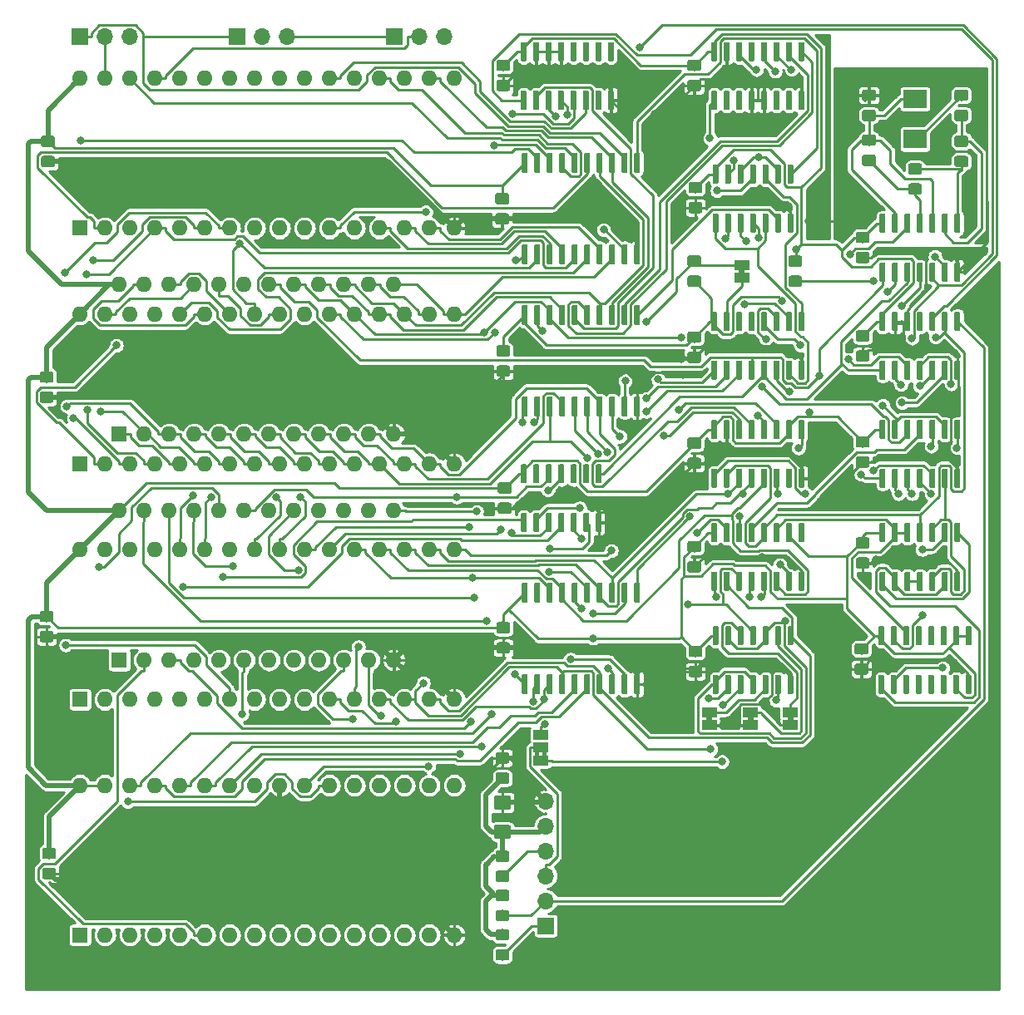
<source format=gbr>
G04 #@! TF.GenerationSoftware,KiCad,Pcbnew,(5.1.2-1)-1*
G04 #@! TF.CreationDate,2020-04-02T23:09:06+01:00*
G04 #@! TF.ProjectId,MZ80-ROMPG,4d5a3830-2d52-44f4-9d50-472e6b696361,rev?*
G04 #@! TF.SameCoordinates,Original*
G04 #@! TF.FileFunction,Copper,L1,Top*
G04 #@! TF.FilePolarity,Positive*
%FSLAX46Y46*%
G04 Gerber Fmt 4.6, Leading zero omitted, Abs format (unit mm)*
G04 Created by KiCad (PCBNEW (5.1.2-1)-1) date 2020-04-02 23:09:06*
%MOMM*%
%LPD*%
G04 APERTURE LIST*
%ADD10C,0.100000*%
%ADD11R,2.400000X1.900000*%
%ADD12C,1.150000*%
%ADD13C,0.600000*%
%ADD14R,1.500000X1.000000*%
%ADD15O,1.700000X1.700000*%
%ADD16R,1.700000X1.700000*%
%ADD17O,1.600000X1.600000*%
%ADD18R,1.600000X1.600000*%
%ADD19C,1.425000*%
%ADD20C,0.800000*%
%ADD21C,0.250000*%
%ADD22C,0.500000*%
%ADD23C,0.254000*%
G04 APERTURE END LIST*
D10*
G36*
X173655000Y-56138000D02*
G01*
X173655000Y-56638000D01*
X173055000Y-56638000D01*
X173055000Y-56138000D01*
X173655000Y-56138000D01*
G37*
G36*
X178608000Y-101731000D02*
G01*
X178608000Y-102231000D01*
X178008000Y-102231000D01*
X178008000Y-101731000D01*
X178608000Y-101731000D01*
G37*
G36*
X174544000Y-101731000D02*
G01*
X174544000Y-102231000D01*
X173944000Y-102231000D01*
X173944000Y-101731000D01*
X174544000Y-101731000D01*
G37*
G36*
X170353000Y-101731000D02*
G01*
X170353000Y-102231000D01*
X169753000Y-102231000D01*
X169753000Y-101731000D01*
X170353000Y-101731000D01*
G37*
G36*
X153108000Y-105802000D02*
G01*
X153108000Y-105302000D01*
X153508000Y-105302000D01*
X153508000Y-105802000D01*
X153108000Y-105802000D01*
G37*
G36*
X152308000Y-105802000D02*
G01*
X152308000Y-105302000D01*
X152708000Y-105302000D01*
X152708000Y-105802000D01*
X152308000Y-105802000D01*
G37*
D11*
X191008000Y-38844000D03*
X191008000Y-42944000D03*
D10*
G36*
X179290505Y-56839204D02*
G01*
X179314773Y-56842804D01*
X179338572Y-56848765D01*
X179361671Y-56857030D01*
X179383850Y-56867520D01*
X179404893Y-56880132D01*
X179424599Y-56894747D01*
X179442777Y-56911223D01*
X179459253Y-56929401D01*
X179473868Y-56949107D01*
X179486480Y-56970150D01*
X179496970Y-56992329D01*
X179505235Y-57015428D01*
X179511196Y-57039227D01*
X179514796Y-57063495D01*
X179516000Y-57087999D01*
X179516000Y-57738001D01*
X179514796Y-57762505D01*
X179511196Y-57786773D01*
X179505235Y-57810572D01*
X179496970Y-57833671D01*
X179486480Y-57855850D01*
X179473868Y-57876893D01*
X179459253Y-57896599D01*
X179442777Y-57914777D01*
X179424599Y-57931253D01*
X179404893Y-57945868D01*
X179383850Y-57958480D01*
X179361671Y-57968970D01*
X179338572Y-57977235D01*
X179314773Y-57983196D01*
X179290505Y-57986796D01*
X179266001Y-57988000D01*
X178365999Y-57988000D01*
X178341495Y-57986796D01*
X178317227Y-57983196D01*
X178293428Y-57977235D01*
X178270329Y-57968970D01*
X178248150Y-57958480D01*
X178227107Y-57945868D01*
X178207401Y-57931253D01*
X178189223Y-57914777D01*
X178172747Y-57896599D01*
X178158132Y-57876893D01*
X178145520Y-57855850D01*
X178135030Y-57833671D01*
X178126765Y-57810572D01*
X178120804Y-57786773D01*
X178117204Y-57762505D01*
X178116000Y-57738001D01*
X178116000Y-57087999D01*
X178117204Y-57063495D01*
X178120804Y-57039227D01*
X178126765Y-57015428D01*
X178135030Y-56992329D01*
X178145520Y-56970150D01*
X178158132Y-56949107D01*
X178172747Y-56929401D01*
X178189223Y-56911223D01*
X178207401Y-56894747D01*
X178227107Y-56880132D01*
X178248150Y-56867520D01*
X178270329Y-56857030D01*
X178293428Y-56848765D01*
X178317227Y-56842804D01*
X178341495Y-56839204D01*
X178365999Y-56838000D01*
X179266001Y-56838000D01*
X179290505Y-56839204D01*
X179290505Y-56839204D01*
G37*
D12*
X178816000Y-57413000D03*
D10*
G36*
X179290505Y-54789204D02*
G01*
X179314773Y-54792804D01*
X179338572Y-54798765D01*
X179361671Y-54807030D01*
X179383850Y-54817520D01*
X179404893Y-54830132D01*
X179424599Y-54844747D01*
X179442777Y-54861223D01*
X179459253Y-54879401D01*
X179473868Y-54899107D01*
X179486480Y-54920150D01*
X179496970Y-54942329D01*
X179505235Y-54965428D01*
X179511196Y-54989227D01*
X179514796Y-55013495D01*
X179516000Y-55037999D01*
X179516000Y-55688001D01*
X179514796Y-55712505D01*
X179511196Y-55736773D01*
X179505235Y-55760572D01*
X179496970Y-55783671D01*
X179486480Y-55805850D01*
X179473868Y-55826893D01*
X179459253Y-55846599D01*
X179442777Y-55864777D01*
X179424599Y-55881253D01*
X179404893Y-55895868D01*
X179383850Y-55908480D01*
X179361671Y-55918970D01*
X179338572Y-55927235D01*
X179314773Y-55933196D01*
X179290505Y-55936796D01*
X179266001Y-55938000D01*
X178365999Y-55938000D01*
X178341495Y-55936796D01*
X178317227Y-55933196D01*
X178293428Y-55927235D01*
X178270329Y-55918970D01*
X178248150Y-55908480D01*
X178227107Y-55895868D01*
X178207401Y-55881253D01*
X178189223Y-55864777D01*
X178172747Y-55846599D01*
X178158132Y-55826893D01*
X178145520Y-55805850D01*
X178135030Y-55783671D01*
X178126765Y-55760572D01*
X178120804Y-55736773D01*
X178117204Y-55712505D01*
X178116000Y-55688001D01*
X178116000Y-55037999D01*
X178117204Y-55013495D01*
X178120804Y-54989227D01*
X178126765Y-54965428D01*
X178135030Y-54942329D01*
X178145520Y-54920150D01*
X178158132Y-54899107D01*
X178172747Y-54879401D01*
X178189223Y-54861223D01*
X178207401Y-54844747D01*
X178227107Y-54830132D01*
X178248150Y-54817520D01*
X178270329Y-54807030D01*
X178293428Y-54798765D01*
X178317227Y-54792804D01*
X178341495Y-54789204D01*
X178365999Y-54788000D01*
X179266001Y-54788000D01*
X179290505Y-54789204D01*
X179290505Y-54789204D01*
G37*
D12*
X178816000Y-55363000D03*
D10*
G36*
X151449703Y-59825722D02*
G01*
X151464264Y-59827882D01*
X151478543Y-59831459D01*
X151492403Y-59836418D01*
X151505710Y-59842712D01*
X151518336Y-59850280D01*
X151530159Y-59859048D01*
X151541066Y-59868934D01*
X151550952Y-59879841D01*
X151559720Y-59891664D01*
X151567288Y-59904290D01*
X151573582Y-59917597D01*
X151578541Y-59931457D01*
X151582118Y-59945736D01*
X151584278Y-59960297D01*
X151585000Y-59975000D01*
X151585000Y-61725000D01*
X151584278Y-61739703D01*
X151582118Y-61754264D01*
X151578541Y-61768543D01*
X151573582Y-61782403D01*
X151567288Y-61795710D01*
X151559720Y-61808336D01*
X151550952Y-61820159D01*
X151541066Y-61831066D01*
X151530159Y-61840952D01*
X151518336Y-61849720D01*
X151505710Y-61857288D01*
X151492403Y-61863582D01*
X151478543Y-61868541D01*
X151464264Y-61872118D01*
X151449703Y-61874278D01*
X151435000Y-61875000D01*
X151135000Y-61875000D01*
X151120297Y-61874278D01*
X151105736Y-61872118D01*
X151091457Y-61868541D01*
X151077597Y-61863582D01*
X151064290Y-61857288D01*
X151051664Y-61849720D01*
X151039841Y-61840952D01*
X151028934Y-61831066D01*
X151019048Y-61820159D01*
X151010280Y-61808336D01*
X151002712Y-61795710D01*
X150996418Y-61782403D01*
X150991459Y-61768543D01*
X150987882Y-61754264D01*
X150985722Y-61739703D01*
X150985000Y-61725000D01*
X150985000Y-59975000D01*
X150985722Y-59960297D01*
X150987882Y-59945736D01*
X150991459Y-59931457D01*
X150996418Y-59917597D01*
X151002712Y-59904290D01*
X151010280Y-59891664D01*
X151019048Y-59879841D01*
X151028934Y-59868934D01*
X151039841Y-59859048D01*
X151051664Y-59850280D01*
X151064290Y-59842712D01*
X151077597Y-59836418D01*
X151091457Y-59831459D01*
X151105736Y-59827882D01*
X151120297Y-59825722D01*
X151135000Y-59825000D01*
X151435000Y-59825000D01*
X151449703Y-59825722D01*
X151449703Y-59825722D01*
G37*
D13*
X151285000Y-60850000D03*
D10*
G36*
X152719703Y-59825722D02*
G01*
X152734264Y-59827882D01*
X152748543Y-59831459D01*
X152762403Y-59836418D01*
X152775710Y-59842712D01*
X152788336Y-59850280D01*
X152800159Y-59859048D01*
X152811066Y-59868934D01*
X152820952Y-59879841D01*
X152829720Y-59891664D01*
X152837288Y-59904290D01*
X152843582Y-59917597D01*
X152848541Y-59931457D01*
X152852118Y-59945736D01*
X152854278Y-59960297D01*
X152855000Y-59975000D01*
X152855000Y-61725000D01*
X152854278Y-61739703D01*
X152852118Y-61754264D01*
X152848541Y-61768543D01*
X152843582Y-61782403D01*
X152837288Y-61795710D01*
X152829720Y-61808336D01*
X152820952Y-61820159D01*
X152811066Y-61831066D01*
X152800159Y-61840952D01*
X152788336Y-61849720D01*
X152775710Y-61857288D01*
X152762403Y-61863582D01*
X152748543Y-61868541D01*
X152734264Y-61872118D01*
X152719703Y-61874278D01*
X152705000Y-61875000D01*
X152405000Y-61875000D01*
X152390297Y-61874278D01*
X152375736Y-61872118D01*
X152361457Y-61868541D01*
X152347597Y-61863582D01*
X152334290Y-61857288D01*
X152321664Y-61849720D01*
X152309841Y-61840952D01*
X152298934Y-61831066D01*
X152289048Y-61820159D01*
X152280280Y-61808336D01*
X152272712Y-61795710D01*
X152266418Y-61782403D01*
X152261459Y-61768543D01*
X152257882Y-61754264D01*
X152255722Y-61739703D01*
X152255000Y-61725000D01*
X152255000Y-59975000D01*
X152255722Y-59960297D01*
X152257882Y-59945736D01*
X152261459Y-59931457D01*
X152266418Y-59917597D01*
X152272712Y-59904290D01*
X152280280Y-59891664D01*
X152289048Y-59879841D01*
X152298934Y-59868934D01*
X152309841Y-59859048D01*
X152321664Y-59850280D01*
X152334290Y-59842712D01*
X152347597Y-59836418D01*
X152361457Y-59831459D01*
X152375736Y-59827882D01*
X152390297Y-59825722D01*
X152405000Y-59825000D01*
X152705000Y-59825000D01*
X152719703Y-59825722D01*
X152719703Y-59825722D01*
G37*
D13*
X152555000Y-60850000D03*
D10*
G36*
X153989703Y-59825722D02*
G01*
X154004264Y-59827882D01*
X154018543Y-59831459D01*
X154032403Y-59836418D01*
X154045710Y-59842712D01*
X154058336Y-59850280D01*
X154070159Y-59859048D01*
X154081066Y-59868934D01*
X154090952Y-59879841D01*
X154099720Y-59891664D01*
X154107288Y-59904290D01*
X154113582Y-59917597D01*
X154118541Y-59931457D01*
X154122118Y-59945736D01*
X154124278Y-59960297D01*
X154125000Y-59975000D01*
X154125000Y-61725000D01*
X154124278Y-61739703D01*
X154122118Y-61754264D01*
X154118541Y-61768543D01*
X154113582Y-61782403D01*
X154107288Y-61795710D01*
X154099720Y-61808336D01*
X154090952Y-61820159D01*
X154081066Y-61831066D01*
X154070159Y-61840952D01*
X154058336Y-61849720D01*
X154045710Y-61857288D01*
X154032403Y-61863582D01*
X154018543Y-61868541D01*
X154004264Y-61872118D01*
X153989703Y-61874278D01*
X153975000Y-61875000D01*
X153675000Y-61875000D01*
X153660297Y-61874278D01*
X153645736Y-61872118D01*
X153631457Y-61868541D01*
X153617597Y-61863582D01*
X153604290Y-61857288D01*
X153591664Y-61849720D01*
X153579841Y-61840952D01*
X153568934Y-61831066D01*
X153559048Y-61820159D01*
X153550280Y-61808336D01*
X153542712Y-61795710D01*
X153536418Y-61782403D01*
X153531459Y-61768543D01*
X153527882Y-61754264D01*
X153525722Y-61739703D01*
X153525000Y-61725000D01*
X153525000Y-59975000D01*
X153525722Y-59960297D01*
X153527882Y-59945736D01*
X153531459Y-59931457D01*
X153536418Y-59917597D01*
X153542712Y-59904290D01*
X153550280Y-59891664D01*
X153559048Y-59879841D01*
X153568934Y-59868934D01*
X153579841Y-59859048D01*
X153591664Y-59850280D01*
X153604290Y-59842712D01*
X153617597Y-59836418D01*
X153631457Y-59831459D01*
X153645736Y-59827882D01*
X153660297Y-59825722D01*
X153675000Y-59825000D01*
X153975000Y-59825000D01*
X153989703Y-59825722D01*
X153989703Y-59825722D01*
G37*
D13*
X153825000Y-60850000D03*
D10*
G36*
X155259703Y-59825722D02*
G01*
X155274264Y-59827882D01*
X155288543Y-59831459D01*
X155302403Y-59836418D01*
X155315710Y-59842712D01*
X155328336Y-59850280D01*
X155340159Y-59859048D01*
X155351066Y-59868934D01*
X155360952Y-59879841D01*
X155369720Y-59891664D01*
X155377288Y-59904290D01*
X155383582Y-59917597D01*
X155388541Y-59931457D01*
X155392118Y-59945736D01*
X155394278Y-59960297D01*
X155395000Y-59975000D01*
X155395000Y-61725000D01*
X155394278Y-61739703D01*
X155392118Y-61754264D01*
X155388541Y-61768543D01*
X155383582Y-61782403D01*
X155377288Y-61795710D01*
X155369720Y-61808336D01*
X155360952Y-61820159D01*
X155351066Y-61831066D01*
X155340159Y-61840952D01*
X155328336Y-61849720D01*
X155315710Y-61857288D01*
X155302403Y-61863582D01*
X155288543Y-61868541D01*
X155274264Y-61872118D01*
X155259703Y-61874278D01*
X155245000Y-61875000D01*
X154945000Y-61875000D01*
X154930297Y-61874278D01*
X154915736Y-61872118D01*
X154901457Y-61868541D01*
X154887597Y-61863582D01*
X154874290Y-61857288D01*
X154861664Y-61849720D01*
X154849841Y-61840952D01*
X154838934Y-61831066D01*
X154829048Y-61820159D01*
X154820280Y-61808336D01*
X154812712Y-61795710D01*
X154806418Y-61782403D01*
X154801459Y-61768543D01*
X154797882Y-61754264D01*
X154795722Y-61739703D01*
X154795000Y-61725000D01*
X154795000Y-59975000D01*
X154795722Y-59960297D01*
X154797882Y-59945736D01*
X154801459Y-59931457D01*
X154806418Y-59917597D01*
X154812712Y-59904290D01*
X154820280Y-59891664D01*
X154829048Y-59879841D01*
X154838934Y-59868934D01*
X154849841Y-59859048D01*
X154861664Y-59850280D01*
X154874290Y-59842712D01*
X154887597Y-59836418D01*
X154901457Y-59831459D01*
X154915736Y-59827882D01*
X154930297Y-59825722D01*
X154945000Y-59825000D01*
X155245000Y-59825000D01*
X155259703Y-59825722D01*
X155259703Y-59825722D01*
G37*
D13*
X155095000Y-60850000D03*
D10*
G36*
X156529703Y-59825722D02*
G01*
X156544264Y-59827882D01*
X156558543Y-59831459D01*
X156572403Y-59836418D01*
X156585710Y-59842712D01*
X156598336Y-59850280D01*
X156610159Y-59859048D01*
X156621066Y-59868934D01*
X156630952Y-59879841D01*
X156639720Y-59891664D01*
X156647288Y-59904290D01*
X156653582Y-59917597D01*
X156658541Y-59931457D01*
X156662118Y-59945736D01*
X156664278Y-59960297D01*
X156665000Y-59975000D01*
X156665000Y-61725000D01*
X156664278Y-61739703D01*
X156662118Y-61754264D01*
X156658541Y-61768543D01*
X156653582Y-61782403D01*
X156647288Y-61795710D01*
X156639720Y-61808336D01*
X156630952Y-61820159D01*
X156621066Y-61831066D01*
X156610159Y-61840952D01*
X156598336Y-61849720D01*
X156585710Y-61857288D01*
X156572403Y-61863582D01*
X156558543Y-61868541D01*
X156544264Y-61872118D01*
X156529703Y-61874278D01*
X156515000Y-61875000D01*
X156215000Y-61875000D01*
X156200297Y-61874278D01*
X156185736Y-61872118D01*
X156171457Y-61868541D01*
X156157597Y-61863582D01*
X156144290Y-61857288D01*
X156131664Y-61849720D01*
X156119841Y-61840952D01*
X156108934Y-61831066D01*
X156099048Y-61820159D01*
X156090280Y-61808336D01*
X156082712Y-61795710D01*
X156076418Y-61782403D01*
X156071459Y-61768543D01*
X156067882Y-61754264D01*
X156065722Y-61739703D01*
X156065000Y-61725000D01*
X156065000Y-59975000D01*
X156065722Y-59960297D01*
X156067882Y-59945736D01*
X156071459Y-59931457D01*
X156076418Y-59917597D01*
X156082712Y-59904290D01*
X156090280Y-59891664D01*
X156099048Y-59879841D01*
X156108934Y-59868934D01*
X156119841Y-59859048D01*
X156131664Y-59850280D01*
X156144290Y-59842712D01*
X156157597Y-59836418D01*
X156171457Y-59831459D01*
X156185736Y-59827882D01*
X156200297Y-59825722D01*
X156215000Y-59825000D01*
X156515000Y-59825000D01*
X156529703Y-59825722D01*
X156529703Y-59825722D01*
G37*
D13*
X156365000Y-60850000D03*
D10*
G36*
X157799703Y-59825722D02*
G01*
X157814264Y-59827882D01*
X157828543Y-59831459D01*
X157842403Y-59836418D01*
X157855710Y-59842712D01*
X157868336Y-59850280D01*
X157880159Y-59859048D01*
X157891066Y-59868934D01*
X157900952Y-59879841D01*
X157909720Y-59891664D01*
X157917288Y-59904290D01*
X157923582Y-59917597D01*
X157928541Y-59931457D01*
X157932118Y-59945736D01*
X157934278Y-59960297D01*
X157935000Y-59975000D01*
X157935000Y-61725000D01*
X157934278Y-61739703D01*
X157932118Y-61754264D01*
X157928541Y-61768543D01*
X157923582Y-61782403D01*
X157917288Y-61795710D01*
X157909720Y-61808336D01*
X157900952Y-61820159D01*
X157891066Y-61831066D01*
X157880159Y-61840952D01*
X157868336Y-61849720D01*
X157855710Y-61857288D01*
X157842403Y-61863582D01*
X157828543Y-61868541D01*
X157814264Y-61872118D01*
X157799703Y-61874278D01*
X157785000Y-61875000D01*
X157485000Y-61875000D01*
X157470297Y-61874278D01*
X157455736Y-61872118D01*
X157441457Y-61868541D01*
X157427597Y-61863582D01*
X157414290Y-61857288D01*
X157401664Y-61849720D01*
X157389841Y-61840952D01*
X157378934Y-61831066D01*
X157369048Y-61820159D01*
X157360280Y-61808336D01*
X157352712Y-61795710D01*
X157346418Y-61782403D01*
X157341459Y-61768543D01*
X157337882Y-61754264D01*
X157335722Y-61739703D01*
X157335000Y-61725000D01*
X157335000Y-59975000D01*
X157335722Y-59960297D01*
X157337882Y-59945736D01*
X157341459Y-59931457D01*
X157346418Y-59917597D01*
X157352712Y-59904290D01*
X157360280Y-59891664D01*
X157369048Y-59879841D01*
X157378934Y-59868934D01*
X157389841Y-59859048D01*
X157401664Y-59850280D01*
X157414290Y-59842712D01*
X157427597Y-59836418D01*
X157441457Y-59831459D01*
X157455736Y-59827882D01*
X157470297Y-59825722D01*
X157485000Y-59825000D01*
X157785000Y-59825000D01*
X157799703Y-59825722D01*
X157799703Y-59825722D01*
G37*
D13*
X157635000Y-60850000D03*
D10*
G36*
X159069703Y-59825722D02*
G01*
X159084264Y-59827882D01*
X159098543Y-59831459D01*
X159112403Y-59836418D01*
X159125710Y-59842712D01*
X159138336Y-59850280D01*
X159150159Y-59859048D01*
X159161066Y-59868934D01*
X159170952Y-59879841D01*
X159179720Y-59891664D01*
X159187288Y-59904290D01*
X159193582Y-59917597D01*
X159198541Y-59931457D01*
X159202118Y-59945736D01*
X159204278Y-59960297D01*
X159205000Y-59975000D01*
X159205000Y-61725000D01*
X159204278Y-61739703D01*
X159202118Y-61754264D01*
X159198541Y-61768543D01*
X159193582Y-61782403D01*
X159187288Y-61795710D01*
X159179720Y-61808336D01*
X159170952Y-61820159D01*
X159161066Y-61831066D01*
X159150159Y-61840952D01*
X159138336Y-61849720D01*
X159125710Y-61857288D01*
X159112403Y-61863582D01*
X159098543Y-61868541D01*
X159084264Y-61872118D01*
X159069703Y-61874278D01*
X159055000Y-61875000D01*
X158755000Y-61875000D01*
X158740297Y-61874278D01*
X158725736Y-61872118D01*
X158711457Y-61868541D01*
X158697597Y-61863582D01*
X158684290Y-61857288D01*
X158671664Y-61849720D01*
X158659841Y-61840952D01*
X158648934Y-61831066D01*
X158639048Y-61820159D01*
X158630280Y-61808336D01*
X158622712Y-61795710D01*
X158616418Y-61782403D01*
X158611459Y-61768543D01*
X158607882Y-61754264D01*
X158605722Y-61739703D01*
X158605000Y-61725000D01*
X158605000Y-59975000D01*
X158605722Y-59960297D01*
X158607882Y-59945736D01*
X158611459Y-59931457D01*
X158616418Y-59917597D01*
X158622712Y-59904290D01*
X158630280Y-59891664D01*
X158639048Y-59879841D01*
X158648934Y-59868934D01*
X158659841Y-59859048D01*
X158671664Y-59850280D01*
X158684290Y-59842712D01*
X158697597Y-59836418D01*
X158711457Y-59831459D01*
X158725736Y-59827882D01*
X158740297Y-59825722D01*
X158755000Y-59825000D01*
X159055000Y-59825000D01*
X159069703Y-59825722D01*
X159069703Y-59825722D01*
G37*
D13*
X158905000Y-60850000D03*
D10*
G36*
X160339703Y-59825722D02*
G01*
X160354264Y-59827882D01*
X160368543Y-59831459D01*
X160382403Y-59836418D01*
X160395710Y-59842712D01*
X160408336Y-59850280D01*
X160420159Y-59859048D01*
X160431066Y-59868934D01*
X160440952Y-59879841D01*
X160449720Y-59891664D01*
X160457288Y-59904290D01*
X160463582Y-59917597D01*
X160468541Y-59931457D01*
X160472118Y-59945736D01*
X160474278Y-59960297D01*
X160475000Y-59975000D01*
X160475000Y-61725000D01*
X160474278Y-61739703D01*
X160472118Y-61754264D01*
X160468541Y-61768543D01*
X160463582Y-61782403D01*
X160457288Y-61795710D01*
X160449720Y-61808336D01*
X160440952Y-61820159D01*
X160431066Y-61831066D01*
X160420159Y-61840952D01*
X160408336Y-61849720D01*
X160395710Y-61857288D01*
X160382403Y-61863582D01*
X160368543Y-61868541D01*
X160354264Y-61872118D01*
X160339703Y-61874278D01*
X160325000Y-61875000D01*
X160025000Y-61875000D01*
X160010297Y-61874278D01*
X159995736Y-61872118D01*
X159981457Y-61868541D01*
X159967597Y-61863582D01*
X159954290Y-61857288D01*
X159941664Y-61849720D01*
X159929841Y-61840952D01*
X159918934Y-61831066D01*
X159909048Y-61820159D01*
X159900280Y-61808336D01*
X159892712Y-61795710D01*
X159886418Y-61782403D01*
X159881459Y-61768543D01*
X159877882Y-61754264D01*
X159875722Y-61739703D01*
X159875000Y-61725000D01*
X159875000Y-59975000D01*
X159875722Y-59960297D01*
X159877882Y-59945736D01*
X159881459Y-59931457D01*
X159886418Y-59917597D01*
X159892712Y-59904290D01*
X159900280Y-59891664D01*
X159909048Y-59879841D01*
X159918934Y-59868934D01*
X159929841Y-59859048D01*
X159941664Y-59850280D01*
X159954290Y-59842712D01*
X159967597Y-59836418D01*
X159981457Y-59831459D01*
X159995736Y-59827882D01*
X160010297Y-59825722D01*
X160025000Y-59825000D01*
X160325000Y-59825000D01*
X160339703Y-59825722D01*
X160339703Y-59825722D01*
G37*
D13*
X160175000Y-60850000D03*
D10*
G36*
X161609703Y-59825722D02*
G01*
X161624264Y-59827882D01*
X161638543Y-59831459D01*
X161652403Y-59836418D01*
X161665710Y-59842712D01*
X161678336Y-59850280D01*
X161690159Y-59859048D01*
X161701066Y-59868934D01*
X161710952Y-59879841D01*
X161719720Y-59891664D01*
X161727288Y-59904290D01*
X161733582Y-59917597D01*
X161738541Y-59931457D01*
X161742118Y-59945736D01*
X161744278Y-59960297D01*
X161745000Y-59975000D01*
X161745000Y-61725000D01*
X161744278Y-61739703D01*
X161742118Y-61754264D01*
X161738541Y-61768543D01*
X161733582Y-61782403D01*
X161727288Y-61795710D01*
X161719720Y-61808336D01*
X161710952Y-61820159D01*
X161701066Y-61831066D01*
X161690159Y-61840952D01*
X161678336Y-61849720D01*
X161665710Y-61857288D01*
X161652403Y-61863582D01*
X161638543Y-61868541D01*
X161624264Y-61872118D01*
X161609703Y-61874278D01*
X161595000Y-61875000D01*
X161295000Y-61875000D01*
X161280297Y-61874278D01*
X161265736Y-61872118D01*
X161251457Y-61868541D01*
X161237597Y-61863582D01*
X161224290Y-61857288D01*
X161211664Y-61849720D01*
X161199841Y-61840952D01*
X161188934Y-61831066D01*
X161179048Y-61820159D01*
X161170280Y-61808336D01*
X161162712Y-61795710D01*
X161156418Y-61782403D01*
X161151459Y-61768543D01*
X161147882Y-61754264D01*
X161145722Y-61739703D01*
X161145000Y-61725000D01*
X161145000Y-59975000D01*
X161145722Y-59960297D01*
X161147882Y-59945736D01*
X161151459Y-59931457D01*
X161156418Y-59917597D01*
X161162712Y-59904290D01*
X161170280Y-59891664D01*
X161179048Y-59879841D01*
X161188934Y-59868934D01*
X161199841Y-59859048D01*
X161211664Y-59850280D01*
X161224290Y-59842712D01*
X161237597Y-59836418D01*
X161251457Y-59831459D01*
X161265736Y-59827882D01*
X161280297Y-59825722D01*
X161295000Y-59825000D01*
X161595000Y-59825000D01*
X161609703Y-59825722D01*
X161609703Y-59825722D01*
G37*
D13*
X161445000Y-60850000D03*
D10*
G36*
X162879703Y-59825722D02*
G01*
X162894264Y-59827882D01*
X162908543Y-59831459D01*
X162922403Y-59836418D01*
X162935710Y-59842712D01*
X162948336Y-59850280D01*
X162960159Y-59859048D01*
X162971066Y-59868934D01*
X162980952Y-59879841D01*
X162989720Y-59891664D01*
X162997288Y-59904290D01*
X163003582Y-59917597D01*
X163008541Y-59931457D01*
X163012118Y-59945736D01*
X163014278Y-59960297D01*
X163015000Y-59975000D01*
X163015000Y-61725000D01*
X163014278Y-61739703D01*
X163012118Y-61754264D01*
X163008541Y-61768543D01*
X163003582Y-61782403D01*
X162997288Y-61795710D01*
X162989720Y-61808336D01*
X162980952Y-61820159D01*
X162971066Y-61831066D01*
X162960159Y-61840952D01*
X162948336Y-61849720D01*
X162935710Y-61857288D01*
X162922403Y-61863582D01*
X162908543Y-61868541D01*
X162894264Y-61872118D01*
X162879703Y-61874278D01*
X162865000Y-61875000D01*
X162565000Y-61875000D01*
X162550297Y-61874278D01*
X162535736Y-61872118D01*
X162521457Y-61868541D01*
X162507597Y-61863582D01*
X162494290Y-61857288D01*
X162481664Y-61849720D01*
X162469841Y-61840952D01*
X162458934Y-61831066D01*
X162449048Y-61820159D01*
X162440280Y-61808336D01*
X162432712Y-61795710D01*
X162426418Y-61782403D01*
X162421459Y-61768543D01*
X162417882Y-61754264D01*
X162415722Y-61739703D01*
X162415000Y-61725000D01*
X162415000Y-59975000D01*
X162415722Y-59960297D01*
X162417882Y-59945736D01*
X162421459Y-59931457D01*
X162426418Y-59917597D01*
X162432712Y-59904290D01*
X162440280Y-59891664D01*
X162449048Y-59879841D01*
X162458934Y-59868934D01*
X162469841Y-59859048D01*
X162481664Y-59850280D01*
X162494290Y-59842712D01*
X162507597Y-59836418D01*
X162521457Y-59831459D01*
X162535736Y-59827882D01*
X162550297Y-59825722D01*
X162565000Y-59825000D01*
X162865000Y-59825000D01*
X162879703Y-59825722D01*
X162879703Y-59825722D01*
G37*
D13*
X162715000Y-60850000D03*
D10*
G36*
X162879703Y-69125722D02*
G01*
X162894264Y-69127882D01*
X162908543Y-69131459D01*
X162922403Y-69136418D01*
X162935710Y-69142712D01*
X162948336Y-69150280D01*
X162960159Y-69159048D01*
X162971066Y-69168934D01*
X162980952Y-69179841D01*
X162989720Y-69191664D01*
X162997288Y-69204290D01*
X163003582Y-69217597D01*
X163008541Y-69231457D01*
X163012118Y-69245736D01*
X163014278Y-69260297D01*
X163015000Y-69275000D01*
X163015000Y-71025000D01*
X163014278Y-71039703D01*
X163012118Y-71054264D01*
X163008541Y-71068543D01*
X163003582Y-71082403D01*
X162997288Y-71095710D01*
X162989720Y-71108336D01*
X162980952Y-71120159D01*
X162971066Y-71131066D01*
X162960159Y-71140952D01*
X162948336Y-71149720D01*
X162935710Y-71157288D01*
X162922403Y-71163582D01*
X162908543Y-71168541D01*
X162894264Y-71172118D01*
X162879703Y-71174278D01*
X162865000Y-71175000D01*
X162565000Y-71175000D01*
X162550297Y-71174278D01*
X162535736Y-71172118D01*
X162521457Y-71168541D01*
X162507597Y-71163582D01*
X162494290Y-71157288D01*
X162481664Y-71149720D01*
X162469841Y-71140952D01*
X162458934Y-71131066D01*
X162449048Y-71120159D01*
X162440280Y-71108336D01*
X162432712Y-71095710D01*
X162426418Y-71082403D01*
X162421459Y-71068543D01*
X162417882Y-71054264D01*
X162415722Y-71039703D01*
X162415000Y-71025000D01*
X162415000Y-69275000D01*
X162415722Y-69260297D01*
X162417882Y-69245736D01*
X162421459Y-69231457D01*
X162426418Y-69217597D01*
X162432712Y-69204290D01*
X162440280Y-69191664D01*
X162449048Y-69179841D01*
X162458934Y-69168934D01*
X162469841Y-69159048D01*
X162481664Y-69150280D01*
X162494290Y-69142712D01*
X162507597Y-69136418D01*
X162521457Y-69131459D01*
X162535736Y-69127882D01*
X162550297Y-69125722D01*
X162565000Y-69125000D01*
X162865000Y-69125000D01*
X162879703Y-69125722D01*
X162879703Y-69125722D01*
G37*
D13*
X162715000Y-70150000D03*
D10*
G36*
X161609703Y-69125722D02*
G01*
X161624264Y-69127882D01*
X161638543Y-69131459D01*
X161652403Y-69136418D01*
X161665710Y-69142712D01*
X161678336Y-69150280D01*
X161690159Y-69159048D01*
X161701066Y-69168934D01*
X161710952Y-69179841D01*
X161719720Y-69191664D01*
X161727288Y-69204290D01*
X161733582Y-69217597D01*
X161738541Y-69231457D01*
X161742118Y-69245736D01*
X161744278Y-69260297D01*
X161745000Y-69275000D01*
X161745000Y-71025000D01*
X161744278Y-71039703D01*
X161742118Y-71054264D01*
X161738541Y-71068543D01*
X161733582Y-71082403D01*
X161727288Y-71095710D01*
X161719720Y-71108336D01*
X161710952Y-71120159D01*
X161701066Y-71131066D01*
X161690159Y-71140952D01*
X161678336Y-71149720D01*
X161665710Y-71157288D01*
X161652403Y-71163582D01*
X161638543Y-71168541D01*
X161624264Y-71172118D01*
X161609703Y-71174278D01*
X161595000Y-71175000D01*
X161295000Y-71175000D01*
X161280297Y-71174278D01*
X161265736Y-71172118D01*
X161251457Y-71168541D01*
X161237597Y-71163582D01*
X161224290Y-71157288D01*
X161211664Y-71149720D01*
X161199841Y-71140952D01*
X161188934Y-71131066D01*
X161179048Y-71120159D01*
X161170280Y-71108336D01*
X161162712Y-71095710D01*
X161156418Y-71082403D01*
X161151459Y-71068543D01*
X161147882Y-71054264D01*
X161145722Y-71039703D01*
X161145000Y-71025000D01*
X161145000Y-69275000D01*
X161145722Y-69260297D01*
X161147882Y-69245736D01*
X161151459Y-69231457D01*
X161156418Y-69217597D01*
X161162712Y-69204290D01*
X161170280Y-69191664D01*
X161179048Y-69179841D01*
X161188934Y-69168934D01*
X161199841Y-69159048D01*
X161211664Y-69150280D01*
X161224290Y-69142712D01*
X161237597Y-69136418D01*
X161251457Y-69131459D01*
X161265736Y-69127882D01*
X161280297Y-69125722D01*
X161295000Y-69125000D01*
X161595000Y-69125000D01*
X161609703Y-69125722D01*
X161609703Y-69125722D01*
G37*
D13*
X161445000Y-70150000D03*
D10*
G36*
X160339703Y-69125722D02*
G01*
X160354264Y-69127882D01*
X160368543Y-69131459D01*
X160382403Y-69136418D01*
X160395710Y-69142712D01*
X160408336Y-69150280D01*
X160420159Y-69159048D01*
X160431066Y-69168934D01*
X160440952Y-69179841D01*
X160449720Y-69191664D01*
X160457288Y-69204290D01*
X160463582Y-69217597D01*
X160468541Y-69231457D01*
X160472118Y-69245736D01*
X160474278Y-69260297D01*
X160475000Y-69275000D01*
X160475000Y-71025000D01*
X160474278Y-71039703D01*
X160472118Y-71054264D01*
X160468541Y-71068543D01*
X160463582Y-71082403D01*
X160457288Y-71095710D01*
X160449720Y-71108336D01*
X160440952Y-71120159D01*
X160431066Y-71131066D01*
X160420159Y-71140952D01*
X160408336Y-71149720D01*
X160395710Y-71157288D01*
X160382403Y-71163582D01*
X160368543Y-71168541D01*
X160354264Y-71172118D01*
X160339703Y-71174278D01*
X160325000Y-71175000D01*
X160025000Y-71175000D01*
X160010297Y-71174278D01*
X159995736Y-71172118D01*
X159981457Y-71168541D01*
X159967597Y-71163582D01*
X159954290Y-71157288D01*
X159941664Y-71149720D01*
X159929841Y-71140952D01*
X159918934Y-71131066D01*
X159909048Y-71120159D01*
X159900280Y-71108336D01*
X159892712Y-71095710D01*
X159886418Y-71082403D01*
X159881459Y-71068543D01*
X159877882Y-71054264D01*
X159875722Y-71039703D01*
X159875000Y-71025000D01*
X159875000Y-69275000D01*
X159875722Y-69260297D01*
X159877882Y-69245736D01*
X159881459Y-69231457D01*
X159886418Y-69217597D01*
X159892712Y-69204290D01*
X159900280Y-69191664D01*
X159909048Y-69179841D01*
X159918934Y-69168934D01*
X159929841Y-69159048D01*
X159941664Y-69150280D01*
X159954290Y-69142712D01*
X159967597Y-69136418D01*
X159981457Y-69131459D01*
X159995736Y-69127882D01*
X160010297Y-69125722D01*
X160025000Y-69125000D01*
X160325000Y-69125000D01*
X160339703Y-69125722D01*
X160339703Y-69125722D01*
G37*
D13*
X160175000Y-70150000D03*
D10*
G36*
X159069703Y-69125722D02*
G01*
X159084264Y-69127882D01*
X159098543Y-69131459D01*
X159112403Y-69136418D01*
X159125710Y-69142712D01*
X159138336Y-69150280D01*
X159150159Y-69159048D01*
X159161066Y-69168934D01*
X159170952Y-69179841D01*
X159179720Y-69191664D01*
X159187288Y-69204290D01*
X159193582Y-69217597D01*
X159198541Y-69231457D01*
X159202118Y-69245736D01*
X159204278Y-69260297D01*
X159205000Y-69275000D01*
X159205000Y-71025000D01*
X159204278Y-71039703D01*
X159202118Y-71054264D01*
X159198541Y-71068543D01*
X159193582Y-71082403D01*
X159187288Y-71095710D01*
X159179720Y-71108336D01*
X159170952Y-71120159D01*
X159161066Y-71131066D01*
X159150159Y-71140952D01*
X159138336Y-71149720D01*
X159125710Y-71157288D01*
X159112403Y-71163582D01*
X159098543Y-71168541D01*
X159084264Y-71172118D01*
X159069703Y-71174278D01*
X159055000Y-71175000D01*
X158755000Y-71175000D01*
X158740297Y-71174278D01*
X158725736Y-71172118D01*
X158711457Y-71168541D01*
X158697597Y-71163582D01*
X158684290Y-71157288D01*
X158671664Y-71149720D01*
X158659841Y-71140952D01*
X158648934Y-71131066D01*
X158639048Y-71120159D01*
X158630280Y-71108336D01*
X158622712Y-71095710D01*
X158616418Y-71082403D01*
X158611459Y-71068543D01*
X158607882Y-71054264D01*
X158605722Y-71039703D01*
X158605000Y-71025000D01*
X158605000Y-69275000D01*
X158605722Y-69260297D01*
X158607882Y-69245736D01*
X158611459Y-69231457D01*
X158616418Y-69217597D01*
X158622712Y-69204290D01*
X158630280Y-69191664D01*
X158639048Y-69179841D01*
X158648934Y-69168934D01*
X158659841Y-69159048D01*
X158671664Y-69150280D01*
X158684290Y-69142712D01*
X158697597Y-69136418D01*
X158711457Y-69131459D01*
X158725736Y-69127882D01*
X158740297Y-69125722D01*
X158755000Y-69125000D01*
X159055000Y-69125000D01*
X159069703Y-69125722D01*
X159069703Y-69125722D01*
G37*
D13*
X158905000Y-70150000D03*
D10*
G36*
X157799703Y-69125722D02*
G01*
X157814264Y-69127882D01*
X157828543Y-69131459D01*
X157842403Y-69136418D01*
X157855710Y-69142712D01*
X157868336Y-69150280D01*
X157880159Y-69159048D01*
X157891066Y-69168934D01*
X157900952Y-69179841D01*
X157909720Y-69191664D01*
X157917288Y-69204290D01*
X157923582Y-69217597D01*
X157928541Y-69231457D01*
X157932118Y-69245736D01*
X157934278Y-69260297D01*
X157935000Y-69275000D01*
X157935000Y-71025000D01*
X157934278Y-71039703D01*
X157932118Y-71054264D01*
X157928541Y-71068543D01*
X157923582Y-71082403D01*
X157917288Y-71095710D01*
X157909720Y-71108336D01*
X157900952Y-71120159D01*
X157891066Y-71131066D01*
X157880159Y-71140952D01*
X157868336Y-71149720D01*
X157855710Y-71157288D01*
X157842403Y-71163582D01*
X157828543Y-71168541D01*
X157814264Y-71172118D01*
X157799703Y-71174278D01*
X157785000Y-71175000D01*
X157485000Y-71175000D01*
X157470297Y-71174278D01*
X157455736Y-71172118D01*
X157441457Y-71168541D01*
X157427597Y-71163582D01*
X157414290Y-71157288D01*
X157401664Y-71149720D01*
X157389841Y-71140952D01*
X157378934Y-71131066D01*
X157369048Y-71120159D01*
X157360280Y-71108336D01*
X157352712Y-71095710D01*
X157346418Y-71082403D01*
X157341459Y-71068543D01*
X157337882Y-71054264D01*
X157335722Y-71039703D01*
X157335000Y-71025000D01*
X157335000Y-69275000D01*
X157335722Y-69260297D01*
X157337882Y-69245736D01*
X157341459Y-69231457D01*
X157346418Y-69217597D01*
X157352712Y-69204290D01*
X157360280Y-69191664D01*
X157369048Y-69179841D01*
X157378934Y-69168934D01*
X157389841Y-69159048D01*
X157401664Y-69150280D01*
X157414290Y-69142712D01*
X157427597Y-69136418D01*
X157441457Y-69131459D01*
X157455736Y-69127882D01*
X157470297Y-69125722D01*
X157485000Y-69125000D01*
X157785000Y-69125000D01*
X157799703Y-69125722D01*
X157799703Y-69125722D01*
G37*
D13*
X157635000Y-70150000D03*
D10*
G36*
X156529703Y-69125722D02*
G01*
X156544264Y-69127882D01*
X156558543Y-69131459D01*
X156572403Y-69136418D01*
X156585710Y-69142712D01*
X156598336Y-69150280D01*
X156610159Y-69159048D01*
X156621066Y-69168934D01*
X156630952Y-69179841D01*
X156639720Y-69191664D01*
X156647288Y-69204290D01*
X156653582Y-69217597D01*
X156658541Y-69231457D01*
X156662118Y-69245736D01*
X156664278Y-69260297D01*
X156665000Y-69275000D01*
X156665000Y-71025000D01*
X156664278Y-71039703D01*
X156662118Y-71054264D01*
X156658541Y-71068543D01*
X156653582Y-71082403D01*
X156647288Y-71095710D01*
X156639720Y-71108336D01*
X156630952Y-71120159D01*
X156621066Y-71131066D01*
X156610159Y-71140952D01*
X156598336Y-71149720D01*
X156585710Y-71157288D01*
X156572403Y-71163582D01*
X156558543Y-71168541D01*
X156544264Y-71172118D01*
X156529703Y-71174278D01*
X156515000Y-71175000D01*
X156215000Y-71175000D01*
X156200297Y-71174278D01*
X156185736Y-71172118D01*
X156171457Y-71168541D01*
X156157597Y-71163582D01*
X156144290Y-71157288D01*
X156131664Y-71149720D01*
X156119841Y-71140952D01*
X156108934Y-71131066D01*
X156099048Y-71120159D01*
X156090280Y-71108336D01*
X156082712Y-71095710D01*
X156076418Y-71082403D01*
X156071459Y-71068543D01*
X156067882Y-71054264D01*
X156065722Y-71039703D01*
X156065000Y-71025000D01*
X156065000Y-69275000D01*
X156065722Y-69260297D01*
X156067882Y-69245736D01*
X156071459Y-69231457D01*
X156076418Y-69217597D01*
X156082712Y-69204290D01*
X156090280Y-69191664D01*
X156099048Y-69179841D01*
X156108934Y-69168934D01*
X156119841Y-69159048D01*
X156131664Y-69150280D01*
X156144290Y-69142712D01*
X156157597Y-69136418D01*
X156171457Y-69131459D01*
X156185736Y-69127882D01*
X156200297Y-69125722D01*
X156215000Y-69125000D01*
X156515000Y-69125000D01*
X156529703Y-69125722D01*
X156529703Y-69125722D01*
G37*
D13*
X156365000Y-70150000D03*
D10*
G36*
X155259703Y-69125722D02*
G01*
X155274264Y-69127882D01*
X155288543Y-69131459D01*
X155302403Y-69136418D01*
X155315710Y-69142712D01*
X155328336Y-69150280D01*
X155340159Y-69159048D01*
X155351066Y-69168934D01*
X155360952Y-69179841D01*
X155369720Y-69191664D01*
X155377288Y-69204290D01*
X155383582Y-69217597D01*
X155388541Y-69231457D01*
X155392118Y-69245736D01*
X155394278Y-69260297D01*
X155395000Y-69275000D01*
X155395000Y-71025000D01*
X155394278Y-71039703D01*
X155392118Y-71054264D01*
X155388541Y-71068543D01*
X155383582Y-71082403D01*
X155377288Y-71095710D01*
X155369720Y-71108336D01*
X155360952Y-71120159D01*
X155351066Y-71131066D01*
X155340159Y-71140952D01*
X155328336Y-71149720D01*
X155315710Y-71157288D01*
X155302403Y-71163582D01*
X155288543Y-71168541D01*
X155274264Y-71172118D01*
X155259703Y-71174278D01*
X155245000Y-71175000D01*
X154945000Y-71175000D01*
X154930297Y-71174278D01*
X154915736Y-71172118D01*
X154901457Y-71168541D01*
X154887597Y-71163582D01*
X154874290Y-71157288D01*
X154861664Y-71149720D01*
X154849841Y-71140952D01*
X154838934Y-71131066D01*
X154829048Y-71120159D01*
X154820280Y-71108336D01*
X154812712Y-71095710D01*
X154806418Y-71082403D01*
X154801459Y-71068543D01*
X154797882Y-71054264D01*
X154795722Y-71039703D01*
X154795000Y-71025000D01*
X154795000Y-69275000D01*
X154795722Y-69260297D01*
X154797882Y-69245736D01*
X154801459Y-69231457D01*
X154806418Y-69217597D01*
X154812712Y-69204290D01*
X154820280Y-69191664D01*
X154829048Y-69179841D01*
X154838934Y-69168934D01*
X154849841Y-69159048D01*
X154861664Y-69150280D01*
X154874290Y-69142712D01*
X154887597Y-69136418D01*
X154901457Y-69131459D01*
X154915736Y-69127882D01*
X154930297Y-69125722D01*
X154945000Y-69125000D01*
X155245000Y-69125000D01*
X155259703Y-69125722D01*
X155259703Y-69125722D01*
G37*
D13*
X155095000Y-70150000D03*
D10*
G36*
X153989703Y-69125722D02*
G01*
X154004264Y-69127882D01*
X154018543Y-69131459D01*
X154032403Y-69136418D01*
X154045710Y-69142712D01*
X154058336Y-69150280D01*
X154070159Y-69159048D01*
X154081066Y-69168934D01*
X154090952Y-69179841D01*
X154099720Y-69191664D01*
X154107288Y-69204290D01*
X154113582Y-69217597D01*
X154118541Y-69231457D01*
X154122118Y-69245736D01*
X154124278Y-69260297D01*
X154125000Y-69275000D01*
X154125000Y-71025000D01*
X154124278Y-71039703D01*
X154122118Y-71054264D01*
X154118541Y-71068543D01*
X154113582Y-71082403D01*
X154107288Y-71095710D01*
X154099720Y-71108336D01*
X154090952Y-71120159D01*
X154081066Y-71131066D01*
X154070159Y-71140952D01*
X154058336Y-71149720D01*
X154045710Y-71157288D01*
X154032403Y-71163582D01*
X154018543Y-71168541D01*
X154004264Y-71172118D01*
X153989703Y-71174278D01*
X153975000Y-71175000D01*
X153675000Y-71175000D01*
X153660297Y-71174278D01*
X153645736Y-71172118D01*
X153631457Y-71168541D01*
X153617597Y-71163582D01*
X153604290Y-71157288D01*
X153591664Y-71149720D01*
X153579841Y-71140952D01*
X153568934Y-71131066D01*
X153559048Y-71120159D01*
X153550280Y-71108336D01*
X153542712Y-71095710D01*
X153536418Y-71082403D01*
X153531459Y-71068543D01*
X153527882Y-71054264D01*
X153525722Y-71039703D01*
X153525000Y-71025000D01*
X153525000Y-69275000D01*
X153525722Y-69260297D01*
X153527882Y-69245736D01*
X153531459Y-69231457D01*
X153536418Y-69217597D01*
X153542712Y-69204290D01*
X153550280Y-69191664D01*
X153559048Y-69179841D01*
X153568934Y-69168934D01*
X153579841Y-69159048D01*
X153591664Y-69150280D01*
X153604290Y-69142712D01*
X153617597Y-69136418D01*
X153631457Y-69131459D01*
X153645736Y-69127882D01*
X153660297Y-69125722D01*
X153675000Y-69125000D01*
X153975000Y-69125000D01*
X153989703Y-69125722D01*
X153989703Y-69125722D01*
G37*
D13*
X153825000Y-70150000D03*
D10*
G36*
X152719703Y-69125722D02*
G01*
X152734264Y-69127882D01*
X152748543Y-69131459D01*
X152762403Y-69136418D01*
X152775710Y-69142712D01*
X152788336Y-69150280D01*
X152800159Y-69159048D01*
X152811066Y-69168934D01*
X152820952Y-69179841D01*
X152829720Y-69191664D01*
X152837288Y-69204290D01*
X152843582Y-69217597D01*
X152848541Y-69231457D01*
X152852118Y-69245736D01*
X152854278Y-69260297D01*
X152855000Y-69275000D01*
X152855000Y-71025000D01*
X152854278Y-71039703D01*
X152852118Y-71054264D01*
X152848541Y-71068543D01*
X152843582Y-71082403D01*
X152837288Y-71095710D01*
X152829720Y-71108336D01*
X152820952Y-71120159D01*
X152811066Y-71131066D01*
X152800159Y-71140952D01*
X152788336Y-71149720D01*
X152775710Y-71157288D01*
X152762403Y-71163582D01*
X152748543Y-71168541D01*
X152734264Y-71172118D01*
X152719703Y-71174278D01*
X152705000Y-71175000D01*
X152405000Y-71175000D01*
X152390297Y-71174278D01*
X152375736Y-71172118D01*
X152361457Y-71168541D01*
X152347597Y-71163582D01*
X152334290Y-71157288D01*
X152321664Y-71149720D01*
X152309841Y-71140952D01*
X152298934Y-71131066D01*
X152289048Y-71120159D01*
X152280280Y-71108336D01*
X152272712Y-71095710D01*
X152266418Y-71082403D01*
X152261459Y-71068543D01*
X152257882Y-71054264D01*
X152255722Y-71039703D01*
X152255000Y-71025000D01*
X152255000Y-69275000D01*
X152255722Y-69260297D01*
X152257882Y-69245736D01*
X152261459Y-69231457D01*
X152266418Y-69217597D01*
X152272712Y-69204290D01*
X152280280Y-69191664D01*
X152289048Y-69179841D01*
X152298934Y-69168934D01*
X152309841Y-69159048D01*
X152321664Y-69150280D01*
X152334290Y-69142712D01*
X152347597Y-69136418D01*
X152361457Y-69131459D01*
X152375736Y-69127882D01*
X152390297Y-69125722D01*
X152405000Y-69125000D01*
X152705000Y-69125000D01*
X152719703Y-69125722D01*
X152719703Y-69125722D01*
G37*
D13*
X152555000Y-70150000D03*
D10*
G36*
X151449703Y-69125722D02*
G01*
X151464264Y-69127882D01*
X151478543Y-69131459D01*
X151492403Y-69136418D01*
X151505710Y-69142712D01*
X151518336Y-69150280D01*
X151530159Y-69159048D01*
X151541066Y-69168934D01*
X151550952Y-69179841D01*
X151559720Y-69191664D01*
X151567288Y-69204290D01*
X151573582Y-69217597D01*
X151578541Y-69231457D01*
X151582118Y-69245736D01*
X151584278Y-69260297D01*
X151585000Y-69275000D01*
X151585000Y-71025000D01*
X151584278Y-71039703D01*
X151582118Y-71054264D01*
X151578541Y-71068543D01*
X151573582Y-71082403D01*
X151567288Y-71095710D01*
X151559720Y-71108336D01*
X151550952Y-71120159D01*
X151541066Y-71131066D01*
X151530159Y-71140952D01*
X151518336Y-71149720D01*
X151505710Y-71157288D01*
X151492403Y-71163582D01*
X151478543Y-71168541D01*
X151464264Y-71172118D01*
X151449703Y-71174278D01*
X151435000Y-71175000D01*
X151135000Y-71175000D01*
X151120297Y-71174278D01*
X151105736Y-71172118D01*
X151091457Y-71168541D01*
X151077597Y-71163582D01*
X151064290Y-71157288D01*
X151051664Y-71149720D01*
X151039841Y-71140952D01*
X151028934Y-71131066D01*
X151019048Y-71120159D01*
X151010280Y-71108336D01*
X151002712Y-71095710D01*
X150996418Y-71082403D01*
X150991459Y-71068543D01*
X150987882Y-71054264D01*
X150985722Y-71039703D01*
X150985000Y-71025000D01*
X150985000Y-69275000D01*
X150985722Y-69260297D01*
X150987882Y-69245736D01*
X150991459Y-69231457D01*
X150996418Y-69217597D01*
X151002712Y-69204290D01*
X151010280Y-69191664D01*
X151019048Y-69179841D01*
X151028934Y-69168934D01*
X151039841Y-69159048D01*
X151051664Y-69150280D01*
X151064290Y-69142712D01*
X151077597Y-69136418D01*
X151091457Y-69131459D01*
X151105736Y-69127882D01*
X151120297Y-69125722D01*
X151135000Y-69125000D01*
X151435000Y-69125000D01*
X151449703Y-69125722D01*
X151449703Y-69125722D01*
G37*
D13*
X151285000Y-70150000D03*
D10*
G36*
X151449703Y-44325722D02*
G01*
X151464264Y-44327882D01*
X151478543Y-44331459D01*
X151492403Y-44336418D01*
X151505710Y-44342712D01*
X151518336Y-44350280D01*
X151530159Y-44359048D01*
X151541066Y-44368934D01*
X151550952Y-44379841D01*
X151559720Y-44391664D01*
X151567288Y-44404290D01*
X151573582Y-44417597D01*
X151578541Y-44431457D01*
X151582118Y-44445736D01*
X151584278Y-44460297D01*
X151585000Y-44475000D01*
X151585000Y-46225000D01*
X151584278Y-46239703D01*
X151582118Y-46254264D01*
X151578541Y-46268543D01*
X151573582Y-46282403D01*
X151567288Y-46295710D01*
X151559720Y-46308336D01*
X151550952Y-46320159D01*
X151541066Y-46331066D01*
X151530159Y-46340952D01*
X151518336Y-46349720D01*
X151505710Y-46357288D01*
X151492403Y-46363582D01*
X151478543Y-46368541D01*
X151464264Y-46372118D01*
X151449703Y-46374278D01*
X151435000Y-46375000D01*
X151135000Y-46375000D01*
X151120297Y-46374278D01*
X151105736Y-46372118D01*
X151091457Y-46368541D01*
X151077597Y-46363582D01*
X151064290Y-46357288D01*
X151051664Y-46349720D01*
X151039841Y-46340952D01*
X151028934Y-46331066D01*
X151019048Y-46320159D01*
X151010280Y-46308336D01*
X151002712Y-46295710D01*
X150996418Y-46282403D01*
X150991459Y-46268543D01*
X150987882Y-46254264D01*
X150985722Y-46239703D01*
X150985000Y-46225000D01*
X150985000Y-44475000D01*
X150985722Y-44460297D01*
X150987882Y-44445736D01*
X150991459Y-44431457D01*
X150996418Y-44417597D01*
X151002712Y-44404290D01*
X151010280Y-44391664D01*
X151019048Y-44379841D01*
X151028934Y-44368934D01*
X151039841Y-44359048D01*
X151051664Y-44350280D01*
X151064290Y-44342712D01*
X151077597Y-44336418D01*
X151091457Y-44331459D01*
X151105736Y-44327882D01*
X151120297Y-44325722D01*
X151135000Y-44325000D01*
X151435000Y-44325000D01*
X151449703Y-44325722D01*
X151449703Y-44325722D01*
G37*
D13*
X151285000Y-45350000D03*
D10*
G36*
X152719703Y-44325722D02*
G01*
X152734264Y-44327882D01*
X152748543Y-44331459D01*
X152762403Y-44336418D01*
X152775710Y-44342712D01*
X152788336Y-44350280D01*
X152800159Y-44359048D01*
X152811066Y-44368934D01*
X152820952Y-44379841D01*
X152829720Y-44391664D01*
X152837288Y-44404290D01*
X152843582Y-44417597D01*
X152848541Y-44431457D01*
X152852118Y-44445736D01*
X152854278Y-44460297D01*
X152855000Y-44475000D01*
X152855000Y-46225000D01*
X152854278Y-46239703D01*
X152852118Y-46254264D01*
X152848541Y-46268543D01*
X152843582Y-46282403D01*
X152837288Y-46295710D01*
X152829720Y-46308336D01*
X152820952Y-46320159D01*
X152811066Y-46331066D01*
X152800159Y-46340952D01*
X152788336Y-46349720D01*
X152775710Y-46357288D01*
X152762403Y-46363582D01*
X152748543Y-46368541D01*
X152734264Y-46372118D01*
X152719703Y-46374278D01*
X152705000Y-46375000D01*
X152405000Y-46375000D01*
X152390297Y-46374278D01*
X152375736Y-46372118D01*
X152361457Y-46368541D01*
X152347597Y-46363582D01*
X152334290Y-46357288D01*
X152321664Y-46349720D01*
X152309841Y-46340952D01*
X152298934Y-46331066D01*
X152289048Y-46320159D01*
X152280280Y-46308336D01*
X152272712Y-46295710D01*
X152266418Y-46282403D01*
X152261459Y-46268543D01*
X152257882Y-46254264D01*
X152255722Y-46239703D01*
X152255000Y-46225000D01*
X152255000Y-44475000D01*
X152255722Y-44460297D01*
X152257882Y-44445736D01*
X152261459Y-44431457D01*
X152266418Y-44417597D01*
X152272712Y-44404290D01*
X152280280Y-44391664D01*
X152289048Y-44379841D01*
X152298934Y-44368934D01*
X152309841Y-44359048D01*
X152321664Y-44350280D01*
X152334290Y-44342712D01*
X152347597Y-44336418D01*
X152361457Y-44331459D01*
X152375736Y-44327882D01*
X152390297Y-44325722D01*
X152405000Y-44325000D01*
X152705000Y-44325000D01*
X152719703Y-44325722D01*
X152719703Y-44325722D01*
G37*
D13*
X152555000Y-45350000D03*
D10*
G36*
X153989703Y-44325722D02*
G01*
X154004264Y-44327882D01*
X154018543Y-44331459D01*
X154032403Y-44336418D01*
X154045710Y-44342712D01*
X154058336Y-44350280D01*
X154070159Y-44359048D01*
X154081066Y-44368934D01*
X154090952Y-44379841D01*
X154099720Y-44391664D01*
X154107288Y-44404290D01*
X154113582Y-44417597D01*
X154118541Y-44431457D01*
X154122118Y-44445736D01*
X154124278Y-44460297D01*
X154125000Y-44475000D01*
X154125000Y-46225000D01*
X154124278Y-46239703D01*
X154122118Y-46254264D01*
X154118541Y-46268543D01*
X154113582Y-46282403D01*
X154107288Y-46295710D01*
X154099720Y-46308336D01*
X154090952Y-46320159D01*
X154081066Y-46331066D01*
X154070159Y-46340952D01*
X154058336Y-46349720D01*
X154045710Y-46357288D01*
X154032403Y-46363582D01*
X154018543Y-46368541D01*
X154004264Y-46372118D01*
X153989703Y-46374278D01*
X153975000Y-46375000D01*
X153675000Y-46375000D01*
X153660297Y-46374278D01*
X153645736Y-46372118D01*
X153631457Y-46368541D01*
X153617597Y-46363582D01*
X153604290Y-46357288D01*
X153591664Y-46349720D01*
X153579841Y-46340952D01*
X153568934Y-46331066D01*
X153559048Y-46320159D01*
X153550280Y-46308336D01*
X153542712Y-46295710D01*
X153536418Y-46282403D01*
X153531459Y-46268543D01*
X153527882Y-46254264D01*
X153525722Y-46239703D01*
X153525000Y-46225000D01*
X153525000Y-44475000D01*
X153525722Y-44460297D01*
X153527882Y-44445736D01*
X153531459Y-44431457D01*
X153536418Y-44417597D01*
X153542712Y-44404290D01*
X153550280Y-44391664D01*
X153559048Y-44379841D01*
X153568934Y-44368934D01*
X153579841Y-44359048D01*
X153591664Y-44350280D01*
X153604290Y-44342712D01*
X153617597Y-44336418D01*
X153631457Y-44331459D01*
X153645736Y-44327882D01*
X153660297Y-44325722D01*
X153675000Y-44325000D01*
X153975000Y-44325000D01*
X153989703Y-44325722D01*
X153989703Y-44325722D01*
G37*
D13*
X153825000Y-45350000D03*
D10*
G36*
X155259703Y-44325722D02*
G01*
X155274264Y-44327882D01*
X155288543Y-44331459D01*
X155302403Y-44336418D01*
X155315710Y-44342712D01*
X155328336Y-44350280D01*
X155340159Y-44359048D01*
X155351066Y-44368934D01*
X155360952Y-44379841D01*
X155369720Y-44391664D01*
X155377288Y-44404290D01*
X155383582Y-44417597D01*
X155388541Y-44431457D01*
X155392118Y-44445736D01*
X155394278Y-44460297D01*
X155395000Y-44475000D01*
X155395000Y-46225000D01*
X155394278Y-46239703D01*
X155392118Y-46254264D01*
X155388541Y-46268543D01*
X155383582Y-46282403D01*
X155377288Y-46295710D01*
X155369720Y-46308336D01*
X155360952Y-46320159D01*
X155351066Y-46331066D01*
X155340159Y-46340952D01*
X155328336Y-46349720D01*
X155315710Y-46357288D01*
X155302403Y-46363582D01*
X155288543Y-46368541D01*
X155274264Y-46372118D01*
X155259703Y-46374278D01*
X155245000Y-46375000D01*
X154945000Y-46375000D01*
X154930297Y-46374278D01*
X154915736Y-46372118D01*
X154901457Y-46368541D01*
X154887597Y-46363582D01*
X154874290Y-46357288D01*
X154861664Y-46349720D01*
X154849841Y-46340952D01*
X154838934Y-46331066D01*
X154829048Y-46320159D01*
X154820280Y-46308336D01*
X154812712Y-46295710D01*
X154806418Y-46282403D01*
X154801459Y-46268543D01*
X154797882Y-46254264D01*
X154795722Y-46239703D01*
X154795000Y-46225000D01*
X154795000Y-44475000D01*
X154795722Y-44460297D01*
X154797882Y-44445736D01*
X154801459Y-44431457D01*
X154806418Y-44417597D01*
X154812712Y-44404290D01*
X154820280Y-44391664D01*
X154829048Y-44379841D01*
X154838934Y-44368934D01*
X154849841Y-44359048D01*
X154861664Y-44350280D01*
X154874290Y-44342712D01*
X154887597Y-44336418D01*
X154901457Y-44331459D01*
X154915736Y-44327882D01*
X154930297Y-44325722D01*
X154945000Y-44325000D01*
X155245000Y-44325000D01*
X155259703Y-44325722D01*
X155259703Y-44325722D01*
G37*
D13*
X155095000Y-45350000D03*
D10*
G36*
X156529703Y-44325722D02*
G01*
X156544264Y-44327882D01*
X156558543Y-44331459D01*
X156572403Y-44336418D01*
X156585710Y-44342712D01*
X156598336Y-44350280D01*
X156610159Y-44359048D01*
X156621066Y-44368934D01*
X156630952Y-44379841D01*
X156639720Y-44391664D01*
X156647288Y-44404290D01*
X156653582Y-44417597D01*
X156658541Y-44431457D01*
X156662118Y-44445736D01*
X156664278Y-44460297D01*
X156665000Y-44475000D01*
X156665000Y-46225000D01*
X156664278Y-46239703D01*
X156662118Y-46254264D01*
X156658541Y-46268543D01*
X156653582Y-46282403D01*
X156647288Y-46295710D01*
X156639720Y-46308336D01*
X156630952Y-46320159D01*
X156621066Y-46331066D01*
X156610159Y-46340952D01*
X156598336Y-46349720D01*
X156585710Y-46357288D01*
X156572403Y-46363582D01*
X156558543Y-46368541D01*
X156544264Y-46372118D01*
X156529703Y-46374278D01*
X156515000Y-46375000D01*
X156215000Y-46375000D01*
X156200297Y-46374278D01*
X156185736Y-46372118D01*
X156171457Y-46368541D01*
X156157597Y-46363582D01*
X156144290Y-46357288D01*
X156131664Y-46349720D01*
X156119841Y-46340952D01*
X156108934Y-46331066D01*
X156099048Y-46320159D01*
X156090280Y-46308336D01*
X156082712Y-46295710D01*
X156076418Y-46282403D01*
X156071459Y-46268543D01*
X156067882Y-46254264D01*
X156065722Y-46239703D01*
X156065000Y-46225000D01*
X156065000Y-44475000D01*
X156065722Y-44460297D01*
X156067882Y-44445736D01*
X156071459Y-44431457D01*
X156076418Y-44417597D01*
X156082712Y-44404290D01*
X156090280Y-44391664D01*
X156099048Y-44379841D01*
X156108934Y-44368934D01*
X156119841Y-44359048D01*
X156131664Y-44350280D01*
X156144290Y-44342712D01*
X156157597Y-44336418D01*
X156171457Y-44331459D01*
X156185736Y-44327882D01*
X156200297Y-44325722D01*
X156215000Y-44325000D01*
X156515000Y-44325000D01*
X156529703Y-44325722D01*
X156529703Y-44325722D01*
G37*
D13*
X156365000Y-45350000D03*
D10*
G36*
X157799703Y-44325722D02*
G01*
X157814264Y-44327882D01*
X157828543Y-44331459D01*
X157842403Y-44336418D01*
X157855710Y-44342712D01*
X157868336Y-44350280D01*
X157880159Y-44359048D01*
X157891066Y-44368934D01*
X157900952Y-44379841D01*
X157909720Y-44391664D01*
X157917288Y-44404290D01*
X157923582Y-44417597D01*
X157928541Y-44431457D01*
X157932118Y-44445736D01*
X157934278Y-44460297D01*
X157935000Y-44475000D01*
X157935000Y-46225000D01*
X157934278Y-46239703D01*
X157932118Y-46254264D01*
X157928541Y-46268543D01*
X157923582Y-46282403D01*
X157917288Y-46295710D01*
X157909720Y-46308336D01*
X157900952Y-46320159D01*
X157891066Y-46331066D01*
X157880159Y-46340952D01*
X157868336Y-46349720D01*
X157855710Y-46357288D01*
X157842403Y-46363582D01*
X157828543Y-46368541D01*
X157814264Y-46372118D01*
X157799703Y-46374278D01*
X157785000Y-46375000D01*
X157485000Y-46375000D01*
X157470297Y-46374278D01*
X157455736Y-46372118D01*
X157441457Y-46368541D01*
X157427597Y-46363582D01*
X157414290Y-46357288D01*
X157401664Y-46349720D01*
X157389841Y-46340952D01*
X157378934Y-46331066D01*
X157369048Y-46320159D01*
X157360280Y-46308336D01*
X157352712Y-46295710D01*
X157346418Y-46282403D01*
X157341459Y-46268543D01*
X157337882Y-46254264D01*
X157335722Y-46239703D01*
X157335000Y-46225000D01*
X157335000Y-44475000D01*
X157335722Y-44460297D01*
X157337882Y-44445736D01*
X157341459Y-44431457D01*
X157346418Y-44417597D01*
X157352712Y-44404290D01*
X157360280Y-44391664D01*
X157369048Y-44379841D01*
X157378934Y-44368934D01*
X157389841Y-44359048D01*
X157401664Y-44350280D01*
X157414290Y-44342712D01*
X157427597Y-44336418D01*
X157441457Y-44331459D01*
X157455736Y-44327882D01*
X157470297Y-44325722D01*
X157485000Y-44325000D01*
X157785000Y-44325000D01*
X157799703Y-44325722D01*
X157799703Y-44325722D01*
G37*
D13*
X157635000Y-45350000D03*
D10*
G36*
X159069703Y-44325722D02*
G01*
X159084264Y-44327882D01*
X159098543Y-44331459D01*
X159112403Y-44336418D01*
X159125710Y-44342712D01*
X159138336Y-44350280D01*
X159150159Y-44359048D01*
X159161066Y-44368934D01*
X159170952Y-44379841D01*
X159179720Y-44391664D01*
X159187288Y-44404290D01*
X159193582Y-44417597D01*
X159198541Y-44431457D01*
X159202118Y-44445736D01*
X159204278Y-44460297D01*
X159205000Y-44475000D01*
X159205000Y-46225000D01*
X159204278Y-46239703D01*
X159202118Y-46254264D01*
X159198541Y-46268543D01*
X159193582Y-46282403D01*
X159187288Y-46295710D01*
X159179720Y-46308336D01*
X159170952Y-46320159D01*
X159161066Y-46331066D01*
X159150159Y-46340952D01*
X159138336Y-46349720D01*
X159125710Y-46357288D01*
X159112403Y-46363582D01*
X159098543Y-46368541D01*
X159084264Y-46372118D01*
X159069703Y-46374278D01*
X159055000Y-46375000D01*
X158755000Y-46375000D01*
X158740297Y-46374278D01*
X158725736Y-46372118D01*
X158711457Y-46368541D01*
X158697597Y-46363582D01*
X158684290Y-46357288D01*
X158671664Y-46349720D01*
X158659841Y-46340952D01*
X158648934Y-46331066D01*
X158639048Y-46320159D01*
X158630280Y-46308336D01*
X158622712Y-46295710D01*
X158616418Y-46282403D01*
X158611459Y-46268543D01*
X158607882Y-46254264D01*
X158605722Y-46239703D01*
X158605000Y-46225000D01*
X158605000Y-44475000D01*
X158605722Y-44460297D01*
X158607882Y-44445736D01*
X158611459Y-44431457D01*
X158616418Y-44417597D01*
X158622712Y-44404290D01*
X158630280Y-44391664D01*
X158639048Y-44379841D01*
X158648934Y-44368934D01*
X158659841Y-44359048D01*
X158671664Y-44350280D01*
X158684290Y-44342712D01*
X158697597Y-44336418D01*
X158711457Y-44331459D01*
X158725736Y-44327882D01*
X158740297Y-44325722D01*
X158755000Y-44325000D01*
X159055000Y-44325000D01*
X159069703Y-44325722D01*
X159069703Y-44325722D01*
G37*
D13*
X158905000Y-45350000D03*
D10*
G36*
X160339703Y-44325722D02*
G01*
X160354264Y-44327882D01*
X160368543Y-44331459D01*
X160382403Y-44336418D01*
X160395710Y-44342712D01*
X160408336Y-44350280D01*
X160420159Y-44359048D01*
X160431066Y-44368934D01*
X160440952Y-44379841D01*
X160449720Y-44391664D01*
X160457288Y-44404290D01*
X160463582Y-44417597D01*
X160468541Y-44431457D01*
X160472118Y-44445736D01*
X160474278Y-44460297D01*
X160475000Y-44475000D01*
X160475000Y-46225000D01*
X160474278Y-46239703D01*
X160472118Y-46254264D01*
X160468541Y-46268543D01*
X160463582Y-46282403D01*
X160457288Y-46295710D01*
X160449720Y-46308336D01*
X160440952Y-46320159D01*
X160431066Y-46331066D01*
X160420159Y-46340952D01*
X160408336Y-46349720D01*
X160395710Y-46357288D01*
X160382403Y-46363582D01*
X160368543Y-46368541D01*
X160354264Y-46372118D01*
X160339703Y-46374278D01*
X160325000Y-46375000D01*
X160025000Y-46375000D01*
X160010297Y-46374278D01*
X159995736Y-46372118D01*
X159981457Y-46368541D01*
X159967597Y-46363582D01*
X159954290Y-46357288D01*
X159941664Y-46349720D01*
X159929841Y-46340952D01*
X159918934Y-46331066D01*
X159909048Y-46320159D01*
X159900280Y-46308336D01*
X159892712Y-46295710D01*
X159886418Y-46282403D01*
X159881459Y-46268543D01*
X159877882Y-46254264D01*
X159875722Y-46239703D01*
X159875000Y-46225000D01*
X159875000Y-44475000D01*
X159875722Y-44460297D01*
X159877882Y-44445736D01*
X159881459Y-44431457D01*
X159886418Y-44417597D01*
X159892712Y-44404290D01*
X159900280Y-44391664D01*
X159909048Y-44379841D01*
X159918934Y-44368934D01*
X159929841Y-44359048D01*
X159941664Y-44350280D01*
X159954290Y-44342712D01*
X159967597Y-44336418D01*
X159981457Y-44331459D01*
X159995736Y-44327882D01*
X160010297Y-44325722D01*
X160025000Y-44325000D01*
X160325000Y-44325000D01*
X160339703Y-44325722D01*
X160339703Y-44325722D01*
G37*
D13*
X160175000Y-45350000D03*
D10*
G36*
X161609703Y-44325722D02*
G01*
X161624264Y-44327882D01*
X161638543Y-44331459D01*
X161652403Y-44336418D01*
X161665710Y-44342712D01*
X161678336Y-44350280D01*
X161690159Y-44359048D01*
X161701066Y-44368934D01*
X161710952Y-44379841D01*
X161719720Y-44391664D01*
X161727288Y-44404290D01*
X161733582Y-44417597D01*
X161738541Y-44431457D01*
X161742118Y-44445736D01*
X161744278Y-44460297D01*
X161745000Y-44475000D01*
X161745000Y-46225000D01*
X161744278Y-46239703D01*
X161742118Y-46254264D01*
X161738541Y-46268543D01*
X161733582Y-46282403D01*
X161727288Y-46295710D01*
X161719720Y-46308336D01*
X161710952Y-46320159D01*
X161701066Y-46331066D01*
X161690159Y-46340952D01*
X161678336Y-46349720D01*
X161665710Y-46357288D01*
X161652403Y-46363582D01*
X161638543Y-46368541D01*
X161624264Y-46372118D01*
X161609703Y-46374278D01*
X161595000Y-46375000D01*
X161295000Y-46375000D01*
X161280297Y-46374278D01*
X161265736Y-46372118D01*
X161251457Y-46368541D01*
X161237597Y-46363582D01*
X161224290Y-46357288D01*
X161211664Y-46349720D01*
X161199841Y-46340952D01*
X161188934Y-46331066D01*
X161179048Y-46320159D01*
X161170280Y-46308336D01*
X161162712Y-46295710D01*
X161156418Y-46282403D01*
X161151459Y-46268543D01*
X161147882Y-46254264D01*
X161145722Y-46239703D01*
X161145000Y-46225000D01*
X161145000Y-44475000D01*
X161145722Y-44460297D01*
X161147882Y-44445736D01*
X161151459Y-44431457D01*
X161156418Y-44417597D01*
X161162712Y-44404290D01*
X161170280Y-44391664D01*
X161179048Y-44379841D01*
X161188934Y-44368934D01*
X161199841Y-44359048D01*
X161211664Y-44350280D01*
X161224290Y-44342712D01*
X161237597Y-44336418D01*
X161251457Y-44331459D01*
X161265736Y-44327882D01*
X161280297Y-44325722D01*
X161295000Y-44325000D01*
X161595000Y-44325000D01*
X161609703Y-44325722D01*
X161609703Y-44325722D01*
G37*
D13*
X161445000Y-45350000D03*
D10*
G36*
X162879703Y-44325722D02*
G01*
X162894264Y-44327882D01*
X162908543Y-44331459D01*
X162922403Y-44336418D01*
X162935710Y-44342712D01*
X162948336Y-44350280D01*
X162960159Y-44359048D01*
X162971066Y-44368934D01*
X162980952Y-44379841D01*
X162989720Y-44391664D01*
X162997288Y-44404290D01*
X163003582Y-44417597D01*
X163008541Y-44431457D01*
X163012118Y-44445736D01*
X163014278Y-44460297D01*
X163015000Y-44475000D01*
X163015000Y-46225000D01*
X163014278Y-46239703D01*
X163012118Y-46254264D01*
X163008541Y-46268543D01*
X163003582Y-46282403D01*
X162997288Y-46295710D01*
X162989720Y-46308336D01*
X162980952Y-46320159D01*
X162971066Y-46331066D01*
X162960159Y-46340952D01*
X162948336Y-46349720D01*
X162935710Y-46357288D01*
X162922403Y-46363582D01*
X162908543Y-46368541D01*
X162894264Y-46372118D01*
X162879703Y-46374278D01*
X162865000Y-46375000D01*
X162565000Y-46375000D01*
X162550297Y-46374278D01*
X162535736Y-46372118D01*
X162521457Y-46368541D01*
X162507597Y-46363582D01*
X162494290Y-46357288D01*
X162481664Y-46349720D01*
X162469841Y-46340952D01*
X162458934Y-46331066D01*
X162449048Y-46320159D01*
X162440280Y-46308336D01*
X162432712Y-46295710D01*
X162426418Y-46282403D01*
X162421459Y-46268543D01*
X162417882Y-46254264D01*
X162415722Y-46239703D01*
X162415000Y-46225000D01*
X162415000Y-44475000D01*
X162415722Y-44460297D01*
X162417882Y-44445736D01*
X162421459Y-44431457D01*
X162426418Y-44417597D01*
X162432712Y-44404290D01*
X162440280Y-44391664D01*
X162449048Y-44379841D01*
X162458934Y-44368934D01*
X162469841Y-44359048D01*
X162481664Y-44350280D01*
X162494290Y-44342712D01*
X162507597Y-44336418D01*
X162521457Y-44331459D01*
X162535736Y-44327882D01*
X162550297Y-44325722D01*
X162565000Y-44325000D01*
X162865000Y-44325000D01*
X162879703Y-44325722D01*
X162879703Y-44325722D01*
G37*
D13*
X162715000Y-45350000D03*
D10*
G36*
X162879703Y-53625722D02*
G01*
X162894264Y-53627882D01*
X162908543Y-53631459D01*
X162922403Y-53636418D01*
X162935710Y-53642712D01*
X162948336Y-53650280D01*
X162960159Y-53659048D01*
X162971066Y-53668934D01*
X162980952Y-53679841D01*
X162989720Y-53691664D01*
X162997288Y-53704290D01*
X163003582Y-53717597D01*
X163008541Y-53731457D01*
X163012118Y-53745736D01*
X163014278Y-53760297D01*
X163015000Y-53775000D01*
X163015000Y-55525000D01*
X163014278Y-55539703D01*
X163012118Y-55554264D01*
X163008541Y-55568543D01*
X163003582Y-55582403D01*
X162997288Y-55595710D01*
X162989720Y-55608336D01*
X162980952Y-55620159D01*
X162971066Y-55631066D01*
X162960159Y-55640952D01*
X162948336Y-55649720D01*
X162935710Y-55657288D01*
X162922403Y-55663582D01*
X162908543Y-55668541D01*
X162894264Y-55672118D01*
X162879703Y-55674278D01*
X162865000Y-55675000D01*
X162565000Y-55675000D01*
X162550297Y-55674278D01*
X162535736Y-55672118D01*
X162521457Y-55668541D01*
X162507597Y-55663582D01*
X162494290Y-55657288D01*
X162481664Y-55649720D01*
X162469841Y-55640952D01*
X162458934Y-55631066D01*
X162449048Y-55620159D01*
X162440280Y-55608336D01*
X162432712Y-55595710D01*
X162426418Y-55582403D01*
X162421459Y-55568543D01*
X162417882Y-55554264D01*
X162415722Y-55539703D01*
X162415000Y-55525000D01*
X162415000Y-53775000D01*
X162415722Y-53760297D01*
X162417882Y-53745736D01*
X162421459Y-53731457D01*
X162426418Y-53717597D01*
X162432712Y-53704290D01*
X162440280Y-53691664D01*
X162449048Y-53679841D01*
X162458934Y-53668934D01*
X162469841Y-53659048D01*
X162481664Y-53650280D01*
X162494290Y-53642712D01*
X162507597Y-53636418D01*
X162521457Y-53631459D01*
X162535736Y-53627882D01*
X162550297Y-53625722D01*
X162565000Y-53625000D01*
X162865000Y-53625000D01*
X162879703Y-53625722D01*
X162879703Y-53625722D01*
G37*
D13*
X162715000Y-54650000D03*
D10*
G36*
X161609703Y-53625722D02*
G01*
X161624264Y-53627882D01*
X161638543Y-53631459D01*
X161652403Y-53636418D01*
X161665710Y-53642712D01*
X161678336Y-53650280D01*
X161690159Y-53659048D01*
X161701066Y-53668934D01*
X161710952Y-53679841D01*
X161719720Y-53691664D01*
X161727288Y-53704290D01*
X161733582Y-53717597D01*
X161738541Y-53731457D01*
X161742118Y-53745736D01*
X161744278Y-53760297D01*
X161745000Y-53775000D01*
X161745000Y-55525000D01*
X161744278Y-55539703D01*
X161742118Y-55554264D01*
X161738541Y-55568543D01*
X161733582Y-55582403D01*
X161727288Y-55595710D01*
X161719720Y-55608336D01*
X161710952Y-55620159D01*
X161701066Y-55631066D01*
X161690159Y-55640952D01*
X161678336Y-55649720D01*
X161665710Y-55657288D01*
X161652403Y-55663582D01*
X161638543Y-55668541D01*
X161624264Y-55672118D01*
X161609703Y-55674278D01*
X161595000Y-55675000D01*
X161295000Y-55675000D01*
X161280297Y-55674278D01*
X161265736Y-55672118D01*
X161251457Y-55668541D01*
X161237597Y-55663582D01*
X161224290Y-55657288D01*
X161211664Y-55649720D01*
X161199841Y-55640952D01*
X161188934Y-55631066D01*
X161179048Y-55620159D01*
X161170280Y-55608336D01*
X161162712Y-55595710D01*
X161156418Y-55582403D01*
X161151459Y-55568543D01*
X161147882Y-55554264D01*
X161145722Y-55539703D01*
X161145000Y-55525000D01*
X161145000Y-53775000D01*
X161145722Y-53760297D01*
X161147882Y-53745736D01*
X161151459Y-53731457D01*
X161156418Y-53717597D01*
X161162712Y-53704290D01*
X161170280Y-53691664D01*
X161179048Y-53679841D01*
X161188934Y-53668934D01*
X161199841Y-53659048D01*
X161211664Y-53650280D01*
X161224290Y-53642712D01*
X161237597Y-53636418D01*
X161251457Y-53631459D01*
X161265736Y-53627882D01*
X161280297Y-53625722D01*
X161295000Y-53625000D01*
X161595000Y-53625000D01*
X161609703Y-53625722D01*
X161609703Y-53625722D01*
G37*
D13*
X161445000Y-54650000D03*
D10*
G36*
X160339703Y-53625722D02*
G01*
X160354264Y-53627882D01*
X160368543Y-53631459D01*
X160382403Y-53636418D01*
X160395710Y-53642712D01*
X160408336Y-53650280D01*
X160420159Y-53659048D01*
X160431066Y-53668934D01*
X160440952Y-53679841D01*
X160449720Y-53691664D01*
X160457288Y-53704290D01*
X160463582Y-53717597D01*
X160468541Y-53731457D01*
X160472118Y-53745736D01*
X160474278Y-53760297D01*
X160475000Y-53775000D01*
X160475000Y-55525000D01*
X160474278Y-55539703D01*
X160472118Y-55554264D01*
X160468541Y-55568543D01*
X160463582Y-55582403D01*
X160457288Y-55595710D01*
X160449720Y-55608336D01*
X160440952Y-55620159D01*
X160431066Y-55631066D01*
X160420159Y-55640952D01*
X160408336Y-55649720D01*
X160395710Y-55657288D01*
X160382403Y-55663582D01*
X160368543Y-55668541D01*
X160354264Y-55672118D01*
X160339703Y-55674278D01*
X160325000Y-55675000D01*
X160025000Y-55675000D01*
X160010297Y-55674278D01*
X159995736Y-55672118D01*
X159981457Y-55668541D01*
X159967597Y-55663582D01*
X159954290Y-55657288D01*
X159941664Y-55649720D01*
X159929841Y-55640952D01*
X159918934Y-55631066D01*
X159909048Y-55620159D01*
X159900280Y-55608336D01*
X159892712Y-55595710D01*
X159886418Y-55582403D01*
X159881459Y-55568543D01*
X159877882Y-55554264D01*
X159875722Y-55539703D01*
X159875000Y-55525000D01*
X159875000Y-53775000D01*
X159875722Y-53760297D01*
X159877882Y-53745736D01*
X159881459Y-53731457D01*
X159886418Y-53717597D01*
X159892712Y-53704290D01*
X159900280Y-53691664D01*
X159909048Y-53679841D01*
X159918934Y-53668934D01*
X159929841Y-53659048D01*
X159941664Y-53650280D01*
X159954290Y-53642712D01*
X159967597Y-53636418D01*
X159981457Y-53631459D01*
X159995736Y-53627882D01*
X160010297Y-53625722D01*
X160025000Y-53625000D01*
X160325000Y-53625000D01*
X160339703Y-53625722D01*
X160339703Y-53625722D01*
G37*
D13*
X160175000Y-54650000D03*
D10*
G36*
X159069703Y-53625722D02*
G01*
X159084264Y-53627882D01*
X159098543Y-53631459D01*
X159112403Y-53636418D01*
X159125710Y-53642712D01*
X159138336Y-53650280D01*
X159150159Y-53659048D01*
X159161066Y-53668934D01*
X159170952Y-53679841D01*
X159179720Y-53691664D01*
X159187288Y-53704290D01*
X159193582Y-53717597D01*
X159198541Y-53731457D01*
X159202118Y-53745736D01*
X159204278Y-53760297D01*
X159205000Y-53775000D01*
X159205000Y-55525000D01*
X159204278Y-55539703D01*
X159202118Y-55554264D01*
X159198541Y-55568543D01*
X159193582Y-55582403D01*
X159187288Y-55595710D01*
X159179720Y-55608336D01*
X159170952Y-55620159D01*
X159161066Y-55631066D01*
X159150159Y-55640952D01*
X159138336Y-55649720D01*
X159125710Y-55657288D01*
X159112403Y-55663582D01*
X159098543Y-55668541D01*
X159084264Y-55672118D01*
X159069703Y-55674278D01*
X159055000Y-55675000D01*
X158755000Y-55675000D01*
X158740297Y-55674278D01*
X158725736Y-55672118D01*
X158711457Y-55668541D01*
X158697597Y-55663582D01*
X158684290Y-55657288D01*
X158671664Y-55649720D01*
X158659841Y-55640952D01*
X158648934Y-55631066D01*
X158639048Y-55620159D01*
X158630280Y-55608336D01*
X158622712Y-55595710D01*
X158616418Y-55582403D01*
X158611459Y-55568543D01*
X158607882Y-55554264D01*
X158605722Y-55539703D01*
X158605000Y-55525000D01*
X158605000Y-53775000D01*
X158605722Y-53760297D01*
X158607882Y-53745736D01*
X158611459Y-53731457D01*
X158616418Y-53717597D01*
X158622712Y-53704290D01*
X158630280Y-53691664D01*
X158639048Y-53679841D01*
X158648934Y-53668934D01*
X158659841Y-53659048D01*
X158671664Y-53650280D01*
X158684290Y-53642712D01*
X158697597Y-53636418D01*
X158711457Y-53631459D01*
X158725736Y-53627882D01*
X158740297Y-53625722D01*
X158755000Y-53625000D01*
X159055000Y-53625000D01*
X159069703Y-53625722D01*
X159069703Y-53625722D01*
G37*
D13*
X158905000Y-54650000D03*
D10*
G36*
X157799703Y-53625722D02*
G01*
X157814264Y-53627882D01*
X157828543Y-53631459D01*
X157842403Y-53636418D01*
X157855710Y-53642712D01*
X157868336Y-53650280D01*
X157880159Y-53659048D01*
X157891066Y-53668934D01*
X157900952Y-53679841D01*
X157909720Y-53691664D01*
X157917288Y-53704290D01*
X157923582Y-53717597D01*
X157928541Y-53731457D01*
X157932118Y-53745736D01*
X157934278Y-53760297D01*
X157935000Y-53775000D01*
X157935000Y-55525000D01*
X157934278Y-55539703D01*
X157932118Y-55554264D01*
X157928541Y-55568543D01*
X157923582Y-55582403D01*
X157917288Y-55595710D01*
X157909720Y-55608336D01*
X157900952Y-55620159D01*
X157891066Y-55631066D01*
X157880159Y-55640952D01*
X157868336Y-55649720D01*
X157855710Y-55657288D01*
X157842403Y-55663582D01*
X157828543Y-55668541D01*
X157814264Y-55672118D01*
X157799703Y-55674278D01*
X157785000Y-55675000D01*
X157485000Y-55675000D01*
X157470297Y-55674278D01*
X157455736Y-55672118D01*
X157441457Y-55668541D01*
X157427597Y-55663582D01*
X157414290Y-55657288D01*
X157401664Y-55649720D01*
X157389841Y-55640952D01*
X157378934Y-55631066D01*
X157369048Y-55620159D01*
X157360280Y-55608336D01*
X157352712Y-55595710D01*
X157346418Y-55582403D01*
X157341459Y-55568543D01*
X157337882Y-55554264D01*
X157335722Y-55539703D01*
X157335000Y-55525000D01*
X157335000Y-53775000D01*
X157335722Y-53760297D01*
X157337882Y-53745736D01*
X157341459Y-53731457D01*
X157346418Y-53717597D01*
X157352712Y-53704290D01*
X157360280Y-53691664D01*
X157369048Y-53679841D01*
X157378934Y-53668934D01*
X157389841Y-53659048D01*
X157401664Y-53650280D01*
X157414290Y-53642712D01*
X157427597Y-53636418D01*
X157441457Y-53631459D01*
X157455736Y-53627882D01*
X157470297Y-53625722D01*
X157485000Y-53625000D01*
X157785000Y-53625000D01*
X157799703Y-53625722D01*
X157799703Y-53625722D01*
G37*
D13*
X157635000Y-54650000D03*
D10*
G36*
X156529703Y-53625722D02*
G01*
X156544264Y-53627882D01*
X156558543Y-53631459D01*
X156572403Y-53636418D01*
X156585710Y-53642712D01*
X156598336Y-53650280D01*
X156610159Y-53659048D01*
X156621066Y-53668934D01*
X156630952Y-53679841D01*
X156639720Y-53691664D01*
X156647288Y-53704290D01*
X156653582Y-53717597D01*
X156658541Y-53731457D01*
X156662118Y-53745736D01*
X156664278Y-53760297D01*
X156665000Y-53775000D01*
X156665000Y-55525000D01*
X156664278Y-55539703D01*
X156662118Y-55554264D01*
X156658541Y-55568543D01*
X156653582Y-55582403D01*
X156647288Y-55595710D01*
X156639720Y-55608336D01*
X156630952Y-55620159D01*
X156621066Y-55631066D01*
X156610159Y-55640952D01*
X156598336Y-55649720D01*
X156585710Y-55657288D01*
X156572403Y-55663582D01*
X156558543Y-55668541D01*
X156544264Y-55672118D01*
X156529703Y-55674278D01*
X156515000Y-55675000D01*
X156215000Y-55675000D01*
X156200297Y-55674278D01*
X156185736Y-55672118D01*
X156171457Y-55668541D01*
X156157597Y-55663582D01*
X156144290Y-55657288D01*
X156131664Y-55649720D01*
X156119841Y-55640952D01*
X156108934Y-55631066D01*
X156099048Y-55620159D01*
X156090280Y-55608336D01*
X156082712Y-55595710D01*
X156076418Y-55582403D01*
X156071459Y-55568543D01*
X156067882Y-55554264D01*
X156065722Y-55539703D01*
X156065000Y-55525000D01*
X156065000Y-53775000D01*
X156065722Y-53760297D01*
X156067882Y-53745736D01*
X156071459Y-53731457D01*
X156076418Y-53717597D01*
X156082712Y-53704290D01*
X156090280Y-53691664D01*
X156099048Y-53679841D01*
X156108934Y-53668934D01*
X156119841Y-53659048D01*
X156131664Y-53650280D01*
X156144290Y-53642712D01*
X156157597Y-53636418D01*
X156171457Y-53631459D01*
X156185736Y-53627882D01*
X156200297Y-53625722D01*
X156215000Y-53625000D01*
X156515000Y-53625000D01*
X156529703Y-53625722D01*
X156529703Y-53625722D01*
G37*
D13*
X156365000Y-54650000D03*
D10*
G36*
X155259703Y-53625722D02*
G01*
X155274264Y-53627882D01*
X155288543Y-53631459D01*
X155302403Y-53636418D01*
X155315710Y-53642712D01*
X155328336Y-53650280D01*
X155340159Y-53659048D01*
X155351066Y-53668934D01*
X155360952Y-53679841D01*
X155369720Y-53691664D01*
X155377288Y-53704290D01*
X155383582Y-53717597D01*
X155388541Y-53731457D01*
X155392118Y-53745736D01*
X155394278Y-53760297D01*
X155395000Y-53775000D01*
X155395000Y-55525000D01*
X155394278Y-55539703D01*
X155392118Y-55554264D01*
X155388541Y-55568543D01*
X155383582Y-55582403D01*
X155377288Y-55595710D01*
X155369720Y-55608336D01*
X155360952Y-55620159D01*
X155351066Y-55631066D01*
X155340159Y-55640952D01*
X155328336Y-55649720D01*
X155315710Y-55657288D01*
X155302403Y-55663582D01*
X155288543Y-55668541D01*
X155274264Y-55672118D01*
X155259703Y-55674278D01*
X155245000Y-55675000D01*
X154945000Y-55675000D01*
X154930297Y-55674278D01*
X154915736Y-55672118D01*
X154901457Y-55668541D01*
X154887597Y-55663582D01*
X154874290Y-55657288D01*
X154861664Y-55649720D01*
X154849841Y-55640952D01*
X154838934Y-55631066D01*
X154829048Y-55620159D01*
X154820280Y-55608336D01*
X154812712Y-55595710D01*
X154806418Y-55582403D01*
X154801459Y-55568543D01*
X154797882Y-55554264D01*
X154795722Y-55539703D01*
X154795000Y-55525000D01*
X154795000Y-53775000D01*
X154795722Y-53760297D01*
X154797882Y-53745736D01*
X154801459Y-53731457D01*
X154806418Y-53717597D01*
X154812712Y-53704290D01*
X154820280Y-53691664D01*
X154829048Y-53679841D01*
X154838934Y-53668934D01*
X154849841Y-53659048D01*
X154861664Y-53650280D01*
X154874290Y-53642712D01*
X154887597Y-53636418D01*
X154901457Y-53631459D01*
X154915736Y-53627882D01*
X154930297Y-53625722D01*
X154945000Y-53625000D01*
X155245000Y-53625000D01*
X155259703Y-53625722D01*
X155259703Y-53625722D01*
G37*
D13*
X155095000Y-54650000D03*
D10*
G36*
X153989703Y-53625722D02*
G01*
X154004264Y-53627882D01*
X154018543Y-53631459D01*
X154032403Y-53636418D01*
X154045710Y-53642712D01*
X154058336Y-53650280D01*
X154070159Y-53659048D01*
X154081066Y-53668934D01*
X154090952Y-53679841D01*
X154099720Y-53691664D01*
X154107288Y-53704290D01*
X154113582Y-53717597D01*
X154118541Y-53731457D01*
X154122118Y-53745736D01*
X154124278Y-53760297D01*
X154125000Y-53775000D01*
X154125000Y-55525000D01*
X154124278Y-55539703D01*
X154122118Y-55554264D01*
X154118541Y-55568543D01*
X154113582Y-55582403D01*
X154107288Y-55595710D01*
X154099720Y-55608336D01*
X154090952Y-55620159D01*
X154081066Y-55631066D01*
X154070159Y-55640952D01*
X154058336Y-55649720D01*
X154045710Y-55657288D01*
X154032403Y-55663582D01*
X154018543Y-55668541D01*
X154004264Y-55672118D01*
X153989703Y-55674278D01*
X153975000Y-55675000D01*
X153675000Y-55675000D01*
X153660297Y-55674278D01*
X153645736Y-55672118D01*
X153631457Y-55668541D01*
X153617597Y-55663582D01*
X153604290Y-55657288D01*
X153591664Y-55649720D01*
X153579841Y-55640952D01*
X153568934Y-55631066D01*
X153559048Y-55620159D01*
X153550280Y-55608336D01*
X153542712Y-55595710D01*
X153536418Y-55582403D01*
X153531459Y-55568543D01*
X153527882Y-55554264D01*
X153525722Y-55539703D01*
X153525000Y-55525000D01*
X153525000Y-53775000D01*
X153525722Y-53760297D01*
X153527882Y-53745736D01*
X153531459Y-53731457D01*
X153536418Y-53717597D01*
X153542712Y-53704290D01*
X153550280Y-53691664D01*
X153559048Y-53679841D01*
X153568934Y-53668934D01*
X153579841Y-53659048D01*
X153591664Y-53650280D01*
X153604290Y-53642712D01*
X153617597Y-53636418D01*
X153631457Y-53631459D01*
X153645736Y-53627882D01*
X153660297Y-53625722D01*
X153675000Y-53625000D01*
X153975000Y-53625000D01*
X153989703Y-53625722D01*
X153989703Y-53625722D01*
G37*
D13*
X153825000Y-54650000D03*
D10*
G36*
X152719703Y-53625722D02*
G01*
X152734264Y-53627882D01*
X152748543Y-53631459D01*
X152762403Y-53636418D01*
X152775710Y-53642712D01*
X152788336Y-53650280D01*
X152800159Y-53659048D01*
X152811066Y-53668934D01*
X152820952Y-53679841D01*
X152829720Y-53691664D01*
X152837288Y-53704290D01*
X152843582Y-53717597D01*
X152848541Y-53731457D01*
X152852118Y-53745736D01*
X152854278Y-53760297D01*
X152855000Y-53775000D01*
X152855000Y-55525000D01*
X152854278Y-55539703D01*
X152852118Y-55554264D01*
X152848541Y-55568543D01*
X152843582Y-55582403D01*
X152837288Y-55595710D01*
X152829720Y-55608336D01*
X152820952Y-55620159D01*
X152811066Y-55631066D01*
X152800159Y-55640952D01*
X152788336Y-55649720D01*
X152775710Y-55657288D01*
X152762403Y-55663582D01*
X152748543Y-55668541D01*
X152734264Y-55672118D01*
X152719703Y-55674278D01*
X152705000Y-55675000D01*
X152405000Y-55675000D01*
X152390297Y-55674278D01*
X152375736Y-55672118D01*
X152361457Y-55668541D01*
X152347597Y-55663582D01*
X152334290Y-55657288D01*
X152321664Y-55649720D01*
X152309841Y-55640952D01*
X152298934Y-55631066D01*
X152289048Y-55620159D01*
X152280280Y-55608336D01*
X152272712Y-55595710D01*
X152266418Y-55582403D01*
X152261459Y-55568543D01*
X152257882Y-55554264D01*
X152255722Y-55539703D01*
X152255000Y-55525000D01*
X152255000Y-53775000D01*
X152255722Y-53760297D01*
X152257882Y-53745736D01*
X152261459Y-53731457D01*
X152266418Y-53717597D01*
X152272712Y-53704290D01*
X152280280Y-53691664D01*
X152289048Y-53679841D01*
X152298934Y-53668934D01*
X152309841Y-53659048D01*
X152321664Y-53650280D01*
X152334290Y-53642712D01*
X152347597Y-53636418D01*
X152361457Y-53631459D01*
X152375736Y-53627882D01*
X152390297Y-53625722D01*
X152405000Y-53625000D01*
X152705000Y-53625000D01*
X152719703Y-53625722D01*
X152719703Y-53625722D01*
G37*
D13*
X152555000Y-54650000D03*
D10*
G36*
X151449703Y-53625722D02*
G01*
X151464264Y-53627882D01*
X151478543Y-53631459D01*
X151492403Y-53636418D01*
X151505710Y-53642712D01*
X151518336Y-53650280D01*
X151530159Y-53659048D01*
X151541066Y-53668934D01*
X151550952Y-53679841D01*
X151559720Y-53691664D01*
X151567288Y-53704290D01*
X151573582Y-53717597D01*
X151578541Y-53731457D01*
X151582118Y-53745736D01*
X151584278Y-53760297D01*
X151585000Y-53775000D01*
X151585000Y-55525000D01*
X151584278Y-55539703D01*
X151582118Y-55554264D01*
X151578541Y-55568543D01*
X151573582Y-55582403D01*
X151567288Y-55595710D01*
X151559720Y-55608336D01*
X151550952Y-55620159D01*
X151541066Y-55631066D01*
X151530159Y-55640952D01*
X151518336Y-55649720D01*
X151505710Y-55657288D01*
X151492403Y-55663582D01*
X151478543Y-55668541D01*
X151464264Y-55672118D01*
X151449703Y-55674278D01*
X151435000Y-55675000D01*
X151135000Y-55675000D01*
X151120297Y-55674278D01*
X151105736Y-55672118D01*
X151091457Y-55668541D01*
X151077597Y-55663582D01*
X151064290Y-55657288D01*
X151051664Y-55649720D01*
X151039841Y-55640952D01*
X151028934Y-55631066D01*
X151019048Y-55620159D01*
X151010280Y-55608336D01*
X151002712Y-55595710D01*
X150996418Y-55582403D01*
X150991459Y-55568543D01*
X150987882Y-55554264D01*
X150985722Y-55539703D01*
X150985000Y-55525000D01*
X150985000Y-53775000D01*
X150985722Y-53760297D01*
X150987882Y-53745736D01*
X150991459Y-53731457D01*
X150996418Y-53717597D01*
X151002712Y-53704290D01*
X151010280Y-53691664D01*
X151019048Y-53679841D01*
X151028934Y-53668934D01*
X151039841Y-53659048D01*
X151051664Y-53650280D01*
X151064290Y-53642712D01*
X151077597Y-53636418D01*
X151091457Y-53631459D01*
X151105736Y-53627882D01*
X151120297Y-53625722D01*
X151135000Y-53625000D01*
X151435000Y-53625000D01*
X151449703Y-53625722D01*
X151449703Y-53625722D01*
G37*
D13*
X151285000Y-54650000D03*
D10*
G36*
X151449703Y-88125722D02*
G01*
X151464264Y-88127882D01*
X151478543Y-88131459D01*
X151492403Y-88136418D01*
X151505710Y-88142712D01*
X151518336Y-88150280D01*
X151530159Y-88159048D01*
X151541066Y-88168934D01*
X151550952Y-88179841D01*
X151559720Y-88191664D01*
X151567288Y-88204290D01*
X151573582Y-88217597D01*
X151578541Y-88231457D01*
X151582118Y-88245736D01*
X151584278Y-88260297D01*
X151585000Y-88275000D01*
X151585000Y-90025000D01*
X151584278Y-90039703D01*
X151582118Y-90054264D01*
X151578541Y-90068543D01*
X151573582Y-90082403D01*
X151567288Y-90095710D01*
X151559720Y-90108336D01*
X151550952Y-90120159D01*
X151541066Y-90131066D01*
X151530159Y-90140952D01*
X151518336Y-90149720D01*
X151505710Y-90157288D01*
X151492403Y-90163582D01*
X151478543Y-90168541D01*
X151464264Y-90172118D01*
X151449703Y-90174278D01*
X151435000Y-90175000D01*
X151135000Y-90175000D01*
X151120297Y-90174278D01*
X151105736Y-90172118D01*
X151091457Y-90168541D01*
X151077597Y-90163582D01*
X151064290Y-90157288D01*
X151051664Y-90149720D01*
X151039841Y-90140952D01*
X151028934Y-90131066D01*
X151019048Y-90120159D01*
X151010280Y-90108336D01*
X151002712Y-90095710D01*
X150996418Y-90082403D01*
X150991459Y-90068543D01*
X150987882Y-90054264D01*
X150985722Y-90039703D01*
X150985000Y-90025000D01*
X150985000Y-88275000D01*
X150985722Y-88260297D01*
X150987882Y-88245736D01*
X150991459Y-88231457D01*
X150996418Y-88217597D01*
X151002712Y-88204290D01*
X151010280Y-88191664D01*
X151019048Y-88179841D01*
X151028934Y-88168934D01*
X151039841Y-88159048D01*
X151051664Y-88150280D01*
X151064290Y-88142712D01*
X151077597Y-88136418D01*
X151091457Y-88131459D01*
X151105736Y-88127882D01*
X151120297Y-88125722D01*
X151135000Y-88125000D01*
X151435000Y-88125000D01*
X151449703Y-88125722D01*
X151449703Y-88125722D01*
G37*
D13*
X151285000Y-89150000D03*
D10*
G36*
X152719703Y-88125722D02*
G01*
X152734264Y-88127882D01*
X152748543Y-88131459D01*
X152762403Y-88136418D01*
X152775710Y-88142712D01*
X152788336Y-88150280D01*
X152800159Y-88159048D01*
X152811066Y-88168934D01*
X152820952Y-88179841D01*
X152829720Y-88191664D01*
X152837288Y-88204290D01*
X152843582Y-88217597D01*
X152848541Y-88231457D01*
X152852118Y-88245736D01*
X152854278Y-88260297D01*
X152855000Y-88275000D01*
X152855000Y-90025000D01*
X152854278Y-90039703D01*
X152852118Y-90054264D01*
X152848541Y-90068543D01*
X152843582Y-90082403D01*
X152837288Y-90095710D01*
X152829720Y-90108336D01*
X152820952Y-90120159D01*
X152811066Y-90131066D01*
X152800159Y-90140952D01*
X152788336Y-90149720D01*
X152775710Y-90157288D01*
X152762403Y-90163582D01*
X152748543Y-90168541D01*
X152734264Y-90172118D01*
X152719703Y-90174278D01*
X152705000Y-90175000D01*
X152405000Y-90175000D01*
X152390297Y-90174278D01*
X152375736Y-90172118D01*
X152361457Y-90168541D01*
X152347597Y-90163582D01*
X152334290Y-90157288D01*
X152321664Y-90149720D01*
X152309841Y-90140952D01*
X152298934Y-90131066D01*
X152289048Y-90120159D01*
X152280280Y-90108336D01*
X152272712Y-90095710D01*
X152266418Y-90082403D01*
X152261459Y-90068543D01*
X152257882Y-90054264D01*
X152255722Y-90039703D01*
X152255000Y-90025000D01*
X152255000Y-88275000D01*
X152255722Y-88260297D01*
X152257882Y-88245736D01*
X152261459Y-88231457D01*
X152266418Y-88217597D01*
X152272712Y-88204290D01*
X152280280Y-88191664D01*
X152289048Y-88179841D01*
X152298934Y-88168934D01*
X152309841Y-88159048D01*
X152321664Y-88150280D01*
X152334290Y-88142712D01*
X152347597Y-88136418D01*
X152361457Y-88131459D01*
X152375736Y-88127882D01*
X152390297Y-88125722D01*
X152405000Y-88125000D01*
X152705000Y-88125000D01*
X152719703Y-88125722D01*
X152719703Y-88125722D01*
G37*
D13*
X152555000Y-89150000D03*
D10*
G36*
X153989703Y-88125722D02*
G01*
X154004264Y-88127882D01*
X154018543Y-88131459D01*
X154032403Y-88136418D01*
X154045710Y-88142712D01*
X154058336Y-88150280D01*
X154070159Y-88159048D01*
X154081066Y-88168934D01*
X154090952Y-88179841D01*
X154099720Y-88191664D01*
X154107288Y-88204290D01*
X154113582Y-88217597D01*
X154118541Y-88231457D01*
X154122118Y-88245736D01*
X154124278Y-88260297D01*
X154125000Y-88275000D01*
X154125000Y-90025000D01*
X154124278Y-90039703D01*
X154122118Y-90054264D01*
X154118541Y-90068543D01*
X154113582Y-90082403D01*
X154107288Y-90095710D01*
X154099720Y-90108336D01*
X154090952Y-90120159D01*
X154081066Y-90131066D01*
X154070159Y-90140952D01*
X154058336Y-90149720D01*
X154045710Y-90157288D01*
X154032403Y-90163582D01*
X154018543Y-90168541D01*
X154004264Y-90172118D01*
X153989703Y-90174278D01*
X153975000Y-90175000D01*
X153675000Y-90175000D01*
X153660297Y-90174278D01*
X153645736Y-90172118D01*
X153631457Y-90168541D01*
X153617597Y-90163582D01*
X153604290Y-90157288D01*
X153591664Y-90149720D01*
X153579841Y-90140952D01*
X153568934Y-90131066D01*
X153559048Y-90120159D01*
X153550280Y-90108336D01*
X153542712Y-90095710D01*
X153536418Y-90082403D01*
X153531459Y-90068543D01*
X153527882Y-90054264D01*
X153525722Y-90039703D01*
X153525000Y-90025000D01*
X153525000Y-88275000D01*
X153525722Y-88260297D01*
X153527882Y-88245736D01*
X153531459Y-88231457D01*
X153536418Y-88217597D01*
X153542712Y-88204290D01*
X153550280Y-88191664D01*
X153559048Y-88179841D01*
X153568934Y-88168934D01*
X153579841Y-88159048D01*
X153591664Y-88150280D01*
X153604290Y-88142712D01*
X153617597Y-88136418D01*
X153631457Y-88131459D01*
X153645736Y-88127882D01*
X153660297Y-88125722D01*
X153675000Y-88125000D01*
X153975000Y-88125000D01*
X153989703Y-88125722D01*
X153989703Y-88125722D01*
G37*
D13*
X153825000Y-89150000D03*
D10*
G36*
X155259703Y-88125722D02*
G01*
X155274264Y-88127882D01*
X155288543Y-88131459D01*
X155302403Y-88136418D01*
X155315710Y-88142712D01*
X155328336Y-88150280D01*
X155340159Y-88159048D01*
X155351066Y-88168934D01*
X155360952Y-88179841D01*
X155369720Y-88191664D01*
X155377288Y-88204290D01*
X155383582Y-88217597D01*
X155388541Y-88231457D01*
X155392118Y-88245736D01*
X155394278Y-88260297D01*
X155395000Y-88275000D01*
X155395000Y-90025000D01*
X155394278Y-90039703D01*
X155392118Y-90054264D01*
X155388541Y-90068543D01*
X155383582Y-90082403D01*
X155377288Y-90095710D01*
X155369720Y-90108336D01*
X155360952Y-90120159D01*
X155351066Y-90131066D01*
X155340159Y-90140952D01*
X155328336Y-90149720D01*
X155315710Y-90157288D01*
X155302403Y-90163582D01*
X155288543Y-90168541D01*
X155274264Y-90172118D01*
X155259703Y-90174278D01*
X155245000Y-90175000D01*
X154945000Y-90175000D01*
X154930297Y-90174278D01*
X154915736Y-90172118D01*
X154901457Y-90168541D01*
X154887597Y-90163582D01*
X154874290Y-90157288D01*
X154861664Y-90149720D01*
X154849841Y-90140952D01*
X154838934Y-90131066D01*
X154829048Y-90120159D01*
X154820280Y-90108336D01*
X154812712Y-90095710D01*
X154806418Y-90082403D01*
X154801459Y-90068543D01*
X154797882Y-90054264D01*
X154795722Y-90039703D01*
X154795000Y-90025000D01*
X154795000Y-88275000D01*
X154795722Y-88260297D01*
X154797882Y-88245736D01*
X154801459Y-88231457D01*
X154806418Y-88217597D01*
X154812712Y-88204290D01*
X154820280Y-88191664D01*
X154829048Y-88179841D01*
X154838934Y-88168934D01*
X154849841Y-88159048D01*
X154861664Y-88150280D01*
X154874290Y-88142712D01*
X154887597Y-88136418D01*
X154901457Y-88131459D01*
X154915736Y-88127882D01*
X154930297Y-88125722D01*
X154945000Y-88125000D01*
X155245000Y-88125000D01*
X155259703Y-88125722D01*
X155259703Y-88125722D01*
G37*
D13*
X155095000Y-89150000D03*
D10*
G36*
X156529703Y-88125722D02*
G01*
X156544264Y-88127882D01*
X156558543Y-88131459D01*
X156572403Y-88136418D01*
X156585710Y-88142712D01*
X156598336Y-88150280D01*
X156610159Y-88159048D01*
X156621066Y-88168934D01*
X156630952Y-88179841D01*
X156639720Y-88191664D01*
X156647288Y-88204290D01*
X156653582Y-88217597D01*
X156658541Y-88231457D01*
X156662118Y-88245736D01*
X156664278Y-88260297D01*
X156665000Y-88275000D01*
X156665000Y-90025000D01*
X156664278Y-90039703D01*
X156662118Y-90054264D01*
X156658541Y-90068543D01*
X156653582Y-90082403D01*
X156647288Y-90095710D01*
X156639720Y-90108336D01*
X156630952Y-90120159D01*
X156621066Y-90131066D01*
X156610159Y-90140952D01*
X156598336Y-90149720D01*
X156585710Y-90157288D01*
X156572403Y-90163582D01*
X156558543Y-90168541D01*
X156544264Y-90172118D01*
X156529703Y-90174278D01*
X156515000Y-90175000D01*
X156215000Y-90175000D01*
X156200297Y-90174278D01*
X156185736Y-90172118D01*
X156171457Y-90168541D01*
X156157597Y-90163582D01*
X156144290Y-90157288D01*
X156131664Y-90149720D01*
X156119841Y-90140952D01*
X156108934Y-90131066D01*
X156099048Y-90120159D01*
X156090280Y-90108336D01*
X156082712Y-90095710D01*
X156076418Y-90082403D01*
X156071459Y-90068543D01*
X156067882Y-90054264D01*
X156065722Y-90039703D01*
X156065000Y-90025000D01*
X156065000Y-88275000D01*
X156065722Y-88260297D01*
X156067882Y-88245736D01*
X156071459Y-88231457D01*
X156076418Y-88217597D01*
X156082712Y-88204290D01*
X156090280Y-88191664D01*
X156099048Y-88179841D01*
X156108934Y-88168934D01*
X156119841Y-88159048D01*
X156131664Y-88150280D01*
X156144290Y-88142712D01*
X156157597Y-88136418D01*
X156171457Y-88131459D01*
X156185736Y-88127882D01*
X156200297Y-88125722D01*
X156215000Y-88125000D01*
X156515000Y-88125000D01*
X156529703Y-88125722D01*
X156529703Y-88125722D01*
G37*
D13*
X156365000Y-89150000D03*
D10*
G36*
X157799703Y-88125722D02*
G01*
X157814264Y-88127882D01*
X157828543Y-88131459D01*
X157842403Y-88136418D01*
X157855710Y-88142712D01*
X157868336Y-88150280D01*
X157880159Y-88159048D01*
X157891066Y-88168934D01*
X157900952Y-88179841D01*
X157909720Y-88191664D01*
X157917288Y-88204290D01*
X157923582Y-88217597D01*
X157928541Y-88231457D01*
X157932118Y-88245736D01*
X157934278Y-88260297D01*
X157935000Y-88275000D01*
X157935000Y-90025000D01*
X157934278Y-90039703D01*
X157932118Y-90054264D01*
X157928541Y-90068543D01*
X157923582Y-90082403D01*
X157917288Y-90095710D01*
X157909720Y-90108336D01*
X157900952Y-90120159D01*
X157891066Y-90131066D01*
X157880159Y-90140952D01*
X157868336Y-90149720D01*
X157855710Y-90157288D01*
X157842403Y-90163582D01*
X157828543Y-90168541D01*
X157814264Y-90172118D01*
X157799703Y-90174278D01*
X157785000Y-90175000D01*
X157485000Y-90175000D01*
X157470297Y-90174278D01*
X157455736Y-90172118D01*
X157441457Y-90168541D01*
X157427597Y-90163582D01*
X157414290Y-90157288D01*
X157401664Y-90149720D01*
X157389841Y-90140952D01*
X157378934Y-90131066D01*
X157369048Y-90120159D01*
X157360280Y-90108336D01*
X157352712Y-90095710D01*
X157346418Y-90082403D01*
X157341459Y-90068543D01*
X157337882Y-90054264D01*
X157335722Y-90039703D01*
X157335000Y-90025000D01*
X157335000Y-88275000D01*
X157335722Y-88260297D01*
X157337882Y-88245736D01*
X157341459Y-88231457D01*
X157346418Y-88217597D01*
X157352712Y-88204290D01*
X157360280Y-88191664D01*
X157369048Y-88179841D01*
X157378934Y-88168934D01*
X157389841Y-88159048D01*
X157401664Y-88150280D01*
X157414290Y-88142712D01*
X157427597Y-88136418D01*
X157441457Y-88131459D01*
X157455736Y-88127882D01*
X157470297Y-88125722D01*
X157485000Y-88125000D01*
X157785000Y-88125000D01*
X157799703Y-88125722D01*
X157799703Y-88125722D01*
G37*
D13*
X157635000Y-89150000D03*
D10*
G36*
X159069703Y-88125722D02*
G01*
X159084264Y-88127882D01*
X159098543Y-88131459D01*
X159112403Y-88136418D01*
X159125710Y-88142712D01*
X159138336Y-88150280D01*
X159150159Y-88159048D01*
X159161066Y-88168934D01*
X159170952Y-88179841D01*
X159179720Y-88191664D01*
X159187288Y-88204290D01*
X159193582Y-88217597D01*
X159198541Y-88231457D01*
X159202118Y-88245736D01*
X159204278Y-88260297D01*
X159205000Y-88275000D01*
X159205000Y-90025000D01*
X159204278Y-90039703D01*
X159202118Y-90054264D01*
X159198541Y-90068543D01*
X159193582Y-90082403D01*
X159187288Y-90095710D01*
X159179720Y-90108336D01*
X159170952Y-90120159D01*
X159161066Y-90131066D01*
X159150159Y-90140952D01*
X159138336Y-90149720D01*
X159125710Y-90157288D01*
X159112403Y-90163582D01*
X159098543Y-90168541D01*
X159084264Y-90172118D01*
X159069703Y-90174278D01*
X159055000Y-90175000D01*
X158755000Y-90175000D01*
X158740297Y-90174278D01*
X158725736Y-90172118D01*
X158711457Y-90168541D01*
X158697597Y-90163582D01*
X158684290Y-90157288D01*
X158671664Y-90149720D01*
X158659841Y-90140952D01*
X158648934Y-90131066D01*
X158639048Y-90120159D01*
X158630280Y-90108336D01*
X158622712Y-90095710D01*
X158616418Y-90082403D01*
X158611459Y-90068543D01*
X158607882Y-90054264D01*
X158605722Y-90039703D01*
X158605000Y-90025000D01*
X158605000Y-88275000D01*
X158605722Y-88260297D01*
X158607882Y-88245736D01*
X158611459Y-88231457D01*
X158616418Y-88217597D01*
X158622712Y-88204290D01*
X158630280Y-88191664D01*
X158639048Y-88179841D01*
X158648934Y-88168934D01*
X158659841Y-88159048D01*
X158671664Y-88150280D01*
X158684290Y-88142712D01*
X158697597Y-88136418D01*
X158711457Y-88131459D01*
X158725736Y-88127882D01*
X158740297Y-88125722D01*
X158755000Y-88125000D01*
X159055000Y-88125000D01*
X159069703Y-88125722D01*
X159069703Y-88125722D01*
G37*
D13*
X158905000Y-89150000D03*
D10*
G36*
X160339703Y-88125722D02*
G01*
X160354264Y-88127882D01*
X160368543Y-88131459D01*
X160382403Y-88136418D01*
X160395710Y-88142712D01*
X160408336Y-88150280D01*
X160420159Y-88159048D01*
X160431066Y-88168934D01*
X160440952Y-88179841D01*
X160449720Y-88191664D01*
X160457288Y-88204290D01*
X160463582Y-88217597D01*
X160468541Y-88231457D01*
X160472118Y-88245736D01*
X160474278Y-88260297D01*
X160475000Y-88275000D01*
X160475000Y-90025000D01*
X160474278Y-90039703D01*
X160472118Y-90054264D01*
X160468541Y-90068543D01*
X160463582Y-90082403D01*
X160457288Y-90095710D01*
X160449720Y-90108336D01*
X160440952Y-90120159D01*
X160431066Y-90131066D01*
X160420159Y-90140952D01*
X160408336Y-90149720D01*
X160395710Y-90157288D01*
X160382403Y-90163582D01*
X160368543Y-90168541D01*
X160354264Y-90172118D01*
X160339703Y-90174278D01*
X160325000Y-90175000D01*
X160025000Y-90175000D01*
X160010297Y-90174278D01*
X159995736Y-90172118D01*
X159981457Y-90168541D01*
X159967597Y-90163582D01*
X159954290Y-90157288D01*
X159941664Y-90149720D01*
X159929841Y-90140952D01*
X159918934Y-90131066D01*
X159909048Y-90120159D01*
X159900280Y-90108336D01*
X159892712Y-90095710D01*
X159886418Y-90082403D01*
X159881459Y-90068543D01*
X159877882Y-90054264D01*
X159875722Y-90039703D01*
X159875000Y-90025000D01*
X159875000Y-88275000D01*
X159875722Y-88260297D01*
X159877882Y-88245736D01*
X159881459Y-88231457D01*
X159886418Y-88217597D01*
X159892712Y-88204290D01*
X159900280Y-88191664D01*
X159909048Y-88179841D01*
X159918934Y-88168934D01*
X159929841Y-88159048D01*
X159941664Y-88150280D01*
X159954290Y-88142712D01*
X159967597Y-88136418D01*
X159981457Y-88131459D01*
X159995736Y-88127882D01*
X160010297Y-88125722D01*
X160025000Y-88125000D01*
X160325000Y-88125000D01*
X160339703Y-88125722D01*
X160339703Y-88125722D01*
G37*
D13*
X160175000Y-89150000D03*
D10*
G36*
X161609703Y-88125722D02*
G01*
X161624264Y-88127882D01*
X161638543Y-88131459D01*
X161652403Y-88136418D01*
X161665710Y-88142712D01*
X161678336Y-88150280D01*
X161690159Y-88159048D01*
X161701066Y-88168934D01*
X161710952Y-88179841D01*
X161719720Y-88191664D01*
X161727288Y-88204290D01*
X161733582Y-88217597D01*
X161738541Y-88231457D01*
X161742118Y-88245736D01*
X161744278Y-88260297D01*
X161745000Y-88275000D01*
X161745000Y-90025000D01*
X161744278Y-90039703D01*
X161742118Y-90054264D01*
X161738541Y-90068543D01*
X161733582Y-90082403D01*
X161727288Y-90095710D01*
X161719720Y-90108336D01*
X161710952Y-90120159D01*
X161701066Y-90131066D01*
X161690159Y-90140952D01*
X161678336Y-90149720D01*
X161665710Y-90157288D01*
X161652403Y-90163582D01*
X161638543Y-90168541D01*
X161624264Y-90172118D01*
X161609703Y-90174278D01*
X161595000Y-90175000D01*
X161295000Y-90175000D01*
X161280297Y-90174278D01*
X161265736Y-90172118D01*
X161251457Y-90168541D01*
X161237597Y-90163582D01*
X161224290Y-90157288D01*
X161211664Y-90149720D01*
X161199841Y-90140952D01*
X161188934Y-90131066D01*
X161179048Y-90120159D01*
X161170280Y-90108336D01*
X161162712Y-90095710D01*
X161156418Y-90082403D01*
X161151459Y-90068543D01*
X161147882Y-90054264D01*
X161145722Y-90039703D01*
X161145000Y-90025000D01*
X161145000Y-88275000D01*
X161145722Y-88260297D01*
X161147882Y-88245736D01*
X161151459Y-88231457D01*
X161156418Y-88217597D01*
X161162712Y-88204290D01*
X161170280Y-88191664D01*
X161179048Y-88179841D01*
X161188934Y-88168934D01*
X161199841Y-88159048D01*
X161211664Y-88150280D01*
X161224290Y-88142712D01*
X161237597Y-88136418D01*
X161251457Y-88131459D01*
X161265736Y-88127882D01*
X161280297Y-88125722D01*
X161295000Y-88125000D01*
X161595000Y-88125000D01*
X161609703Y-88125722D01*
X161609703Y-88125722D01*
G37*
D13*
X161445000Y-89150000D03*
D10*
G36*
X162879703Y-88125722D02*
G01*
X162894264Y-88127882D01*
X162908543Y-88131459D01*
X162922403Y-88136418D01*
X162935710Y-88142712D01*
X162948336Y-88150280D01*
X162960159Y-88159048D01*
X162971066Y-88168934D01*
X162980952Y-88179841D01*
X162989720Y-88191664D01*
X162997288Y-88204290D01*
X163003582Y-88217597D01*
X163008541Y-88231457D01*
X163012118Y-88245736D01*
X163014278Y-88260297D01*
X163015000Y-88275000D01*
X163015000Y-90025000D01*
X163014278Y-90039703D01*
X163012118Y-90054264D01*
X163008541Y-90068543D01*
X163003582Y-90082403D01*
X162997288Y-90095710D01*
X162989720Y-90108336D01*
X162980952Y-90120159D01*
X162971066Y-90131066D01*
X162960159Y-90140952D01*
X162948336Y-90149720D01*
X162935710Y-90157288D01*
X162922403Y-90163582D01*
X162908543Y-90168541D01*
X162894264Y-90172118D01*
X162879703Y-90174278D01*
X162865000Y-90175000D01*
X162565000Y-90175000D01*
X162550297Y-90174278D01*
X162535736Y-90172118D01*
X162521457Y-90168541D01*
X162507597Y-90163582D01*
X162494290Y-90157288D01*
X162481664Y-90149720D01*
X162469841Y-90140952D01*
X162458934Y-90131066D01*
X162449048Y-90120159D01*
X162440280Y-90108336D01*
X162432712Y-90095710D01*
X162426418Y-90082403D01*
X162421459Y-90068543D01*
X162417882Y-90054264D01*
X162415722Y-90039703D01*
X162415000Y-90025000D01*
X162415000Y-88275000D01*
X162415722Y-88260297D01*
X162417882Y-88245736D01*
X162421459Y-88231457D01*
X162426418Y-88217597D01*
X162432712Y-88204290D01*
X162440280Y-88191664D01*
X162449048Y-88179841D01*
X162458934Y-88168934D01*
X162469841Y-88159048D01*
X162481664Y-88150280D01*
X162494290Y-88142712D01*
X162507597Y-88136418D01*
X162521457Y-88131459D01*
X162535736Y-88127882D01*
X162550297Y-88125722D01*
X162565000Y-88125000D01*
X162865000Y-88125000D01*
X162879703Y-88125722D01*
X162879703Y-88125722D01*
G37*
D13*
X162715000Y-89150000D03*
D10*
G36*
X162879703Y-97425722D02*
G01*
X162894264Y-97427882D01*
X162908543Y-97431459D01*
X162922403Y-97436418D01*
X162935710Y-97442712D01*
X162948336Y-97450280D01*
X162960159Y-97459048D01*
X162971066Y-97468934D01*
X162980952Y-97479841D01*
X162989720Y-97491664D01*
X162997288Y-97504290D01*
X163003582Y-97517597D01*
X163008541Y-97531457D01*
X163012118Y-97545736D01*
X163014278Y-97560297D01*
X163015000Y-97575000D01*
X163015000Y-99325000D01*
X163014278Y-99339703D01*
X163012118Y-99354264D01*
X163008541Y-99368543D01*
X163003582Y-99382403D01*
X162997288Y-99395710D01*
X162989720Y-99408336D01*
X162980952Y-99420159D01*
X162971066Y-99431066D01*
X162960159Y-99440952D01*
X162948336Y-99449720D01*
X162935710Y-99457288D01*
X162922403Y-99463582D01*
X162908543Y-99468541D01*
X162894264Y-99472118D01*
X162879703Y-99474278D01*
X162865000Y-99475000D01*
X162565000Y-99475000D01*
X162550297Y-99474278D01*
X162535736Y-99472118D01*
X162521457Y-99468541D01*
X162507597Y-99463582D01*
X162494290Y-99457288D01*
X162481664Y-99449720D01*
X162469841Y-99440952D01*
X162458934Y-99431066D01*
X162449048Y-99420159D01*
X162440280Y-99408336D01*
X162432712Y-99395710D01*
X162426418Y-99382403D01*
X162421459Y-99368543D01*
X162417882Y-99354264D01*
X162415722Y-99339703D01*
X162415000Y-99325000D01*
X162415000Y-97575000D01*
X162415722Y-97560297D01*
X162417882Y-97545736D01*
X162421459Y-97531457D01*
X162426418Y-97517597D01*
X162432712Y-97504290D01*
X162440280Y-97491664D01*
X162449048Y-97479841D01*
X162458934Y-97468934D01*
X162469841Y-97459048D01*
X162481664Y-97450280D01*
X162494290Y-97442712D01*
X162507597Y-97436418D01*
X162521457Y-97431459D01*
X162535736Y-97427882D01*
X162550297Y-97425722D01*
X162565000Y-97425000D01*
X162865000Y-97425000D01*
X162879703Y-97425722D01*
X162879703Y-97425722D01*
G37*
D13*
X162715000Y-98450000D03*
D10*
G36*
X161609703Y-97425722D02*
G01*
X161624264Y-97427882D01*
X161638543Y-97431459D01*
X161652403Y-97436418D01*
X161665710Y-97442712D01*
X161678336Y-97450280D01*
X161690159Y-97459048D01*
X161701066Y-97468934D01*
X161710952Y-97479841D01*
X161719720Y-97491664D01*
X161727288Y-97504290D01*
X161733582Y-97517597D01*
X161738541Y-97531457D01*
X161742118Y-97545736D01*
X161744278Y-97560297D01*
X161745000Y-97575000D01*
X161745000Y-99325000D01*
X161744278Y-99339703D01*
X161742118Y-99354264D01*
X161738541Y-99368543D01*
X161733582Y-99382403D01*
X161727288Y-99395710D01*
X161719720Y-99408336D01*
X161710952Y-99420159D01*
X161701066Y-99431066D01*
X161690159Y-99440952D01*
X161678336Y-99449720D01*
X161665710Y-99457288D01*
X161652403Y-99463582D01*
X161638543Y-99468541D01*
X161624264Y-99472118D01*
X161609703Y-99474278D01*
X161595000Y-99475000D01*
X161295000Y-99475000D01*
X161280297Y-99474278D01*
X161265736Y-99472118D01*
X161251457Y-99468541D01*
X161237597Y-99463582D01*
X161224290Y-99457288D01*
X161211664Y-99449720D01*
X161199841Y-99440952D01*
X161188934Y-99431066D01*
X161179048Y-99420159D01*
X161170280Y-99408336D01*
X161162712Y-99395710D01*
X161156418Y-99382403D01*
X161151459Y-99368543D01*
X161147882Y-99354264D01*
X161145722Y-99339703D01*
X161145000Y-99325000D01*
X161145000Y-97575000D01*
X161145722Y-97560297D01*
X161147882Y-97545736D01*
X161151459Y-97531457D01*
X161156418Y-97517597D01*
X161162712Y-97504290D01*
X161170280Y-97491664D01*
X161179048Y-97479841D01*
X161188934Y-97468934D01*
X161199841Y-97459048D01*
X161211664Y-97450280D01*
X161224290Y-97442712D01*
X161237597Y-97436418D01*
X161251457Y-97431459D01*
X161265736Y-97427882D01*
X161280297Y-97425722D01*
X161295000Y-97425000D01*
X161595000Y-97425000D01*
X161609703Y-97425722D01*
X161609703Y-97425722D01*
G37*
D13*
X161445000Y-98450000D03*
D10*
G36*
X160339703Y-97425722D02*
G01*
X160354264Y-97427882D01*
X160368543Y-97431459D01*
X160382403Y-97436418D01*
X160395710Y-97442712D01*
X160408336Y-97450280D01*
X160420159Y-97459048D01*
X160431066Y-97468934D01*
X160440952Y-97479841D01*
X160449720Y-97491664D01*
X160457288Y-97504290D01*
X160463582Y-97517597D01*
X160468541Y-97531457D01*
X160472118Y-97545736D01*
X160474278Y-97560297D01*
X160475000Y-97575000D01*
X160475000Y-99325000D01*
X160474278Y-99339703D01*
X160472118Y-99354264D01*
X160468541Y-99368543D01*
X160463582Y-99382403D01*
X160457288Y-99395710D01*
X160449720Y-99408336D01*
X160440952Y-99420159D01*
X160431066Y-99431066D01*
X160420159Y-99440952D01*
X160408336Y-99449720D01*
X160395710Y-99457288D01*
X160382403Y-99463582D01*
X160368543Y-99468541D01*
X160354264Y-99472118D01*
X160339703Y-99474278D01*
X160325000Y-99475000D01*
X160025000Y-99475000D01*
X160010297Y-99474278D01*
X159995736Y-99472118D01*
X159981457Y-99468541D01*
X159967597Y-99463582D01*
X159954290Y-99457288D01*
X159941664Y-99449720D01*
X159929841Y-99440952D01*
X159918934Y-99431066D01*
X159909048Y-99420159D01*
X159900280Y-99408336D01*
X159892712Y-99395710D01*
X159886418Y-99382403D01*
X159881459Y-99368543D01*
X159877882Y-99354264D01*
X159875722Y-99339703D01*
X159875000Y-99325000D01*
X159875000Y-97575000D01*
X159875722Y-97560297D01*
X159877882Y-97545736D01*
X159881459Y-97531457D01*
X159886418Y-97517597D01*
X159892712Y-97504290D01*
X159900280Y-97491664D01*
X159909048Y-97479841D01*
X159918934Y-97468934D01*
X159929841Y-97459048D01*
X159941664Y-97450280D01*
X159954290Y-97442712D01*
X159967597Y-97436418D01*
X159981457Y-97431459D01*
X159995736Y-97427882D01*
X160010297Y-97425722D01*
X160025000Y-97425000D01*
X160325000Y-97425000D01*
X160339703Y-97425722D01*
X160339703Y-97425722D01*
G37*
D13*
X160175000Y-98450000D03*
D10*
G36*
X159069703Y-97425722D02*
G01*
X159084264Y-97427882D01*
X159098543Y-97431459D01*
X159112403Y-97436418D01*
X159125710Y-97442712D01*
X159138336Y-97450280D01*
X159150159Y-97459048D01*
X159161066Y-97468934D01*
X159170952Y-97479841D01*
X159179720Y-97491664D01*
X159187288Y-97504290D01*
X159193582Y-97517597D01*
X159198541Y-97531457D01*
X159202118Y-97545736D01*
X159204278Y-97560297D01*
X159205000Y-97575000D01*
X159205000Y-99325000D01*
X159204278Y-99339703D01*
X159202118Y-99354264D01*
X159198541Y-99368543D01*
X159193582Y-99382403D01*
X159187288Y-99395710D01*
X159179720Y-99408336D01*
X159170952Y-99420159D01*
X159161066Y-99431066D01*
X159150159Y-99440952D01*
X159138336Y-99449720D01*
X159125710Y-99457288D01*
X159112403Y-99463582D01*
X159098543Y-99468541D01*
X159084264Y-99472118D01*
X159069703Y-99474278D01*
X159055000Y-99475000D01*
X158755000Y-99475000D01*
X158740297Y-99474278D01*
X158725736Y-99472118D01*
X158711457Y-99468541D01*
X158697597Y-99463582D01*
X158684290Y-99457288D01*
X158671664Y-99449720D01*
X158659841Y-99440952D01*
X158648934Y-99431066D01*
X158639048Y-99420159D01*
X158630280Y-99408336D01*
X158622712Y-99395710D01*
X158616418Y-99382403D01*
X158611459Y-99368543D01*
X158607882Y-99354264D01*
X158605722Y-99339703D01*
X158605000Y-99325000D01*
X158605000Y-97575000D01*
X158605722Y-97560297D01*
X158607882Y-97545736D01*
X158611459Y-97531457D01*
X158616418Y-97517597D01*
X158622712Y-97504290D01*
X158630280Y-97491664D01*
X158639048Y-97479841D01*
X158648934Y-97468934D01*
X158659841Y-97459048D01*
X158671664Y-97450280D01*
X158684290Y-97442712D01*
X158697597Y-97436418D01*
X158711457Y-97431459D01*
X158725736Y-97427882D01*
X158740297Y-97425722D01*
X158755000Y-97425000D01*
X159055000Y-97425000D01*
X159069703Y-97425722D01*
X159069703Y-97425722D01*
G37*
D13*
X158905000Y-98450000D03*
D10*
G36*
X157799703Y-97425722D02*
G01*
X157814264Y-97427882D01*
X157828543Y-97431459D01*
X157842403Y-97436418D01*
X157855710Y-97442712D01*
X157868336Y-97450280D01*
X157880159Y-97459048D01*
X157891066Y-97468934D01*
X157900952Y-97479841D01*
X157909720Y-97491664D01*
X157917288Y-97504290D01*
X157923582Y-97517597D01*
X157928541Y-97531457D01*
X157932118Y-97545736D01*
X157934278Y-97560297D01*
X157935000Y-97575000D01*
X157935000Y-99325000D01*
X157934278Y-99339703D01*
X157932118Y-99354264D01*
X157928541Y-99368543D01*
X157923582Y-99382403D01*
X157917288Y-99395710D01*
X157909720Y-99408336D01*
X157900952Y-99420159D01*
X157891066Y-99431066D01*
X157880159Y-99440952D01*
X157868336Y-99449720D01*
X157855710Y-99457288D01*
X157842403Y-99463582D01*
X157828543Y-99468541D01*
X157814264Y-99472118D01*
X157799703Y-99474278D01*
X157785000Y-99475000D01*
X157485000Y-99475000D01*
X157470297Y-99474278D01*
X157455736Y-99472118D01*
X157441457Y-99468541D01*
X157427597Y-99463582D01*
X157414290Y-99457288D01*
X157401664Y-99449720D01*
X157389841Y-99440952D01*
X157378934Y-99431066D01*
X157369048Y-99420159D01*
X157360280Y-99408336D01*
X157352712Y-99395710D01*
X157346418Y-99382403D01*
X157341459Y-99368543D01*
X157337882Y-99354264D01*
X157335722Y-99339703D01*
X157335000Y-99325000D01*
X157335000Y-97575000D01*
X157335722Y-97560297D01*
X157337882Y-97545736D01*
X157341459Y-97531457D01*
X157346418Y-97517597D01*
X157352712Y-97504290D01*
X157360280Y-97491664D01*
X157369048Y-97479841D01*
X157378934Y-97468934D01*
X157389841Y-97459048D01*
X157401664Y-97450280D01*
X157414290Y-97442712D01*
X157427597Y-97436418D01*
X157441457Y-97431459D01*
X157455736Y-97427882D01*
X157470297Y-97425722D01*
X157485000Y-97425000D01*
X157785000Y-97425000D01*
X157799703Y-97425722D01*
X157799703Y-97425722D01*
G37*
D13*
X157635000Y-98450000D03*
D10*
G36*
X156529703Y-97425722D02*
G01*
X156544264Y-97427882D01*
X156558543Y-97431459D01*
X156572403Y-97436418D01*
X156585710Y-97442712D01*
X156598336Y-97450280D01*
X156610159Y-97459048D01*
X156621066Y-97468934D01*
X156630952Y-97479841D01*
X156639720Y-97491664D01*
X156647288Y-97504290D01*
X156653582Y-97517597D01*
X156658541Y-97531457D01*
X156662118Y-97545736D01*
X156664278Y-97560297D01*
X156665000Y-97575000D01*
X156665000Y-99325000D01*
X156664278Y-99339703D01*
X156662118Y-99354264D01*
X156658541Y-99368543D01*
X156653582Y-99382403D01*
X156647288Y-99395710D01*
X156639720Y-99408336D01*
X156630952Y-99420159D01*
X156621066Y-99431066D01*
X156610159Y-99440952D01*
X156598336Y-99449720D01*
X156585710Y-99457288D01*
X156572403Y-99463582D01*
X156558543Y-99468541D01*
X156544264Y-99472118D01*
X156529703Y-99474278D01*
X156515000Y-99475000D01*
X156215000Y-99475000D01*
X156200297Y-99474278D01*
X156185736Y-99472118D01*
X156171457Y-99468541D01*
X156157597Y-99463582D01*
X156144290Y-99457288D01*
X156131664Y-99449720D01*
X156119841Y-99440952D01*
X156108934Y-99431066D01*
X156099048Y-99420159D01*
X156090280Y-99408336D01*
X156082712Y-99395710D01*
X156076418Y-99382403D01*
X156071459Y-99368543D01*
X156067882Y-99354264D01*
X156065722Y-99339703D01*
X156065000Y-99325000D01*
X156065000Y-97575000D01*
X156065722Y-97560297D01*
X156067882Y-97545736D01*
X156071459Y-97531457D01*
X156076418Y-97517597D01*
X156082712Y-97504290D01*
X156090280Y-97491664D01*
X156099048Y-97479841D01*
X156108934Y-97468934D01*
X156119841Y-97459048D01*
X156131664Y-97450280D01*
X156144290Y-97442712D01*
X156157597Y-97436418D01*
X156171457Y-97431459D01*
X156185736Y-97427882D01*
X156200297Y-97425722D01*
X156215000Y-97425000D01*
X156515000Y-97425000D01*
X156529703Y-97425722D01*
X156529703Y-97425722D01*
G37*
D13*
X156365000Y-98450000D03*
D10*
G36*
X155259703Y-97425722D02*
G01*
X155274264Y-97427882D01*
X155288543Y-97431459D01*
X155302403Y-97436418D01*
X155315710Y-97442712D01*
X155328336Y-97450280D01*
X155340159Y-97459048D01*
X155351066Y-97468934D01*
X155360952Y-97479841D01*
X155369720Y-97491664D01*
X155377288Y-97504290D01*
X155383582Y-97517597D01*
X155388541Y-97531457D01*
X155392118Y-97545736D01*
X155394278Y-97560297D01*
X155395000Y-97575000D01*
X155395000Y-99325000D01*
X155394278Y-99339703D01*
X155392118Y-99354264D01*
X155388541Y-99368543D01*
X155383582Y-99382403D01*
X155377288Y-99395710D01*
X155369720Y-99408336D01*
X155360952Y-99420159D01*
X155351066Y-99431066D01*
X155340159Y-99440952D01*
X155328336Y-99449720D01*
X155315710Y-99457288D01*
X155302403Y-99463582D01*
X155288543Y-99468541D01*
X155274264Y-99472118D01*
X155259703Y-99474278D01*
X155245000Y-99475000D01*
X154945000Y-99475000D01*
X154930297Y-99474278D01*
X154915736Y-99472118D01*
X154901457Y-99468541D01*
X154887597Y-99463582D01*
X154874290Y-99457288D01*
X154861664Y-99449720D01*
X154849841Y-99440952D01*
X154838934Y-99431066D01*
X154829048Y-99420159D01*
X154820280Y-99408336D01*
X154812712Y-99395710D01*
X154806418Y-99382403D01*
X154801459Y-99368543D01*
X154797882Y-99354264D01*
X154795722Y-99339703D01*
X154795000Y-99325000D01*
X154795000Y-97575000D01*
X154795722Y-97560297D01*
X154797882Y-97545736D01*
X154801459Y-97531457D01*
X154806418Y-97517597D01*
X154812712Y-97504290D01*
X154820280Y-97491664D01*
X154829048Y-97479841D01*
X154838934Y-97468934D01*
X154849841Y-97459048D01*
X154861664Y-97450280D01*
X154874290Y-97442712D01*
X154887597Y-97436418D01*
X154901457Y-97431459D01*
X154915736Y-97427882D01*
X154930297Y-97425722D01*
X154945000Y-97425000D01*
X155245000Y-97425000D01*
X155259703Y-97425722D01*
X155259703Y-97425722D01*
G37*
D13*
X155095000Y-98450000D03*
D10*
G36*
X153989703Y-97425722D02*
G01*
X154004264Y-97427882D01*
X154018543Y-97431459D01*
X154032403Y-97436418D01*
X154045710Y-97442712D01*
X154058336Y-97450280D01*
X154070159Y-97459048D01*
X154081066Y-97468934D01*
X154090952Y-97479841D01*
X154099720Y-97491664D01*
X154107288Y-97504290D01*
X154113582Y-97517597D01*
X154118541Y-97531457D01*
X154122118Y-97545736D01*
X154124278Y-97560297D01*
X154125000Y-97575000D01*
X154125000Y-99325000D01*
X154124278Y-99339703D01*
X154122118Y-99354264D01*
X154118541Y-99368543D01*
X154113582Y-99382403D01*
X154107288Y-99395710D01*
X154099720Y-99408336D01*
X154090952Y-99420159D01*
X154081066Y-99431066D01*
X154070159Y-99440952D01*
X154058336Y-99449720D01*
X154045710Y-99457288D01*
X154032403Y-99463582D01*
X154018543Y-99468541D01*
X154004264Y-99472118D01*
X153989703Y-99474278D01*
X153975000Y-99475000D01*
X153675000Y-99475000D01*
X153660297Y-99474278D01*
X153645736Y-99472118D01*
X153631457Y-99468541D01*
X153617597Y-99463582D01*
X153604290Y-99457288D01*
X153591664Y-99449720D01*
X153579841Y-99440952D01*
X153568934Y-99431066D01*
X153559048Y-99420159D01*
X153550280Y-99408336D01*
X153542712Y-99395710D01*
X153536418Y-99382403D01*
X153531459Y-99368543D01*
X153527882Y-99354264D01*
X153525722Y-99339703D01*
X153525000Y-99325000D01*
X153525000Y-97575000D01*
X153525722Y-97560297D01*
X153527882Y-97545736D01*
X153531459Y-97531457D01*
X153536418Y-97517597D01*
X153542712Y-97504290D01*
X153550280Y-97491664D01*
X153559048Y-97479841D01*
X153568934Y-97468934D01*
X153579841Y-97459048D01*
X153591664Y-97450280D01*
X153604290Y-97442712D01*
X153617597Y-97436418D01*
X153631457Y-97431459D01*
X153645736Y-97427882D01*
X153660297Y-97425722D01*
X153675000Y-97425000D01*
X153975000Y-97425000D01*
X153989703Y-97425722D01*
X153989703Y-97425722D01*
G37*
D13*
X153825000Y-98450000D03*
D10*
G36*
X152719703Y-97425722D02*
G01*
X152734264Y-97427882D01*
X152748543Y-97431459D01*
X152762403Y-97436418D01*
X152775710Y-97442712D01*
X152788336Y-97450280D01*
X152800159Y-97459048D01*
X152811066Y-97468934D01*
X152820952Y-97479841D01*
X152829720Y-97491664D01*
X152837288Y-97504290D01*
X152843582Y-97517597D01*
X152848541Y-97531457D01*
X152852118Y-97545736D01*
X152854278Y-97560297D01*
X152855000Y-97575000D01*
X152855000Y-99325000D01*
X152854278Y-99339703D01*
X152852118Y-99354264D01*
X152848541Y-99368543D01*
X152843582Y-99382403D01*
X152837288Y-99395710D01*
X152829720Y-99408336D01*
X152820952Y-99420159D01*
X152811066Y-99431066D01*
X152800159Y-99440952D01*
X152788336Y-99449720D01*
X152775710Y-99457288D01*
X152762403Y-99463582D01*
X152748543Y-99468541D01*
X152734264Y-99472118D01*
X152719703Y-99474278D01*
X152705000Y-99475000D01*
X152405000Y-99475000D01*
X152390297Y-99474278D01*
X152375736Y-99472118D01*
X152361457Y-99468541D01*
X152347597Y-99463582D01*
X152334290Y-99457288D01*
X152321664Y-99449720D01*
X152309841Y-99440952D01*
X152298934Y-99431066D01*
X152289048Y-99420159D01*
X152280280Y-99408336D01*
X152272712Y-99395710D01*
X152266418Y-99382403D01*
X152261459Y-99368543D01*
X152257882Y-99354264D01*
X152255722Y-99339703D01*
X152255000Y-99325000D01*
X152255000Y-97575000D01*
X152255722Y-97560297D01*
X152257882Y-97545736D01*
X152261459Y-97531457D01*
X152266418Y-97517597D01*
X152272712Y-97504290D01*
X152280280Y-97491664D01*
X152289048Y-97479841D01*
X152298934Y-97468934D01*
X152309841Y-97459048D01*
X152321664Y-97450280D01*
X152334290Y-97442712D01*
X152347597Y-97436418D01*
X152361457Y-97431459D01*
X152375736Y-97427882D01*
X152390297Y-97425722D01*
X152405000Y-97425000D01*
X152705000Y-97425000D01*
X152719703Y-97425722D01*
X152719703Y-97425722D01*
G37*
D13*
X152555000Y-98450000D03*
D10*
G36*
X151449703Y-97425722D02*
G01*
X151464264Y-97427882D01*
X151478543Y-97431459D01*
X151492403Y-97436418D01*
X151505710Y-97442712D01*
X151518336Y-97450280D01*
X151530159Y-97459048D01*
X151541066Y-97468934D01*
X151550952Y-97479841D01*
X151559720Y-97491664D01*
X151567288Y-97504290D01*
X151573582Y-97517597D01*
X151578541Y-97531457D01*
X151582118Y-97545736D01*
X151584278Y-97560297D01*
X151585000Y-97575000D01*
X151585000Y-99325000D01*
X151584278Y-99339703D01*
X151582118Y-99354264D01*
X151578541Y-99368543D01*
X151573582Y-99382403D01*
X151567288Y-99395710D01*
X151559720Y-99408336D01*
X151550952Y-99420159D01*
X151541066Y-99431066D01*
X151530159Y-99440952D01*
X151518336Y-99449720D01*
X151505710Y-99457288D01*
X151492403Y-99463582D01*
X151478543Y-99468541D01*
X151464264Y-99472118D01*
X151449703Y-99474278D01*
X151435000Y-99475000D01*
X151135000Y-99475000D01*
X151120297Y-99474278D01*
X151105736Y-99472118D01*
X151091457Y-99468541D01*
X151077597Y-99463582D01*
X151064290Y-99457288D01*
X151051664Y-99449720D01*
X151039841Y-99440952D01*
X151028934Y-99431066D01*
X151019048Y-99420159D01*
X151010280Y-99408336D01*
X151002712Y-99395710D01*
X150996418Y-99382403D01*
X150991459Y-99368543D01*
X150987882Y-99354264D01*
X150985722Y-99339703D01*
X150985000Y-99325000D01*
X150985000Y-97575000D01*
X150985722Y-97560297D01*
X150987882Y-97545736D01*
X150991459Y-97531457D01*
X150996418Y-97517597D01*
X151002712Y-97504290D01*
X151010280Y-97491664D01*
X151019048Y-97479841D01*
X151028934Y-97468934D01*
X151039841Y-97459048D01*
X151051664Y-97450280D01*
X151064290Y-97442712D01*
X151077597Y-97436418D01*
X151091457Y-97431459D01*
X151105736Y-97427882D01*
X151120297Y-97425722D01*
X151135000Y-97425000D01*
X151435000Y-97425000D01*
X151449703Y-97425722D01*
X151449703Y-97425722D01*
G37*
D13*
X151285000Y-98450000D03*
D10*
G36*
X170719703Y-33050722D02*
G01*
X170734264Y-33052882D01*
X170748543Y-33056459D01*
X170762403Y-33061418D01*
X170775710Y-33067712D01*
X170788336Y-33075280D01*
X170800159Y-33084048D01*
X170811066Y-33093934D01*
X170820952Y-33104841D01*
X170829720Y-33116664D01*
X170837288Y-33129290D01*
X170843582Y-33142597D01*
X170848541Y-33156457D01*
X170852118Y-33170736D01*
X170854278Y-33185297D01*
X170855000Y-33200000D01*
X170855000Y-34850000D01*
X170854278Y-34864703D01*
X170852118Y-34879264D01*
X170848541Y-34893543D01*
X170843582Y-34907403D01*
X170837288Y-34920710D01*
X170829720Y-34933336D01*
X170820952Y-34945159D01*
X170811066Y-34956066D01*
X170800159Y-34965952D01*
X170788336Y-34974720D01*
X170775710Y-34982288D01*
X170762403Y-34988582D01*
X170748543Y-34993541D01*
X170734264Y-34997118D01*
X170719703Y-34999278D01*
X170705000Y-35000000D01*
X170405000Y-35000000D01*
X170390297Y-34999278D01*
X170375736Y-34997118D01*
X170361457Y-34993541D01*
X170347597Y-34988582D01*
X170334290Y-34982288D01*
X170321664Y-34974720D01*
X170309841Y-34965952D01*
X170298934Y-34956066D01*
X170289048Y-34945159D01*
X170280280Y-34933336D01*
X170272712Y-34920710D01*
X170266418Y-34907403D01*
X170261459Y-34893543D01*
X170257882Y-34879264D01*
X170255722Y-34864703D01*
X170255000Y-34850000D01*
X170255000Y-33200000D01*
X170255722Y-33185297D01*
X170257882Y-33170736D01*
X170261459Y-33156457D01*
X170266418Y-33142597D01*
X170272712Y-33129290D01*
X170280280Y-33116664D01*
X170289048Y-33104841D01*
X170298934Y-33093934D01*
X170309841Y-33084048D01*
X170321664Y-33075280D01*
X170334290Y-33067712D01*
X170347597Y-33061418D01*
X170361457Y-33056459D01*
X170375736Y-33052882D01*
X170390297Y-33050722D01*
X170405000Y-33050000D01*
X170705000Y-33050000D01*
X170719703Y-33050722D01*
X170719703Y-33050722D01*
G37*
D13*
X170555000Y-34025000D03*
D10*
G36*
X171989703Y-33050722D02*
G01*
X172004264Y-33052882D01*
X172018543Y-33056459D01*
X172032403Y-33061418D01*
X172045710Y-33067712D01*
X172058336Y-33075280D01*
X172070159Y-33084048D01*
X172081066Y-33093934D01*
X172090952Y-33104841D01*
X172099720Y-33116664D01*
X172107288Y-33129290D01*
X172113582Y-33142597D01*
X172118541Y-33156457D01*
X172122118Y-33170736D01*
X172124278Y-33185297D01*
X172125000Y-33200000D01*
X172125000Y-34850000D01*
X172124278Y-34864703D01*
X172122118Y-34879264D01*
X172118541Y-34893543D01*
X172113582Y-34907403D01*
X172107288Y-34920710D01*
X172099720Y-34933336D01*
X172090952Y-34945159D01*
X172081066Y-34956066D01*
X172070159Y-34965952D01*
X172058336Y-34974720D01*
X172045710Y-34982288D01*
X172032403Y-34988582D01*
X172018543Y-34993541D01*
X172004264Y-34997118D01*
X171989703Y-34999278D01*
X171975000Y-35000000D01*
X171675000Y-35000000D01*
X171660297Y-34999278D01*
X171645736Y-34997118D01*
X171631457Y-34993541D01*
X171617597Y-34988582D01*
X171604290Y-34982288D01*
X171591664Y-34974720D01*
X171579841Y-34965952D01*
X171568934Y-34956066D01*
X171559048Y-34945159D01*
X171550280Y-34933336D01*
X171542712Y-34920710D01*
X171536418Y-34907403D01*
X171531459Y-34893543D01*
X171527882Y-34879264D01*
X171525722Y-34864703D01*
X171525000Y-34850000D01*
X171525000Y-33200000D01*
X171525722Y-33185297D01*
X171527882Y-33170736D01*
X171531459Y-33156457D01*
X171536418Y-33142597D01*
X171542712Y-33129290D01*
X171550280Y-33116664D01*
X171559048Y-33104841D01*
X171568934Y-33093934D01*
X171579841Y-33084048D01*
X171591664Y-33075280D01*
X171604290Y-33067712D01*
X171617597Y-33061418D01*
X171631457Y-33056459D01*
X171645736Y-33052882D01*
X171660297Y-33050722D01*
X171675000Y-33050000D01*
X171975000Y-33050000D01*
X171989703Y-33050722D01*
X171989703Y-33050722D01*
G37*
D13*
X171825000Y-34025000D03*
D10*
G36*
X173259703Y-33050722D02*
G01*
X173274264Y-33052882D01*
X173288543Y-33056459D01*
X173302403Y-33061418D01*
X173315710Y-33067712D01*
X173328336Y-33075280D01*
X173340159Y-33084048D01*
X173351066Y-33093934D01*
X173360952Y-33104841D01*
X173369720Y-33116664D01*
X173377288Y-33129290D01*
X173383582Y-33142597D01*
X173388541Y-33156457D01*
X173392118Y-33170736D01*
X173394278Y-33185297D01*
X173395000Y-33200000D01*
X173395000Y-34850000D01*
X173394278Y-34864703D01*
X173392118Y-34879264D01*
X173388541Y-34893543D01*
X173383582Y-34907403D01*
X173377288Y-34920710D01*
X173369720Y-34933336D01*
X173360952Y-34945159D01*
X173351066Y-34956066D01*
X173340159Y-34965952D01*
X173328336Y-34974720D01*
X173315710Y-34982288D01*
X173302403Y-34988582D01*
X173288543Y-34993541D01*
X173274264Y-34997118D01*
X173259703Y-34999278D01*
X173245000Y-35000000D01*
X172945000Y-35000000D01*
X172930297Y-34999278D01*
X172915736Y-34997118D01*
X172901457Y-34993541D01*
X172887597Y-34988582D01*
X172874290Y-34982288D01*
X172861664Y-34974720D01*
X172849841Y-34965952D01*
X172838934Y-34956066D01*
X172829048Y-34945159D01*
X172820280Y-34933336D01*
X172812712Y-34920710D01*
X172806418Y-34907403D01*
X172801459Y-34893543D01*
X172797882Y-34879264D01*
X172795722Y-34864703D01*
X172795000Y-34850000D01*
X172795000Y-33200000D01*
X172795722Y-33185297D01*
X172797882Y-33170736D01*
X172801459Y-33156457D01*
X172806418Y-33142597D01*
X172812712Y-33129290D01*
X172820280Y-33116664D01*
X172829048Y-33104841D01*
X172838934Y-33093934D01*
X172849841Y-33084048D01*
X172861664Y-33075280D01*
X172874290Y-33067712D01*
X172887597Y-33061418D01*
X172901457Y-33056459D01*
X172915736Y-33052882D01*
X172930297Y-33050722D01*
X172945000Y-33050000D01*
X173245000Y-33050000D01*
X173259703Y-33050722D01*
X173259703Y-33050722D01*
G37*
D13*
X173095000Y-34025000D03*
D10*
G36*
X174529703Y-33050722D02*
G01*
X174544264Y-33052882D01*
X174558543Y-33056459D01*
X174572403Y-33061418D01*
X174585710Y-33067712D01*
X174598336Y-33075280D01*
X174610159Y-33084048D01*
X174621066Y-33093934D01*
X174630952Y-33104841D01*
X174639720Y-33116664D01*
X174647288Y-33129290D01*
X174653582Y-33142597D01*
X174658541Y-33156457D01*
X174662118Y-33170736D01*
X174664278Y-33185297D01*
X174665000Y-33200000D01*
X174665000Y-34850000D01*
X174664278Y-34864703D01*
X174662118Y-34879264D01*
X174658541Y-34893543D01*
X174653582Y-34907403D01*
X174647288Y-34920710D01*
X174639720Y-34933336D01*
X174630952Y-34945159D01*
X174621066Y-34956066D01*
X174610159Y-34965952D01*
X174598336Y-34974720D01*
X174585710Y-34982288D01*
X174572403Y-34988582D01*
X174558543Y-34993541D01*
X174544264Y-34997118D01*
X174529703Y-34999278D01*
X174515000Y-35000000D01*
X174215000Y-35000000D01*
X174200297Y-34999278D01*
X174185736Y-34997118D01*
X174171457Y-34993541D01*
X174157597Y-34988582D01*
X174144290Y-34982288D01*
X174131664Y-34974720D01*
X174119841Y-34965952D01*
X174108934Y-34956066D01*
X174099048Y-34945159D01*
X174090280Y-34933336D01*
X174082712Y-34920710D01*
X174076418Y-34907403D01*
X174071459Y-34893543D01*
X174067882Y-34879264D01*
X174065722Y-34864703D01*
X174065000Y-34850000D01*
X174065000Y-33200000D01*
X174065722Y-33185297D01*
X174067882Y-33170736D01*
X174071459Y-33156457D01*
X174076418Y-33142597D01*
X174082712Y-33129290D01*
X174090280Y-33116664D01*
X174099048Y-33104841D01*
X174108934Y-33093934D01*
X174119841Y-33084048D01*
X174131664Y-33075280D01*
X174144290Y-33067712D01*
X174157597Y-33061418D01*
X174171457Y-33056459D01*
X174185736Y-33052882D01*
X174200297Y-33050722D01*
X174215000Y-33050000D01*
X174515000Y-33050000D01*
X174529703Y-33050722D01*
X174529703Y-33050722D01*
G37*
D13*
X174365000Y-34025000D03*
D10*
G36*
X175799703Y-33050722D02*
G01*
X175814264Y-33052882D01*
X175828543Y-33056459D01*
X175842403Y-33061418D01*
X175855710Y-33067712D01*
X175868336Y-33075280D01*
X175880159Y-33084048D01*
X175891066Y-33093934D01*
X175900952Y-33104841D01*
X175909720Y-33116664D01*
X175917288Y-33129290D01*
X175923582Y-33142597D01*
X175928541Y-33156457D01*
X175932118Y-33170736D01*
X175934278Y-33185297D01*
X175935000Y-33200000D01*
X175935000Y-34850000D01*
X175934278Y-34864703D01*
X175932118Y-34879264D01*
X175928541Y-34893543D01*
X175923582Y-34907403D01*
X175917288Y-34920710D01*
X175909720Y-34933336D01*
X175900952Y-34945159D01*
X175891066Y-34956066D01*
X175880159Y-34965952D01*
X175868336Y-34974720D01*
X175855710Y-34982288D01*
X175842403Y-34988582D01*
X175828543Y-34993541D01*
X175814264Y-34997118D01*
X175799703Y-34999278D01*
X175785000Y-35000000D01*
X175485000Y-35000000D01*
X175470297Y-34999278D01*
X175455736Y-34997118D01*
X175441457Y-34993541D01*
X175427597Y-34988582D01*
X175414290Y-34982288D01*
X175401664Y-34974720D01*
X175389841Y-34965952D01*
X175378934Y-34956066D01*
X175369048Y-34945159D01*
X175360280Y-34933336D01*
X175352712Y-34920710D01*
X175346418Y-34907403D01*
X175341459Y-34893543D01*
X175337882Y-34879264D01*
X175335722Y-34864703D01*
X175335000Y-34850000D01*
X175335000Y-33200000D01*
X175335722Y-33185297D01*
X175337882Y-33170736D01*
X175341459Y-33156457D01*
X175346418Y-33142597D01*
X175352712Y-33129290D01*
X175360280Y-33116664D01*
X175369048Y-33104841D01*
X175378934Y-33093934D01*
X175389841Y-33084048D01*
X175401664Y-33075280D01*
X175414290Y-33067712D01*
X175427597Y-33061418D01*
X175441457Y-33056459D01*
X175455736Y-33052882D01*
X175470297Y-33050722D01*
X175485000Y-33050000D01*
X175785000Y-33050000D01*
X175799703Y-33050722D01*
X175799703Y-33050722D01*
G37*
D13*
X175635000Y-34025000D03*
D10*
G36*
X177069703Y-33050722D02*
G01*
X177084264Y-33052882D01*
X177098543Y-33056459D01*
X177112403Y-33061418D01*
X177125710Y-33067712D01*
X177138336Y-33075280D01*
X177150159Y-33084048D01*
X177161066Y-33093934D01*
X177170952Y-33104841D01*
X177179720Y-33116664D01*
X177187288Y-33129290D01*
X177193582Y-33142597D01*
X177198541Y-33156457D01*
X177202118Y-33170736D01*
X177204278Y-33185297D01*
X177205000Y-33200000D01*
X177205000Y-34850000D01*
X177204278Y-34864703D01*
X177202118Y-34879264D01*
X177198541Y-34893543D01*
X177193582Y-34907403D01*
X177187288Y-34920710D01*
X177179720Y-34933336D01*
X177170952Y-34945159D01*
X177161066Y-34956066D01*
X177150159Y-34965952D01*
X177138336Y-34974720D01*
X177125710Y-34982288D01*
X177112403Y-34988582D01*
X177098543Y-34993541D01*
X177084264Y-34997118D01*
X177069703Y-34999278D01*
X177055000Y-35000000D01*
X176755000Y-35000000D01*
X176740297Y-34999278D01*
X176725736Y-34997118D01*
X176711457Y-34993541D01*
X176697597Y-34988582D01*
X176684290Y-34982288D01*
X176671664Y-34974720D01*
X176659841Y-34965952D01*
X176648934Y-34956066D01*
X176639048Y-34945159D01*
X176630280Y-34933336D01*
X176622712Y-34920710D01*
X176616418Y-34907403D01*
X176611459Y-34893543D01*
X176607882Y-34879264D01*
X176605722Y-34864703D01*
X176605000Y-34850000D01*
X176605000Y-33200000D01*
X176605722Y-33185297D01*
X176607882Y-33170736D01*
X176611459Y-33156457D01*
X176616418Y-33142597D01*
X176622712Y-33129290D01*
X176630280Y-33116664D01*
X176639048Y-33104841D01*
X176648934Y-33093934D01*
X176659841Y-33084048D01*
X176671664Y-33075280D01*
X176684290Y-33067712D01*
X176697597Y-33061418D01*
X176711457Y-33056459D01*
X176725736Y-33052882D01*
X176740297Y-33050722D01*
X176755000Y-33050000D01*
X177055000Y-33050000D01*
X177069703Y-33050722D01*
X177069703Y-33050722D01*
G37*
D13*
X176905000Y-34025000D03*
D10*
G36*
X178339703Y-33050722D02*
G01*
X178354264Y-33052882D01*
X178368543Y-33056459D01*
X178382403Y-33061418D01*
X178395710Y-33067712D01*
X178408336Y-33075280D01*
X178420159Y-33084048D01*
X178431066Y-33093934D01*
X178440952Y-33104841D01*
X178449720Y-33116664D01*
X178457288Y-33129290D01*
X178463582Y-33142597D01*
X178468541Y-33156457D01*
X178472118Y-33170736D01*
X178474278Y-33185297D01*
X178475000Y-33200000D01*
X178475000Y-34850000D01*
X178474278Y-34864703D01*
X178472118Y-34879264D01*
X178468541Y-34893543D01*
X178463582Y-34907403D01*
X178457288Y-34920710D01*
X178449720Y-34933336D01*
X178440952Y-34945159D01*
X178431066Y-34956066D01*
X178420159Y-34965952D01*
X178408336Y-34974720D01*
X178395710Y-34982288D01*
X178382403Y-34988582D01*
X178368543Y-34993541D01*
X178354264Y-34997118D01*
X178339703Y-34999278D01*
X178325000Y-35000000D01*
X178025000Y-35000000D01*
X178010297Y-34999278D01*
X177995736Y-34997118D01*
X177981457Y-34993541D01*
X177967597Y-34988582D01*
X177954290Y-34982288D01*
X177941664Y-34974720D01*
X177929841Y-34965952D01*
X177918934Y-34956066D01*
X177909048Y-34945159D01*
X177900280Y-34933336D01*
X177892712Y-34920710D01*
X177886418Y-34907403D01*
X177881459Y-34893543D01*
X177877882Y-34879264D01*
X177875722Y-34864703D01*
X177875000Y-34850000D01*
X177875000Y-33200000D01*
X177875722Y-33185297D01*
X177877882Y-33170736D01*
X177881459Y-33156457D01*
X177886418Y-33142597D01*
X177892712Y-33129290D01*
X177900280Y-33116664D01*
X177909048Y-33104841D01*
X177918934Y-33093934D01*
X177929841Y-33084048D01*
X177941664Y-33075280D01*
X177954290Y-33067712D01*
X177967597Y-33061418D01*
X177981457Y-33056459D01*
X177995736Y-33052882D01*
X178010297Y-33050722D01*
X178025000Y-33050000D01*
X178325000Y-33050000D01*
X178339703Y-33050722D01*
X178339703Y-33050722D01*
G37*
D13*
X178175000Y-34025000D03*
D10*
G36*
X179609703Y-33050722D02*
G01*
X179624264Y-33052882D01*
X179638543Y-33056459D01*
X179652403Y-33061418D01*
X179665710Y-33067712D01*
X179678336Y-33075280D01*
X179690159Y-33084048D01*
X179701066Y-33093934D01*
X179710952Y-33104841D01*
X179719720Y-33116664D01*
X179727288Y-33129290D01*
X179733582Y-33142597D01*
X179738541Y-33156457D01*
X179742118Y-33170736D01*
X179744278Y-33185297D01*
X179745000Y-33200000D01*
X179745000Y-34850000D01*
X179744278Y-34864703D01*
X179742118Y-34879264D01*
X179738541Y-34893543D01*
X179733582Y-34907403D01*
X179727288Y-34920710D01*
X179719720Y-34933336D01*
X179710952Y-34945159D01*
X179701066Y-34956066D01*
X179690159Y-34965952D01*
X179678336Y-34974720D01*
X179665710Y-34982288D01*
X179652403Y-34988582D01*
X179638543Y-34993541D01*
X179624264Y-34997118D01*
X179609703Y-34999278D01*
X179595000Y-35000000D01*
X179295000Y-35000000D01*
X179280297Y-34999278D01*
X179265736Y-34997118D01*
X179251457Y-34993541D01*
X179237597Y-34988582D01*
X179224290Y-34982288D01*
X179211664Y-34974720D01*
X179199841Y-34965952D01*
X179188934Y-34956066D01*
X179179048Y-34945159D01*
X179170280Y-34933336D01*
X179162712Y-34920710D01*
X179156418Y-34907403D01*
X179151459Y-34893543D01*
X179147882Y-34879264D01*
X179145722Y-34864703D01*
X179145000Y-34850000D01*
X179145000Y-33200000D01*
X179145722Y-33185297D01*
X179147882Y-33170736D01*
X179151459Y-33156457D01*
X179156418Y-33142597D01*
X179162712Y-33129290D01*
X179170280Y-33116664D01*
X179179048Y-33104841D01*
X179188934Y-33093934D01*
X179199841Y-33084048D01*
X179211664Y-33075280D01*
X179224290Y-33067712D01*
X179237597Y-33061418D01*
X179251457Y-33056459D01*
X179265736Y-33052882D01*
X179280297Y-33050722D01*
X179295000Y-33050000D01*
X179595000Y-33050000D01*
X179609703Y-33050722D01*
X179609703Y-33050722D01*
G37*
D13*
X179445000Y-34025000D03*
D10*
G36*
X179609703Y-38000722D02*
G01*
X179624264Y-38002882D01*
X179638543Y-38006459D01*
X179652403Y-38011418D01*
X179665710Y-38017712D01*
X179678336Y-38025280D01*
X179690159Y-38034048D01*
X179701066Y-38043934D01*
X179710952Y-38054841D01*
X179719720Y-38066664D01*
X179727288Y-38079290D01*
X179733582Y-38092597D01*
X179738541Y-38106457D01*
X179742118Y-38120736D01*
X179744278Y-38135297D01*
X179745000Y-38150000D01*
X179745000Y-39800000D01*
X179744278Y-39814703D01*
X179742118Y-39829264D01*
X179738541Y-39843543D01*
X179733582Y-39857403D01*
X179727288Y-39870710D01*
X179719720Y-39883336D01*
X179710952Y-39895159D01*
X179701066Y-39906066D01*
X179690159Y-39915952D01*
X179678336Y-39924720D01*
X179665710Y-39932288D01*
X179652403Y-39938582D01*
X179638543Y-39943541D01*
X179624264Y-39947118D01*
X179609703Y-39949278D01*
X179595000Y-39950000D01*
X179295000Y-39950000D01*
X179280297Y-39949278D01*
X179265736Y-39947118D01*
X179251457Y-39943541D01*
X179237597Y-39938582D01*
X179224290Y-39932288D01*
X179211664Y-39924720D01*
X179199841Y-39915952D01*
X179188934Y-39906066D01*
X179179048Y-39895159D01*
X179170280Y-39883336D01*
X179162712Y-39870710D01*
X179156418Y-39857403D01*
X179151459Y-39843543D01*
X179147882Y-39829264D01*
X179145722Y-39814703D01*
X179145000Y-39800000D01*
X179145000Y-38150000D01*
X179145722Y-38135297D01*
X179147882Y-38120736D01*
X179151459Y-38106457D01*
X179156418Y-38092597D01*
X179162712Y-38079290D01*
X179170280Y-38066664D01*
X179179048Y-38054841D01*
X179188934Y-38043934D01*
X179199841Y-38034048D01*
X179211664Y-38025280D01*
X179224290Y-38017712D01*
X179237597Y-38011418D01*
X179251457Y-38006459D01*
X179265736Y-38002882D01*
X179280297Y-38000722D01*
X179295000Y-38000000D01*
X179595000Y-38000000D01*
X179609703Y-38000722D01*
X179609703Y-38000722D01*
G37*
D13*
X179445000Y-38975000D03*
D10*
G36*
X178339703Y-38000722D02*
G01*
X178354264Y-38002882D01*
X178368543Y-38006459D01*
X178382403Y-38011418D01*
X178395710Y-38017712D01*
X178408336Y-38025280D01*
X178420159Y-38034048D01*
X178431066Y-38043934D01*
X178440952Y-38054841D01*
X178449720Y-38066664D01*
X178457288Y-38079290D01*
X178463582Y-38092597D01*
X178468541Y-38106457D01*
X178472118Y-38120736D01*
X178474278Y-38135297D01*
X178475000Y-38150000D01*
X178475000Y-39800000D01*
X178474278Y-39814703D01*
X178472118Y-39829264D01*
X178468541Y-39843543D01*
X178463582Y-39857403D01*
X178457288Y-39870710D01*
X178449720Y-39883336D01*
X178440952Y-39895159D01*
X178431066Y-39906066D01*
X178420159Y-39915952D01*
X178408336Y-39924720D01*
X178395710Y-39932288D01*
X178382403Y-39938582D01*
X178368543Y-39943541D01*
X178354264Y-39947118D01*
X178339703Y-39949278D01*
X178325000Y-39950000D01*
X178025000Y-39950000D01*
X178010297Y-39949278D01*
X177995736Y-39947118D01*
X177981457Y-39943541D01*
X177967597Y-39938582D01*
X177954290Y-39932288D01*
X177941664Y-39924720D01*
X177929841Y-39915952D01*
X177918934Y-39906066D01*
X177909048Y-39895159D01*
X177900280Y-39883336D01*
X177892712Y-39870710D01*
X177886418Y-39857403D01*
X177881459Y-39843543D01*
X177877882Y-39829264D01*
X177875722Y-39814703D01*
X177875000Y-39800000D01*
X177875000Y-38150000D01*
X177875722Y-38135297D01*
X177877882Y-38120736D01*
X177881459Y-38106457D01*
X177886418Y-38092597D01*
X177892712Y-38079290D01*
X177900280Y-38066664D01*
X177909048Y-38054841D01*
X177918934Y-38043934D01*
X177929841Y-38034048D01*
X177941664Y-38025280D01*
X177954290Y-38017712D01*
X177967597Y-38011418D01*
X177981457Y-38006459D01*
X177995736Y-38002882D01*
X178010297Y-38000722D01*
X178025000Y-38000000D01*
X178325000Y-38000000D01*
X178339703Y-38000722D01*
X178339703Y-38000722D01*
G37*
D13*
X178175000Y-38975000D03*
D10*
G36*
X177069703Y-38000722D02*
G01*
X177084264Y-38002882D01*
X177098543Y-38006459D01*
X177112403Y-38011418D01*
X177125710Y-38017712D01*
X177138336Y-38025280D01*
X177150159Y-38034048D01*
X177161066Y-38043934D01*
X177170952Y-38054841D01*
X177179720Y-38066664D01*
X177187288Y-38079290D01*
X177193582Y-38092597D01*
X177198541Y-38106457D01*
X177202118Y-38120736D01*
X177204278Y-38135297D01*
X177205000Y-38150000D01*
X177205000Y-39800000D01*
X177204278Y-39814703D01*
X177202118Y-39829264D01*
X177198541Y-39843543D01*
X177193582Y-39857403D01*
X177187288Y-39870710D01*
X177179720Y-39883336D01*
X177170952Y-39895159D01*
X177161066Y-39906066D01*
X177150159Y-39915952D01*
X177138336Y-39924720D01*
X177125710Y-39932288D01*
X177112403Y-39938582D01*
X177098543Y-39943541D01*
X177084264Y-39947118D01*
X177069703Y-39949278D01*
X177055000Y-39950000D01*
X176755000Y-39950000D01*
X176740297Y-39949278D01*
X176725736Y-39947118D01*
X176711457Y-39943541D01*
X176697597Y-39938582D01*
X176684290Y-39932288D01*
X176671664Y-39924720D01*
X176659841Y-39915952D01*
X176648934Y-39906066D01*
X176639048Y-39895159D01*
X176630280Y-39883336D01*
X176622712Y-39870710D01*
X176616418Y-39857403D01*
X176611459Y-39843543D01*
X176607882Y-39829264D01*
X176605722Y-39814703D01*
X176605000Y-39800000D01*
X176605000Y-38150000D01*
X176605722Y-38135297D01*
X176607882Y-38120736D01*
X176611459Y-38106457D01*
X176616418Y-38092597D01*
X176622712Y-38079290D01*
X176630280Y-38066664D01*
X176639048Y-38054841D01*
X176648934Y-38043934D01*
X176659841Y-38034048D01*
X176671664Y-38025280D01*
X176684290Y-38017712D01*
X176697597Y-38011418D01*
X176711457Y-38006459D01*
X176725736Y-38002882D01*
X176740297Y-38000722D01*
X176755000Y-38000000D01*
X177055000Y-38000000D01*
X177069703Y-38000722D01*
X177069703Y-38000722D01*
G37*
D13*
X176905000Y-38975000D03*
D10*
G36*
X175799703Y-38000722D02*
G01*
X175814264Y-38002882D01*
X175828543Y-38006459D01*
X175842403Y-38011418D01*
X175855710Y-38017712D01*
X175868336Y-38025280D01*
X175880159Y-38034048D01*
X175891066Y-38043934D01*
X175900952Y-38054841D01*
X175909720Y-38066664D01*
X175917288Y-38079290D01*
X175923582Y-38092597D01*
X175928541Y-38106457D01*
X175932118Y-38120736D01*
X175934278Y-38135297D01*
X175935000Y-38150000D01*
X175935000Y-39800000D01*
X175934278Y-39814703D01*
X175932118Y-39829264D01*
X175928541Y-39843543D01*
X175923582Y-39857403D01*
X175917288Y-39870710D01*
X175909720Y-39883336D01*
X175900952Y-39895159D01*
X175891066Y-39906066D01*
X175880159Y-39915952D01*
X175868336Y-39924720D01*
X175855710Y-39932288D01*
X175842403Y-39938582D01*
X175828543Y-39943541D01*
X175814264Y-39947118D01*
X175799703Y-39949278D01*
X175785000Y-39950000D01*
X175485000Y-39950000D01*
X175470297Y-39949278D01*
X175455736Y-39947118D01*
X175441457Y-39943541D01*
X175427597Y-39938582D01*
X175414290Y-39932288D01*
X175401664Y-39924720D01*
X175389841Y-39915952D01*
X175378934Y-39906066D01*
X175369048Y-39895159D01*
X175360280Y-39883336D01*
X175352712Y-39870710D01*
X175346418Y-39857403D01*
X175341459Y-39843543D01*
X175337882Y-39829264D01*
X175335722Y-39814703D01*
X175335000Y-39800000D01*
X175335000Y-38150000D01*
X175335722Y-38135297D01*
X175337882Y-38120736D01*
X175341459Y-38106457D01*
X175346418Y-38092597D01*
X175352712Y-38079290D01*
X175360280Y-38066664D01*
X175369048Y-38054841D01*
X175378934Y-38043934D01*
X175389841Y-38034048D01*
X175401664Y-38025280D01*
X175414290Y-38017712D01*
X175427597Y-38011418D01*
X175441457Y-38006459D01*
X175455736Y-38002882D01*
X175470297Y-38000722D01*
X175485000Y-38000000D01*
X175785000Y-38000000D01*
X175799703Y-38000722D01*
X175799703Y-38000722D01*
G37*
D13*
X175635000Y-38975000D03*
D10*
G36*
X174529703Y-38000722D02*
G01*
X174544264Y-38002882D01*
X174558543Y-38006459D01*
X174572403Y-38011418D01*
X174585710Y-38017712D01*
X174598336Y-38025280D01*
X174610159Y-38034048D01*
X174621066Y-38043934D01*
X174630952Y-38054841D01*
X174639720Y-38066664D01*
X174647288Y-38079290D01*
X174653582Y-38092597D01*
X174658541Y-38106457D01*
X174662118Y-38120736D01*
X174664278Y-38135297D01*
X174665000Y-38150000D01*
X174665000Y-39800000D01*
X174664278Y-39814703D01*
X174662118Y-39829264D01*
X174658541Y-39843543D01*
X174653582Y-39857403D01*
X174647288Y-39870710D01*
X174639720Y-39883336D01*
X174630952Y-39895159D01*
X174621066Y-39906066D01*
X174610159Y-39915952D01*
X174598336Y-39924720D01*
X174585710Y-39932288D01*
X174572403Y-39938582D01*
X174558543Y-39943541D01*
X174544264Y-39947118D01*
X174529703Y-39949278D01*
X174515000Y-39950000D01*
X174215000Y-39950000D01*
X174200297Y-39949278D01*
X174185736Y-39947118D01*
X174171457Y-39943541D01*
X174157597Y-39938582D01*
X174144290Y-39932288D01*
X174131664Y-39924720D01*
X174119841Y-39915952D01*
X174108934Y-39906066D01*
X174099048Y-39895159D01*
X174090280Y-39883336D01*
X174082712Y-39870710D01*
X174076418Y-39857403D01*
X174071459Y-39843543D01*
X174067882Y-39829264D01*
X174065722Y-39814703D01*
X174065000Y-39800000D01*
X174065000Y-38150000D01*
X174065722Y-38135297D01*
X174067882Y-38120736D01*
X174071459Y-38106457D01*
X174076418Y-38092597D01*
X174082712Y-38079290D01*
X174090280Y-38066664D01*
X174099048Y-38054841D01*
X174108934Y-38043934D01*
X174119841Y-38034048D01*
X174131664Y-38025280D01*
X174144290Y-38017712D01*
X174157597Y-38011418D01*
X174171457Y-38006459D01*
X174185736Y-38002882D01*
X174200297Y-38000722D01*
X174215000Y-38000000D01*
X174515000Y-38000000D01*
X174529703Y-38000722D01*
X174529703Y-38000722D01*
G37*
D13*
X174365000Y-38975000D03*
D10*
G36*
X173259703Y-38000722D02*
G01*
X173274264Y-38002882D01*
X173288543Y-38006459D01*
X173302403Y-38011418D01*
X173315710Y-38017712D01*
X173328336Y-38025280D01*
X173340159Y-38034048D01*
X173351066Y-38043934D01*
X173360952Y-38054841D01*
X173369720Y-38066664D01*
X173377288Y-38079290D01*
X173383582Y-38092597D01*
X173388541Y-38106457D01*
X173392118Y-38120736D01*
X173394278Y-38135297D01*
X173395000Y-38150000D01*
X173395000Y-39800000D01*
X173394278Y-39814703D01*
X173392118Y-39829264D01*
X173388541Y-39843543D01*
X173383582Y-39857403D01*
X173377288Y-39870710D01*
X173369720Y-39883336D01*
X173360952Y-39895159D01*
X173351066Y-39906066D01*
X173340159Y-39915952D01*
X173328336Y-39924720D01*
X173315710Y-39932288D01*
X173302403Y-39938582D01*
X173288543Y-39943541D01*
X173274264Y-39947118D01*
X173259703Y-39949278D01*
X173245000Y-39950000D01*
X172945000Y-39950000D01*
X172930297Y-39949278D01*
X172915736Y-39947118D01*
X172901457Y-39943541D01*
X172887597Y-39938582D01*
X172874290Y-39932288D01*
X172861664Y-39924720D01*
X172849841Y-39915952D01*
X172838934Y-39906066D01*
X172829048Y-39895159D01*
X172820280Y-39883336D01*
X172812712Y-39870710D01*
X172806418Y-39857403D01*
X172801459Y-39843543D01*
X172797882Y-39829264D01*
X172795722Y-39814703D01*
X172795000Y-39800000D01*
X172795000Y-38150000D01*
X172795722Y-38135297D01*
X172797882Y-38120736D01*
X172801459Y-38106457D01*
X172806418Y-38092597D01*
X172812712Y-38079290D01*
X172820280Y-38066664D01*
X172829048Y-38054841D01*
X172838934Y-38043934D01*
X172849841Y-38034048D01*
X172861664Y-38025280D01*
X172874290Y-38017712D01*
X172887597Y-38011418D01*
X172901457Y-38006459D01*
X172915736Y-38002882D01*
X172930297Y-38000722D01*
X172945000Y-38000000D01*
X173245000Y-38000000D01*
X173259703Y-38000722D01*
X173259703Y-38000722D01*
G37*
D13*
X173095000Y-38975000D03*
D10*
G36*
X171989703Y-38000722D02*
G01*
X172004264Y-38002882D01*
X172018543Y-38006459D01*
X172032403Y-38011418D01*
X172045710Y-38017712D01*
X172058336Y-38025280D01*
X172070159Y-38034048D01*
X172081066Y-38043934D01*
X172090952Y-38054841D01*
X172099720Y-38066664D01*
X172107288Y-38079290D01*
X172113582Y-38092597D01*
X172118541Y-38106457D01*
X172122118Y-38120736D01*
X172124278Y-38135297D01*
X172125000Y-38150000D01*
X172125000Y-39800000D01*
X172124278Y-39814703D01*
X172122118Y-39829264D01*
X172118541Y-39843543D01*
X172113582Y-39857403D01*
X172107288Y-39870710D01*
X172099720Y-39883336D01*
X172090952Y-39895159D01*
X172081066Y-39906066D01*
X172070159Y-39915952D01*
X172058336Y-39924720D01*
X172045710Y-39932288D01*
X172032403Y-39938582D01*
X172018543Y-39943541D01*
X172004264Y-39947118D01*
X171989703Y-39949278D01*
X171975000Y-39950000D01*
X171675000Y-39950000D01*
X171660297Y-39949278D01*
X171645736Y-39947118D01*
X171631457Y-39943541D01*
X171617597Y-39938582D01*
X171604290Y-39932288D01*
X171591664Y-39924720D01*
X171579841Y-39915952D01*
X171568934Y-39906066D01*
X171559048Y-39895159D01*
X171550280Y-39883336D01*
X171542712Y-39870710D01*
X171536418Y-39857403D01*
X171531459Y-39843543D01*
X171527882Y-39829264D01*
X171525722Y-39814703D01*
X171525000Y-39800000D01*
X171525000Y-38150000D01*
X171525722Y-38135297D01*
X171527882Y-38120736D01*
X171531459Y-38106457D01*
X171536418Y-38092597D01*
X171542712Y-38079290D01*
X171550280Y-38066664D01*
X171559048Y-38054841D01*
X171568934Y-38043934D01*
X171579841Y-38034048D01*
X171591664Y-38025280D01*
X171604290Y-38017712D01*
X171617597Y-38011418D01*
X171631457Y-38006459D01*
X171645736Y-38002882D01*
X171660297Y-38000722D01*
X171675000Y-38000000D01*
X171975000Y-38000000D01*
X171989703Y-38000722D01*
X171989703Y-38000722D01*
G37*
D13*
X171825000Y-38975000D03*
D10*
G36*
X170719703Y-38000722D02*
G01*
X170734264Y-38002882D01*
X170748543Y-38006459D01*
X170762403Y-38011418D01*
X170775710Y-38017712D01*
X170788336Y-38025280D01*
X170800159Y-38034048D01*
X170811066Y-38043934D01*
X170820952Y-38054841D01*
X170829720Y-38066664D01*
X170837288Y-38079290D01*
X170843582Y-38092597D01*
X170848541Y-38106457D01*
X170852118Y-38120736D01*
X170854278Y-38135297D01*
X170855000Y-38150000D01*
X170855000Y-39800000D01*
X170854278Y-39814703D01*
X170852118Y-39829264D01*
X170848541Y-39843543D01*
X170843582Y-39857403D01*
X170837288Y-39870710D01*
X170829720Y-39883336D01*
X170820952Y-39895159D01*
X170811066Y-39906066D01*
X170800159Y-39915952D01*
X170788336Y-39924720D01*
X170775710Y-39932288D01*
X170762403Y-39938582D01*
X170748543Y-39943541D01*
X170734264Y-39947118D01*
X170719703Y-39949278D01*
X170705000Y-39950000D01*
X170405000Y-39950000D01*
X170390297Y-39949278D01*
X170375736Y-39947118D01*
X170361457Y-39943541D01*
X170347597Y-39938582D01*
X170334290Y-39932288D01*
X170321664Y-39924720D01*
X170309841Y-39915952D01*
X170298934Y-39906066D01*
X170289048Y-39895159D01*
X170280280Y-39883336D01*
X170272712Y-39870710D01*
X170266418Y-39857403D01*
X170261459Y-39843543D01*
X170257882Y-39829264D01*
X170255722Y-39814703D01*
X170255000Y-39800000D01*
X170255000Y-38150000D01*
X170255722Y-38135297D01*
X170257882Y-38120736D01*
X170261459Y-38106457D01*
X170266418Y-38092597D01*
X170272712Y-38079290D01*
X170280280Y-38066664D01*
X170289048Y-38054841D01*
X170298934Y-38043934D01*
X170309841Y-38034048D01*
X170321664Y-38025280D01*
X170334290Y-38017712D01*
X170347597Y-38011418D01*
X170361457Y-38006459D01*
X170375736Y-38002882D01*
X170390297Y-38000722D01*
X170405000Y-38000000D01*
X170705000Y-38000000D01*
X170719703Y-38000722D01*
X170719703Y-38000722D01*
G37*
D13*
X170555000Y-38975000D03*
D10*
G36*
X149699505Y-79953204D02*
G01*
X149723773Y-79956804D01*
X149747572Y-79962765D01*
X149770671Y-79971030D01*
X149792850Y-79981520D01*
X149813893Y-79994132D01*
X149833599Y-80008747D01*
X149851777Y-80025223D01*
X149868253Y-80043401D01*
X149882868Y-80063107D01*
X149895480Y-80084150D01*
X149905970Y-80106329D01*
X149914235Y-80129428D01*
X149920196Y-80153227D01*
X149923796Y-80177495D01*
X149925000Y-80201999D01*
X149925000Y-80852001D01*
X149923796Y-80876505D01*
X149920196Y-80900773D01*
X149914235Y-80924572D01*
X149905970Y-80947671D01*
X149895480Y-80969850D01*
X149882868Y-80990893D01*
X149868253Y-81010599D01*
X149851777Y-81028777D01*
X149833599Y-81045253D01*
X149813893Y-81059868D01*
X149792850Y-81072480D01*
X149770671Y-81082970D01*
X149747572Y-81091235D01*
X149723773Y-81097196D01*
X149699505Y-81100796D01*
X149675001Y-81102000D01*
X148774999Y-81102000D01*
X148750495Y-81100796D01*
X148726227Y-81097196D01*
X148702428Y-81091235D01*
X148679329Y-81082970D01*
X148657150Y-81072480D01*
X148636107Y-81059868D01*
X148616401Y-81045253D01*
X148598223Y-81028777D01*
X148581747Y-81010599D01*
X148567132Y-80990893D01*
X148554520Y-80969850D01*
X148544030Y-80947671D01*
X148535765Y-80924572D01*
X148529804Y-80900773D01*
X148526204Y-80876505D01*
X148525000Y-80852001D01*
X148525000Y-80201999D01*
X148526204Y-80177495D01*
X148529804Y-80153227D01*
X148535765Y-80129428D01*
X148544030Y-80106329D01*
X148554520Y-80084150D01*
X148567132Y-80063107D01*
X148581747Y-80043401D01*
X148598223Y-80025223D01*
X148616401Y-80008747D01*
X148636107Y-79994132D01*
X148657150Y-79981520D01*
X148679329Y-79971030D01*
X148702428Y-79962765D01*
X148726227Y-79956804D01*
X148750495Y-79953204D01*
X148774999Y-79952000D01*
X149675001Y-79952000D01*
X149699505Y-79953204D01*
X149699505Y-79953204D01*
G37*
D12*
X149225000Y-80527000D03*
D10*
G36*
X149699505Y-77903204D02*
G01*
X149723773Y-77906804D01*
X149747572Y-77912765D01*
X149770671Y-77921030D01*
X149792850Y-77931520D01*
X149813893Y-77944132D01*
X149833599Y-77958747D01*
X149851777Y-77975223D01*
X149868253Y-77993401D01*
X149882868Y-78013107D01*
X149895480Y-78034150D01*
X149905970Y-78056329D01*
X149914235Y-78079428D01*
X149920196Y-78103227D01*
X149923796Y-78127495D01*
X149925000Y-78151999D01*
X149925000Y-78802001D01*
X149923796Y-78826505D01*
X149920196Y-78850773D01*
X149914235Y-78874572D01*
X149905970Y-78897671D01*
X149895480Y-78919850D01*
X149882868Y-78940893D01*
X149868253Y-78960599D01*
X149851777Y-78978777D01*
X149833599Y-78995253D01*
X149813893Y-79009868D01*
X149792850Y-79022480D01*
X149770671Y-79032970D01*
X149747572Y-79041235D01*
X149723773Y-79047196D01*
X149699505Y-79050796D01*
X149675001Y-79052000D01*
X148774999Y-79052000D01*
X148750495Y-79050796D01*
X148726227Y-79047196D01*
X148702428Y-79041235D01*
X148679329Y-79032970D01*
X148657150Y-79022480D01*
X148636107Y-79009868D01*
X148616401Y-78995253D01*
X148598223Y-78978777D01*
X148581747Y-78960599D01*
X148567132Y-78940893D01*
X148554520Y-78919850D01*
X148544030Y-78897671D01*
X148535765Y-78874572D01*
X148529804Y-78850773D01*
X148526204Y-78826505D01*
X148525000Y-78802001D01*
X148525000Y-78151999D01*
X148526204Y-78127495D01*
X148529804Y-78103227D01*
X148535765Y-78079428D01*
X148544030Y-78056329D01*
X148554520Y-78034150D01*
X148567132Y-78013107D01*
X148581747Y-77993401D01*
X148598223Y-77975223D01*
X148616401Y-77958747D01*
X148636107Y-77944132D01*
X148657150Y-77931520D01*
X148679329Y-77921030D01*
X148702428Y-77912765D01*
X148726227Y-77906804D01*
X148750495Y-77903204D01*
X148774999Y-77902000D01*
X149675001Y-77902000D01*
X149699505Y-77903204D01*
X149699505Y-77903204D01*
G37*
D12*
X149225000Y-78477000D03*
D14*
X173355000Y-57038000D03*
X173355000Y-55738000D03*
D10*
G36*
X170854703Y-92550722D02*
G01*
X170869264Y-92552882D01*
X170883543Y-92556459D01*
X170897403Y-92561418D01*
X170910710Y-92567712D01*
X170923336Y-92575280D01*
X170935159Y-92584048D01*
X170946066Y-92593934D01*
X170955952Y-92604841D01*
X170964720Y-92616664D01*
X170972288Y-92629290D01*
X170978582Y-92642597D01*
X170983541Y-92656457D01*
X170987118Y-92670736D01*
X170989278Y-92685297D01*
X170990000Y-92700000D01*
X170990000Y-94350000D01*
X170989278Y-94364703D01*
X170987118Y-94379264D01*
X170983541Y-94393543D01*
X170978582Y-94407403D01*
X170972288Y-94420710D01*
X170964720Y-94433336D01*
X170955952Y-94445159D01*
X170946066Y-94456066D01*
X170935159Y-94465952D01*
X170923336Y-94474720D01*
X170910710Y-94482288D01*
X170897403Y-94488582D01*
X170883543Y-94493541D01*
X170869264Y-94497118D01*
X170854703Y-94499278D01*
X170840000Y-94500000D01*
X170540000Y-94500000D01*
X170525297Y-94499278D01*
X170510736Y-94497118D01*
X170496457Y-94493541D01*
X170482597Y-94488582D01*
X170469290Y-94482288D01*
X170456664Y-94474720D01*
X170444841Y-94465952D01*
X170433934Y-94456066D01*
X170424048Y-94445159D01*
X170415280Y-94433336D01*
X170407712Y-94420710D01*
X170401418Y-94407403D01*
X170396459Y-94393543D01*
X170392882Y-94379264D01*
X170390722Y-94364703D01*
X170390000Y-94350000D01*
X170390000Y-92700000D01*
X170390722Y-92685297D01*
X170392882Y-92670736D01*
X170396459Y-92656457D01*
X170401418Y-92642597D01*
X170407712Y-92629290D01*
X170415280Y-92616664D01*
X170424048Y-92604841D01*
X170433934Y-92593934D01*
X170444841Y-92584048D01*
X170456664Y-92575280D01*
X170469290Y-92567712D01*
X170482597Y-92561418D01*
X170496457Y-92556459D01*
X170510736Y-92552882D01*
X170525297Y-92550722D01*
X170540000Y-92550000D01*
X170840000Y-92550000D01*
X170854703Y-92550722D01*
X170854703Y-92550722D01*
G37*
D13*
X170690000Y-93525000D03*
D10*
G36*
X172124703Y-92550722D02*
G01*
X172139264Y-92552882D01*
X172153543Y-92556459D01*
X172167403Y-92561418D01*
X172180710Y-92567712D01*
X172193336Y-92575280D01*
X172205159Y-92584048D01*
X172216066Y-92593934D01*
X172225952Y-92604841D01*
X172234720Y-92616664D01*
X172242288Y-92629290D01*
X172248582Y-92642597D01*
X172253541Y-92656457D01*
X172257118Y-92670736D01*
X172259278Y-92685297D01*
X172260000Y-92700000D01*
X172260000Y-94350000D01*
X172259278Y-94364703D01*
X172257118Y-94379264D01*
X172253541Y-94393543D01*
X172248582Y-94407403D01*
X172242288Y-94420710D01*
X172234720Y-94433336D01*
X172225952Y-94445159D01*
X172216066Y-94456066D01*
X172205159Y-94465952D01*
X172193336Y-94474720D01*
X172180710Y-94482288D01*
X172167403Y-94488582D01*
X172153543Y-94493541D01*
X172139264Y-94497118D01*
X172124703Y-94499278D01*
X172110000Y-94500000D01*
X171810000Y-94500000D01*
X171795297Y-94499278D01*
X171780736Y-94497118D01*
X171766457Y-94493541D01*
X171752597Y-94488582D01*
X171739290Y-94482288D01*
X171726664Y-94474720D01*
X171714841Y-94465952D01*
X171703934Y-94456066D01*
X171694048Y-94445159D01*
X171685280Y-94433336D01*
X171677712Y-94420710D01*
X171671418Y-94407403D01*
X171666459Y-94393543D01*
X171662882Y-94379264D01*
X171660722Y-94364703D01*
X171660000Y-94350000D01*
X171660000Y-92700000D01*
X171660722Y-92685297D01*
X171662882Y-92670736D01*
X171666459Y-92656457D01*
X171671418Y-92642597D01*
X171677712Y-92629290D01*
X171685280Y-92616664D01*
X171694048Y-92604841D01*
X171703934Y-92593934D01*
X171714841Y-92584048D01*
X171726664Y-92575280D01*
X171739290Y-92567712D01*
X171752597Y-92561418D01*
X171766457Y-92556459D01*
X171780736Y-92552882D01*
X171795297Y-92550722D01*
X171810000Y-92550000D01*
X172110000Y-92550000D01*
X172124703Y-92550722D01*
X172124703Y-92550722D01*
G37*
D13*
X171960000Y-93525000D03*
D10*
G36*
X173394703Y-92550722D02*
G01*
X173409264Y-92552882D01*
X173423543Y-92556459D01*
X173437403Y-92561418D01*
X173450710Y-92567712D01*
X173463336Y-92575280D01*
X173475159Y-92584048D01*
X173486066Y-92593934D01*
X173495952Y-92604841D01*
X173504720Y-92616664D01*
X173512288Y-92629290D01*
X173518582Y-92642597D01*
X173523541Y-92656457D01*
X173527118Y-92670736D01*
X173529278Y-92685297D01*
X173530000Y-92700000D01*
X173530000Y-94350000D01*
X173529278Y-94364703D01*
X173527118Y-94379264D01*
X173523541Y-94393543D01*
X173518582Y-94407403D01*
X173512288Y-94420710D01*
X173504720Y-94433336D01*
X173495952Y-94445159D01*
X173486066Y-94456066D01*
X173475159Y-94465952D01*
X173463336Y-94474720D01*
X173450710Y-94482288D01*
X173437403Y-94488582D01*
X173423543Y-94493541D01*
X173409264Y-94497118D01*
X173394703Y-94499278D01*
X173380000Y-94500000D01*
X173080000Y-94500000D01*
X173065297Y-94499278D01*
X173050736Y-94497118D01*
X173036457Y-94493541D01*
X173022597Y-94488582D01*
X173009290Y-94482288D01*
X172996664Y-94474720D01*
X172984841Y-94465952D01*
X172973934Y-94456066D01*
X172964048Y-94445159D01*
X172955280Y-94433336D01*
X172947712Y-94420710D01*
X172941418Y-94407403D01*
X172936459Y-94393543D01*
X172932882Y-94379264D01*
X172930722Y-94364703D01*
X172930000Y-94350000D01*
X172930000Y-92700000D01*
X172930722Y-92685297D01*
X172932882Y-92670736D01*
X172936459Y-92656457D01*
X172941418Y-92642597D01*
X172947712Y-92629290D01*
X172955280Y-92616664D01*
X172964048Y-92604841D01*
X172973934Y-92593934D01*
X172984841Y-92584048D01*
X172996664Y-92575280D01*
X173009290Y-92567712D01*
X173022597Y-92561418D01*
X173036457Y-92556459D01*
X173050736Y-92552882D01*
X173065297Y-92550722D01*
X173080000Y-92550000D01*
X173380000Y-92550000D01*
X173394703Y-92550722D01*
X173394703Y-92550722D01*
G37*
D13*
X173230000Y-93525000D03*
D10*
G36*
X174664703Y-92550722D02*
G01*
X174679264Y-92552882D01*
X174693543Y-92556459D01*
X174707403Y-92561418D01*
X174720710Y-92567712D01*
X174733336Y-92575280D01*
X174745159Y-92584048D01*
X174756066Y-92593934D01*
X174765952Y-92604841D01*
X174774720Y-92616664D01*
X174782288Y-92629290D01*
X174788582Y-92642597D01*
X174793541Y-92656457D01*
X174797118Y-92670736D01*
X174799278Y-92685297D01*
X174800000Y-92700000D01*
X174800000Y-94350000D01*
X174799278Y-94364703D01*
X174797118Y-94379264D01*
X174793541Y-94393543D01*
X174788582Y-94407403D01*
X174782288Y-94420710D01*
X174774720Y-94433336D01*
X174765952Y-94445159D01*
X174756066Y-94456066D01*
X174745159Y-94465952D01*
X174733336Y-94474720D01*
X174720710Y-94482288D01*
X174707403Y-94488582D01*
X174693543Y-94493541D01*
X174679264Y-94497118D01*
X174664703Y-94499278D01*
X174650000Y-94500000D01*
X174350000Y-94500000D01*
X174335297Y-94499278D01*
X174320736Y-94497118D01*
X174306457Y-94493541D01*
X174292597Y-94488582D01*
X174279290Y-94482288D01*
X174266664Y-94474720D01*
X174254841Y-94465952D01*
X174243934Y-94456066D01*
X174234048Y-94445159D01*
X174225280Y-94433336D01*
X174217712Y-94420710D01*
X174211418Y-94407403D01*
X174206459Y-94393543D01*
X174202882Y-94379264D01*
X174200722Y-94364703D01*
X174200000Y-94350000D01*
X174200000Y-92700000D01*
X174200722Y-92685297D01*
X174202882Y-92670736D01*
X174206459Y-92656457D01*
X174211418Y-92642597D01*
X174217712Y-92629290D01*
X174225280Y-92616664D01*
X174234048Y-92604841D01*
X174243934Y-92593934D01*
X174254841Y-92584048D01*
X174266664Y-92575280D01*
X174279290Y-92567712D01*
X174292597Y-92561418D01*
X174306457Y-92556459D01*
X174320736Y-92552882D01*
X174335297Y-92550722D01*
X174350000Y-92550000D01*
X174650000Y-92550000D01*
X174664703Y-92550722D01*
X174664703Y-92550722D01*
G37*
D13*
X174500000Y-93525000D03*
D10*
G36*
X175934703Y-92550722D02*
G01*
X175949264Y-92552882D01*
X175963543Y-92556459D01*
X175977403Y-92561418D01*
X175990710Y-92567712D01*
X176003336Y-92575280D01*
X176015159Y-92584048D01*
X176026066Y-92593934D01*
X176035952Y-92604841D01*
X176044720Y-92616664D01*
X176052288Y-92629290D01*
X176058582Y-92642597D01*
X176063541Y-92656457D01*
X176067118Y-92670736D01*
X176069278Y-92685297D01*
X176070000Y-92700000D01*
X176070000Y-94350000D01*
X176069278Y-94364703D01*
X176067118Y-94379264D01*
X176063541Y-94393543D01*
X176058582Y-94407403D01*
X176052288Y-94420710D01*
X176044720Y-94433336D01*
X176035952Y-94445159D01*
X176026066Y-94456066D01*
X176015159Y-94465952D01*
X176003336Y-94474720D01*
X175990710Y-94482288D01*
X175977403Y-94488582D01*
X175963543Y-94493541D01*
X175949264Y-94497118D01*
X175934703Y-94499278D01*
X175920000Y-94500000D01*
X175620000Y-94500000D01*
X175605297Y-94499278D01*
X175590736Y-94497118D01*
X175576457Y-94493541D01*
X175562597Y-94488582D01*
X175549290Y-94482288D01*
X175536664Y-94474720D01*
X175524841Y-94465952D01*
X175513934Y-94456066D01*
X175504048Y-94445159D01*
X175495280Y-94433336D01*
X175487712Y-94420710D01*
X175481418Y-94407403D01*
X175476459Y-94393543D01*
X175472882Y-94379264D01*
X175470722Y-94364703D01*
X175470000Y-94350000D01*
X175470000Y-92700000D01*
X175470722Y-92685297D01*
X175472882Y-92670736D01*
X175476459Y-92656457D01*
X175481418Y-92642597D01*
X175487712Y-92629290D01*
X175495280Y-92616664D01*
X175504048Y-92604841D01*
X175513934Y-92593934D01*
X175524841Y-92584048D01*
X175536664Y-92575280D01*
X175549290Y-92567712D01*
X175562597Y-92561418D01*
X175576457Y-92556459D01*
X175590736Y-92552882D01*
X175605297Y-92550722D01*
X175620000Y-92550000D01*
X175920000Y-92550000D01*
X175934703Y-92550722D01*
X175934703Y-92550722D01*
G37*
D13*
X175770000Y-93525000D03*
D10*
G36*
X177204703Y-92550722D02*
G01*
X177219264Y-92552882D01*
X177233543Y-92556459D01*
X177247403Y-92561418D01*
X177260710Y-92567712D01*
X177273336Y-92575280D01*
X177285159Y-92584048D01*
X177296066Y-92593934D01*
X177305952Y-92604841D01*
X177314720Y-92616664D01*
X177322288Y-92629290D01*
X177328582Y-92642597D01*
X177333541Y-92656457D01*
X177337118Y-92670736D01*
X177339278Y-92685297D01*
X177340000Y-92700000D01*
X177340000Y-94350000D01*
X177339278Y-94364703D01*
X177337118Y-94379264D01*
X177333541Y-94393543D01*
X177328582Y-94407403D01*
X177322288Y-94420710D01*
X177314720Y-94433336D01*
X177305952Y-94445159D01*
X177296066Y-94456066D01*
X177285159Y-94465952D01*
X177273336Y-94474720D01*
X177260710Y-94482288D01*
X177247403Y-94488582D01*
X177233543Y-94493541D01*
X177219264Y-94497118D01*
X177204703Y-94499278D01*
X177190000Y-94500000D01*
X176890000Y-94500000D01*
X176875297Y-94499278D01*
X176860736Y-94497118D01*
X176846457Y-94493541D01*
X176832597Y-94488582D01*
X176819290Y-94482288D01*
X176806664Y-94474720D01*
X176794841Y-94465952D01*
X176783934Y-94456066D01*
X176774048Y-94445159D01*
X176765280Y-94433336D01*
X176757712Y-94420710D01*
X176751418Y-94407403D01*
X176746459Y-94393543D01*
X176742882Y-94379264D01*
X176740722Y-94364703D01*
X176740000Y-94350000D01*
X176740000Y-92700000D01*
X176740722Y-92685297D01*
X176742882Y-92670736D01*
X176746459Y-92656457D01*
X176751418Y-92642597D01*
X176757712Y-92629290D01*
X176765280Y-92616664D01*
X176774048Y-92604841D01*
X176783934Y-92593934D01*
X176794841Y-92584048D01*
X176806664Y-92575280D01*
X176819290Y-92567712D01*
X176832597Y-92561418D01*
X176846457Y-92556459D01*
X176860736Y-92552882D01*
X176875297Y-92550722D01*
X176890000Y-92550000D01*
X177190000Y-92550000D01*
X177204703Y-92550722D01*
X177204703Y-92550722D01*
G37*
D13*
X177040000Y-93525000D03*
D10*
G36*
X178474703Y-92550722D02*
G01*
X178489264Y-92552882D01*
X178503543Y-92556459D01*
X178517403Y-92561418D01*
X178530710Y-92567712D01*
X178543336Y-92575280D01*
X178555159Y-92584048D01*
X178566066Y-92593934D01*
X178575952Y-92604841D01*
X178584720Y-92616664D01*
X178592288Y-92629290D01*
X178598582Y-92642597D01*
X178603541Y-92656457D01*
X178607118Y-92670736D01*
X178609278Y-92685297D01*
X178610000Y-92700000D01*
X178610000Y-94350000D01*
X178609278Y-94364703D01*
X178607118Y-94379264D01*
X178603541Y-94393543D01*
X178598582Y-94407403D01*
X178592288Y-94420710D01*
X178584720Y-94433336D01*
X178575952Y-94445159D01*
X178566066Y-94456066D01*
X178555159Y-94465952D01*
X178543336Y-94474720D01*
X178530710Y-94482288D01*
X178517403Y-94488582D01*
X178503543Y-94493541D01*
X178489264Y-94497118D01*
X178474703Y-94499278D01*
X178460000Y-94500000D01*
X178160000Y-94500000D01*
X178145297Y-94499278D01*
X178130736Y-94497118D01*
X178116457Y-94493541D01*
X178102597Y-94488582D01*
X178089290Y-94482288D01*
X178076664Y-94474720D01*
X178064841Y-94465952D01*
X178053934Y-94456066D01*
X178044048Y-94445159D01*
X178035280Y-94433336D01*
X178027712Y-94420710D01*
X178021418Y-94407403D01*
X178016459Y-94393543D01*
X178012882Y-94379264D01*
X178010722Y-94364703D01*
X178010000Y-94350000D01*
X178010000Y-92700000D01*
X178010722Y-92685297D01*
X178012882Y-92670736D01*
X178016459Y-92656457D01*
X178021418Y-92642597D01*
X178027712Y-92629290D01*
X178035280Y-92616664D01*
X178044048Y-92604841D01*
X178053934Y-92593934D01*
X178064841Y-92584048D01*
X178076664Y-92575280D01*
X178089290Y-92567712D01*
X178102597Y-92561418D01*
X178116457Y-92556459D01*
X178130736Y-92552882D01*
X178145297Y-92550722D01*
X178160000Y-92550000D01*
X178460000Y-92550000D01*
X178474703Y-92550722D01*
X178474703Y-92550722D01*
G37*
D13*
X178310000Y-93525000D03*
D10*
G36*
X178474703Y-97500722D02*
G01*
X178489264Y-97502882D01*
X178503543Y-97506459D01*
X178517403Y-97511418D01*
X178530710Y-97517712D01*
X178543336Y-97525280D01*
X178555159Y-97534048D01*
X178566066Y-97543934D01*
X178575952Y-97554841D01*
X178584720Y-97566664D01*
X178592288Y-97579290D01*
X178598582Y-97592597D01*
X178603541Y-97606457D01*
X178607118Y-97620736D01*
X178609278Y-97635297D01*
X178610000Y-97650000D01*
X178610000Y-99300000D01*
X178609278Y-99314703D01*
X178607118Y-99329264D01*
X178603541Y-99343543D01*
X178598582Y-99357403D01*
X178592288Y-99370710D01*
X178584720Y-99383336D01*
X178575952Y-99395159D01*
X178566066Y-99406066D01*
X178555159Y-99415952D01*
X178543336Y-99424720D01*
X178530710Y-99432288D01*
X178517403Y-99438582D01*
X178503543Y-99443541D01*
X178489264Y-99447118D01*
X178474703Y-99449278D01*
X178460000Y-99450000D01*
X178160000Y-99450000D01*
X178145297Y-99449278D01*
X178130736Y-99447118D01*
X178116457Y-99443541D01*
X178102597Y-99438582D01*
X178089290Y-99432288D01*
X178076664Y-99424720D01*
X178064841Y-99415952D01*
X178053934Y-99406066D01*
X178044048Y-99395159D01*
X178035280Y-99383336D01*
X178027712Y-99370710D01*
X178021418Y-99357403D01*
X178016459Y-99343543D01*
X178012882Y-99329264D01*
X178010722Y-99314703D01*
X178010000Y-99300000D01*
X178010000Y-97650000D01*
X178010722Y-97635297D01*
X178012882Y-97620736D01*
X178016459Y-97606457D01*
X178021418Y-97592597D01*
X178027712Y-97579290D01*
X178035280Y-97566664D01*
X178044048Y-97554841D01*
X178053934Y-97543934D01*
X178064841Y-97534048D01*
X178076664Y-97525280D01*
X178089290Y-97517712D01*
X178102597Y-97511418D01*
X178116457Y-97506459D01*
X178130736Y-97502882D01*
X178145297Y-97500722D01*
X178160000Y-97500000D01*
X178460000Y-97500000D01*
X178474703Y-97500722D01*
X178474703Y-97500722D01*
G37*
D13*
X178310000Y-98475000D03*
D10*
G36*
X177204703Y-97500722D02*
G01*
X177219264Y-97502882D01*
X177233543Y-97506459D01*
X177247403Y-97511418D01*
X177260710Y-97517712D01*
X177273336Y-97525280D01*
X177285159Y-97534048D01*
X177296066Y-97543934D01*
X177305952Y-97554841D01*
X177314720Y-97566664D01*
X177322288Y-97579290D01*
X177328582Y-97592597D01*
X177333541Y-97606457D01*
X177337118Y-97620736D01*
X177339278Y-97635297D01*
X177340000Y-97650000D01*
X177340000Y-99300000D01*
X177339278Y-99314703D01*
X177337118Y-99329264D01*
X177333541Y-99343543D01*
X177328582Y-99357403D01*
X177322288Y-99370710D01*
X177314720Y-99383336D01*
X177305952Y-99395159D01*
X177296066Y-99406066D01*
X177285159Y-99415952D01*
X177273336Y-99424720D01*
X177260710Y-99432288D01*
X177247403Y-99438582D01*
X177233543Y-99443541D01*
X177219264Y-99447118D01*
X177204703Y-99449278D01*
X177190000Y-99450000D01*
X176890000Y-99450000D01*
X176875297Y-99449278D01*
X176860736Y-99447118D01*
X176846457Y-99443541D01*
X176832597Y-99438582D01*
X176819290Y-99432288D01*
X176806664Y-99424720D01*
X176794841Y-99415952D01*
X176783934Y-99406066D01*
X176774048Y-99395159D01*
X176765280Y-99383336D01*
X176757712Y-99370710D01*
X176751418Y-99357403D01*
X176746459Y-99343543D01*
X176742882Y-99329264D01*
X176740722Y-99314703D01*
X176740000Y-99300000D01*
X176740000Y-97650000D01*
X176740722Y-97635297D01*
X176742882Y-97620736D01*
X176746459Y-97606457D01*
X176751418Y-97592597D01*
X176757712Y-97579290D01*
X176765280Y-97566664D01*
X176774048Y-97554841D01*
X176783934Y-97543934D01*
X176794841Y-97534048D01*
X176806664Y-97525280D01*
X176819290Y-97517712D01*
X176832597Y-97511418D01*
X176846457Y-97506459D01*
X176860736Y-97502882D01*
X176875297Y-97500722D01*
X176890000Y-97500000D01*
X177190000Y-97500000D01*
X177204703Y-97500722D01*
X177204703Y-97500722D01*
G37*
D13*
X177040000Y-98475000D03*
D10*
G36*
X175934703Y-97500722D02*
G01*
X175949264Y-97502882D01*
X175963543Y-97506459D01*
X175977403Y-97511418D01*
X175990710Y-97517712D01*
X176003336Y-97525280D01*
X176015159Y-97534048D01*
X176026066Y-97543934D01*
X176035952Y-97554841D01*
X176044720Y-97566664D01*
X176052288Y-97579290D01*
X176058582Y-97592597D01*
X176063541Y-97606457D01*
X176067118Y-97620736D01*
X176069278Y-97635297D01*
X176070000Y-97650000D01*
X176070000Y-99300000D01*
X176069278Y-99314703D01*
X176067118Y-99329264D01*
X176063541Y-99343543D01*
X176058582Y-99357403D01*
X176052288Y-99370710D01*
X176044720Y-99383336D01*
X176035952Y-99395159D01*
X176026066Y-99406066D01*
X176015159Y-99415952D01*
X176003336Y-99424720D01*
X175990710Y-99432288D01*
X175977403Y-99438582D01*
X175963543Y-99443541D01*
X175949264Y-99447118D01*
X175934703Y-99449278D01*
X175920000Y-99450000D01*
X175620000Y-99450000D01*
X175605297Y-99449278D01*
X175590736Y-99447118D01*
X175576457Y-99443541D01*
X175562597Y-99438582D01*
X175549290Y-99432288D01*
X175536664Y-99424720D01*
X175524841Y-99415952D01*
X175513934Y-99406066D01*
X175504048Y-99395159D01*
X175495280Y-99383336D01*
X175487712Y-99370710D01*
X175481418Y-99357403D01*
X175476459Y-99343543D01*
X175472882Y-99329264D01*
X175470722Y-99314703D01*
X175470000Y-99300000D01*
X175470000Y-97650000D01*
X175470722Y-97635297D01*
X175472882Y-97620736D01*
X175476459Y-97606457D01*
X175481418Y-97592597D01*
X175487712Y-97579290D01*
X175495280Y-97566664D01*
X175504048Y-97554841D01*
X175513934Y-97543934D01*
X175524841Y-97534048D01*
X175536664Y-97525280D01*
X175549290Y-97517712D01*
X175562597Y-97511418D01*
X175576457Y-97506459D01*
X175590736Y-97502882D01*
X175605297Y-97500722D01*
X175620000Y-97500000D01*
X175920000Y-97500000D01*
X175934703Y-97500722D01*
X175934703Y-97500722D01*
G37*
D13*
X175770000Y-98475000D03*
D10*
G36*
X174664703Y-97500722D02*
G01*
X174679264Y-97502882D01*
X174693543Y-97506459D01*
X174707403Y-97511418D01*
X174720710Y-97517712D01*
X174733336Y-97525280D01*
X174745159Y-97534048D01*
X174756066Y-97543934D01*
X174765952Y-97554841D01*
X174774720Y-97566664D01*
X174782288Y-97579290D01*
X174788582Y-97592597D01*
X174793541Y-97606457D01*
X174797118Y-97620736D01*
X174799278Y-97635297D01*
X174800000Y-97650000D01*
X174800000Y-99300000D01*
X174799278Y-99314703D01*
X174797118Y-99329264D01*
X174793541Y-99343543D01*
X174788582Y-99357403D01*
X174782288Y-99370710D01*
X174774720Y-99383336D01*
X174765952Y-99395159D01*
X174756066Y-99406066D01*
X174745159Y-99415952D01*
X174733336Y-99424720D01*
X174720710Y-99432288D01*
X174707403Y-99438582D01*
X174693543Y-99443541D01*
X174679264Y-99447118D01*
X174664703Y-99449278D01*
X174650000Y-99450000D01*
X174350000Y-99450000D01*
X174335297Y-99449278D01*
X174320736Y-99447118D01*
X174306457Y-99443541D01*
X174292597Y-99438582D01*
X174279290Y-99432288D01*
X174266664Y-99424720D01*
X174254841Y-99415952D01*
X174243934Y-99406066D01*
X174234048Y-99395159D01*
X174225280Y-99383336D01*
X174217712Y-99370710D01*
X174211418Y-99357403D01*
X174206459Y-99343543D01*
X174202882Y-99329264D01*
X174200722Y-99314703D01*
X174200000Y-99300000D01*
X174200000Y-97650000D01*
X174200722Y-97635297D01*
X174202882Y-97620736D01*
X174206459Y-97606457D01*
X174211418Y-97592597D01*
X174217712Y-97579290D01*
X174225280Y-97566664D01*
X174234048Y-97554841D01*
X174243934Y-97543934D01*
X174254841Y-97534048D01*
X174266664Y-97525280D01*
X174279290Y-97517712D01*
X174292597Y-97511418D01*
X174306457Y-97506459D01*
X174320736Y-97502882D01*
X174335297Y-97500722D01*
X174350000Y-97500000D01*
X174650000Y-97500000D01*
X174664703Y-97500722D01*
X174664703Y-97500722D01*
G37*
D13*
X174500000Y-98475000D03*
D10*
G36*
X173394703Y-97500722D02*
G01*
X173409264Y-97502882D01*
X173423543Y-97506459D01*
X173437403Y-97511418D01*
X173450710Y-97517712D01*
X173463336Y-97525280D01*
X173475159Y-97534048D01*
X173486066Y-97543934D01*
X173495952Y-97554841D01*
X173504720Y-97566664D01*
X173512288Y-97579290D01*
X173518582Y-97592597D01*
X173523541Y-97606457D01*
X173527118Y-97620736D01*
X173529278Y-97635297D01*
X173530000Y-97650000D01*
X173530000Y-99300000D01*
X173529278Y-99314703D01*
X173527118Y-99329264D01*
X173523541Y-99343543D01*
X173518582Y-99357403D01*
X173512288Y-99370710D01*
X173504720Y-99383336D01*
X173495952Y-99395159D01*
X173486066Y-99406066D01*
X173475159Y-99415952D01*
X173463336Y-99424720D01*
X173450710Y-99432288D01*
X173437403Y-99438582D01*
X173423543Y-99443541D01*
X173409264Y-99447118D01*
X173394703Y-99449278D01*
X173380000Y-99450000D01*
X173080000Y-99450000D01*
X173065297Y-99449278D01*
X173050736Y-99447118D01*
X173036457Y-99443541D01*
X173022597Y-99438582D01*
X173009290Y-99432288D01*
X172996664Y-99424720D01*
X172984841Y-99415952D01*
X172973934Y-99406066D01*
X172964048Y-99395159D01*
X172955280Y-99383336D01*
X172947712Y-99370710D01*
X172941418Y-99357403D01*
X172936459Y-99343543D01*
X172932882Y-99329264D01*
X172930722Y-99314703D01*
X172930000Y-99300000D01*
X172930000Y-97650000D01*
X172930722Y-97635297D01*
X172932882Y-97620736D01*
X172936459Y-97606457D01*
X172941418Y-97592597D01*
X172947712Y-97579290D01*
X172955280Y-97566664D01*
X172964048Y-97554841D01*
X172973934Y-97543934D01*
X172984841Y-97534048D01*
X172996664Y-97525280D01*
X173009290Y-97517712D01*
X173022597Y-97511418D01*
X173036457Y-97506459D01*
X173050736Y-97502882D01*
X173065297Y-97500722D01*
X173080000Y-97500000D01*
X173380000Y-97500000D01*
X173394703Y-97500722D01*
X173394703Y-97500722D01*
G37*
D13*
X173230000Y-98475000D03*
D10*
G36*
X172124703Y-97500722D02*
G01*
X172139264Y-97502882D01*
X172153543Y-97506459D01*
X172167403Y-97511418D01*
X172180710Y-97517712D01*
X172193336Y-97525280D01*
X172205159Y-97534048D01*
X172216066Y-97543934D01*
X172225952Y-97554841D01*
X172234720Y-97566664D01*
X172242288Y-97579290D01*
X172248582Y-97592597D01*
X172253541Y-97606457D01*
X172257118Y-97620736D01*
X172259278Y-97635297D01*
X172260000Y-97650000D01*
X172260000Y-99300000D01*
X172259278Y-99314703D01*
X172257118Y-99329264D01*
X172253541Y-99343543D01*
X172248582Y-99357403D01*
X172242288Y-99370710D01*
X172234720Y-99383336D01*
X172225952Y-99395159D01*
X172216066Y-99406066D01*
X172205159Y-99415952D01*
X172193336Y-99424720D01*
X172180710Y-99432288D01*
X172167403Y-99438582D01*
X172153543Y-99443541D01*
X172139264Y-99447118D01*
X172124703Y-99449278D01*
X172110000Y-99450000D01*
X171810000Y-99450000D01*
X171795297Y-99449278D01*
X171780736Y-99447118D01*
X171766457Y-99443541D01*
X171752597Y-99438582D01*
X171739290Y-99432288D01*
X171726664Y-99424720D01*
X171714841Y-99415952D01*
X171703934Y-99406066D01*
X171694048Y-99395159D01*
X171685280Y-99383336D01*
X171677712Y-99370710D01*
X171671418Y-99357403D01*
X171666459Y-99343543D01*
X171662882Y-99329264D01*
X171660722Y-99314703D01*
X171660000Y-99300000D01*
X171660000Y-97650000D01*
X171660722Y-97635297D01*
X171662882Y-97620736D01*
X171666459Y-97606457D01*
X171671418Y-97592597D01*
X171677712Y-97579290D01*
X171685280Y-97566664D01*
X171694048Y-97554841D01*
X171703934Y-97543934D01*
X171714841Y-97534048D01*
X171726664Y-97525280D01*
X171739290Y-97517712D01*
X171752597Y-97511418D01*
X171766457Y-97506459D01*
X171780736Y-97502882D01*
X171795297Y-97500722D01*
X171810000Y-97500000D01*
X172110000Y-97500000D01*
X172124703Y-97500722D01*
X172124703Y-97500722D01*
G37*
D13*
X171960000Y-98475000D03*
D10*
G36*
X170854703Y-97500722D02*
G01*
X170869264Y-97502882D01*
X170883543Y-97506459D01*
X170897403Y-97511418D01*
X170910710Y-97517712D01*
X170923336Y-97525280D01*
X170935159Y-97534048D01*
X170946066Y-97543934D01*
X170955952Y-97554841D01*
X170964720Y-97566664D01*
X170972288Y-97579290D01*
X170978582Y-97592597D01*
X170983541Y-97606457D01*
X170987118Y-97620736D01*
X170989278Y-97635297D01*
X170990000Y-97650000D01*
X170990000Y-99300000D01*
X170989278Y-99314703D01*
X170987118Y-99329264D01*
X170983541Y-99343543D01*
X170978582Y-99357403D01*
X170972288Y-99370710D01*
X170964720Y-99383336D01*
X170955952Y-99395159D01*
X170946066Y-99406066D01*
X170935159Y-99415952D01*
X170923336Y-99424720D01*
X170910710Y-99432288D01*
X170897403Y-99438582D01*
X170883543Y-99443541D01*
X170869264Y-99447118D01*
X170854703Y-99449278D01*
X170840000Y-99450000D01*
X170540000Y-99450000D01*
X170525297Y-99449278D01*
X170510736Y-99447118D01*
X170496457Y-99443541D01*
X170482597Y-99438582D01*
X170469290Y-99432288D01*
X170456664Y-99424720D01*
X170444841Y-99415952D01*
X170433934Y-99406066D01*
X170424048Y-99395159D01*
X170415280Y-99383336D01*
X170407712Y-99370710D01*
X170401418Y-99357403D01*
X170396459Y-99343543D01*
X170392882Y-99329264D01*
X170390722Y-99314703D01*
X170390000Y-99300000D01*
X170390000Y-97650000D01*
X170390722Y-97635297D01*
X170392882Y-97620736D01*
X170396459Y-97606457D01*
X170401418Y-97592597D01*
X170407712Y-97579290D01*
X170415280Y-97566664D01*
X170424048Y-97554841D01*
X170433934Y-97543934D01*
X170444841Y-97534048D01*
X170456664Y-97525280D01*
X170469290Y-97517712D01*
X170482597Y-97511418D01*
X170496457Y-97506459D01*
X170510736Y-97502882D01*
X170525297Y-97500722D01*
X170540000Y-97500000D01*
X170840000Y-97500000D01*
X170854703Y-97500722D01*
X170854703Y-97500722D01*
G37*
D13*
X170690000Y-98475000D03*
D14*
X178308000Y-102631000D03*
X178308000Y-101331000D03*
X174244000Y-102631000D03*
X174244000Y-101331000D03*
X170053000Y-102631000D03*
X170053000Y-101331000D03*
D15*
X153416000Y-110363000D03*
X153416000Y-112903000D03*
X153416000Y-115443000D03*
X153416000Y-117983000D03*
X153416000Y-120523000D03*
D16*
X153416000Y-123063000D03*
D17*
X106000000Y-36760000D03*
X144100000Y-52000000D03*
X108540000Y-36760000D03*
X141560000Y-52000000D03*
X111080000Y-36760000D03*
X139020000Y-52000000D03*
X113620000Y-36760000D03*
X136480000Y-52000000D03*
X116160000Y-36760000D03*
X133940000Y-52000000D03*
X118700000Y-36760000D03*
X131400000Y-52000000D03*
X121240000Y-36760000D03*
X128860000Y-52000000D03*
X123780000Y-36760000D03*
X126320000Y-52000000D03*
X126320000Y-36760000D03*
X123780000Y-52000000D03*
X128860000Y-36760000D03*
X121240000Y-52000000D03*
X131400000Y-36760000D03*
X118700000Y-52000000D03*
X133940000Y-36760000D03*
X116160000Y-52000000D03*
X136480000Y-36760000D03*
X113620000Y-52000000D03*
X139020000Y-36760000D03*
X111080000Y-52000000D03*
X141560000Y-36760000D03*
X108540000Y-52000000D03*
X144100000Y-36760000D03*
D18*
X106000000Y-52000000D03*
D17*
X106000000Y-60760000D03*
X144100000Y-76000000D03*
X108540000Y-60760000D03*
X141560000Y-76000000D03*
X111080000Y-60760000D03*
X139020000Y-76000000D03*
X113620000Y-60760000D03*
X136480000Y-76000000D03*
X116160000Y-60760000D03*
X133940000Y-76000000D03*
X118700000Y-60760000D03*
X131400000Y-76000000D03*
X121240000Y-60760000D03*
X128860000Y-76000000D03*
X123780000Y-60760000D03*
X126320000Y-76000000D03*
X126320000Y-60760000D03*
X123780000Y-76000000D03*
X128860000Y-60760000D03*
X121240000Y-76000000D03*
X131400000Y-60760000D03*
X118700000Y-76000000D03*
X133940000Y-60760000D03*
X116160000Y-76000000D03*
X136480000Y-60760000D03*
X113620000Y-76000000D03*
X139020000Y-60760000D03*
X111080000Y-76000000D03*
X141560000Y-60760000D03*
X108540000Y-76000000D03*
X144100000Y-60760000D03*
D18*
X106000000Y-76000000D03*
D17*
X106000000Y-84760000D03*
X144100000Y-100000000D03*
X108540000Y-84760000D03*
X141560000Y-100000000D03*
X111080000Y-84760000D03*
X139020000Y-100000000D03*
X113620000Y-84760000D03*
X136480000Y-100000000D03*
X116160000Y-84760000D03*
X133940000Y-100000000D03*
X118700000Y-84760000D03*
X131400000Y-100000000D03*
X121240000Y-84760000D03*
X128860000Y-100000000D03*
X123780000Y-84760000D03*
X126320000Y-100000000D03*
X126320000Y-84760000D03*
X123780000Y-100000000D03*
X128860000Y-84760000D03*
X121240000Y-100000000D03*
X131400000Y-84760000D03*
X118700000Y-100000000D03*
X133940000Y-84760000D03*
X116160000Y-100000000D03*
X136480000Y-84760000D03*
X113620000Y-100000000D03*
X139020000Y-84760000D03*
X111080000Y-100000000D03*
X141560000Y-84760000D03*
X108540000Y-100000000D03*
X144100000Y-84760000D03*
D18*
X106000000Y-100000000D03*
D17*
X110000000Y-57760000D03*
X137940000Y-73000000D03*
X112540000Y-57760000D03*
X135400000Y-73000000D03*
X115080000Y-57760000D03*
X132860000Y-73000000D03*
X117620000Y-57760000D03*
X130320000Y-73000000D03*
X120160000Y-57760000D03*
X127780000Y-73000000D03*
X122700000Y-57760000D03*
X125240000Y-73000000D03*
X125240000Y-57760000D03*
X122700000Y-73000000D03*
X127780000Y-57760000D03*
X120160000Y-73000000D03*
X130320000Y-57760000D03*
X117620000Y-73000000D03*
X132860000Y-57760000D03*
X115080000Y-73000000D03*
X135400000Y-57760000D03*
X112540000Y-73000000D03*
X137940000Y-57760000D03*
D18*
X110000000Y-73000000D03*
D17*
X110000000Y-80760000D03*
X137940000Y-96000000D03*
X112540000Y-80760000D03*
X135400000Y-96000000D03*
X115080000Y-80760000D03*
X132860000Y-96000000D03*
X117620000Y-80760000D03*
X130320000Y-96000000D03*
X120160000Y-80760000D03*
X127780000Y-96000000D03*
X122700000Y-80760000D03*
X125240000Y-96000000D03*
X125240000Y-80760000D03*
X122700000Y-96000000D03*
X127780000Y-80760000D03*
X120160000Y-96000000D03*
X130320000Y-80760000D03*
X117620000Y-96000000D03*
X132860000Y-80760000D03*
X115080000Y-96000000D03*
X135400000Y-80760000D03*
X112540000Y-96000000D03*
X137940000Y-80760000D03*
D18*
X110000000Y-96000000D03*
D17*
X106000000Y-108760000D03*
X144100000Y-124000000D03*
X108540000Y-108760000D03*
X141560000Y-124000000D03*
X111080000Y-108760000D03*
X139020000Y-124000000D03*
X113620000Y-108760000D03*
X136480000Y-124000000D03*
X116160000Y-108760000D03*
X133940000Y-124000000D03*
X118700000Y-108760000D03*
X131400000Y-124000000D03*
X121240000Y-108760000D03*
X128860000Y-124000000D03*
X123780000Y-108760000D03*
X126320000Y-124000000D03*
X126320000Y-108760000D03*
X123780000Y-124000000D03*
X128860000Y-108760000D03*
X121240000Y-124000000D03*
X131400000Y-108760000D03*
X118700000Y-124000000D03*
X133940000Y-108760000D03*
X116160000Y-124000000D03*
X136480000Y-108760000D03*
X113620000Y-124000000D03*
X139020000Y-108760000D03*
X111080000Y-124000000D03*
X141560000Y-108760000D03*
X108540000Y-124000000D03*
X144100000Y-108760000D03*
D18*
X106000000Y-124000000D03*
D10*
G36*
X186148505Y-85541204D02*
G01*
X186172773Y-85544804D01*
X186196572Y-85550765D01*
X186219671Y-85559030D01*
X186241850Y-85569520D01*
X186262893Y-85582132D01*
X186282599Y-85596747D01*
X186300777Y-85613223D01*
X186317253Y-85631401D01*
X186331868Y-85651107D01*
X186344480Y-85672150D01*
X186354970Y-85694329D01*
X186363235Y-85717428D01*
X186369196Y-85741227D01*
X186372796Y-85765495D01*
X186374000Y-85789999D01*
X186374000Y-86440001D01*
X186372796Y-86464505D01*
X186369196Y-86488773D01*
X186363235Y-86512572D01*
X186354970Y-86535671D01*
X186344480Y-86557850D01*
X186331868Y-86578893D01*
X186317253Y-86598599D01*
X186300777Y-86616777D01*
X186282599Y-86633253D01*
X186262893Y-86647868D01*
X186241850Y-86660480D01*
X186219671Y-86670970D01*
X186196572Y-86679235D01*
X186172773Y-86685196D01*
X186148505Y-86688796D01*
X186124001Y-86690000D01*
X185223999Y-86690000D01*
X185199495Y-86688796D01*
X185175227Y-86685196D01*
X185151428Y-86679235D01*
X185128329Y-86670970D01*
X185106150Y-86660480D01*
X185085107Y-86647868D01*
X185065401Y-86633253D01*
X185047223Y-86616777D01*
X185030747Y-86598599D01*
X185016132Y-86578893D01*
X185003520Y-86557850D01*
X184993030Y-86535671D01*
X184984765Y-86512572D01*
X184978804Y-86488773D01*
X184975204Y-86464505D01*
X184974000Y-86440001D01*
X184974000Y-85789999D01*
X184975204Y-85765495D01*
X184978804Y-85741227D01*
X184984765Y-85717428D01*
X184993030Y-85694329D01*
X185003520Y-85672150D01*
X185016132Y-85651107D01*
X185030747Y-85631401D01*
X185047223Y-85613223D01*
X185065401Y-85596747D01*
X185085107Y-85582132D01*
X185106150Y-85569520D01*
X185128329Y-85559030D01*
X185151428Y-85550765D01*
X185175227Y-85544804D01*
X185199495Y-85541204D01*
X185223999Y-85540000D01*
X186124001Y-85540000D01*
X186148505Y-85541204D01*
X186148505Y-85541204D01*
G37*
D12*
X185674000Y-86115000D03*
D10*
G36*
X186148505Y-83491204D02*
G01*
X186172773Y-83494804D01*
X186196572Y-83500765D01*
X186219671Y-83509030D01*
X186241850Y-83519520D01*
X186262893Y-83532132D01*
X186282599Y-83546747D01*
X186300777Y-83563223D01*
X186317253Y-83581401D01*
X186331868Y-83601107D01*
X186344480Y-83622150D01*
X186354970Y-83644329D01*
X186363235Y-83667428D01*
X186369196Y-83691227D01*
X186372796Y-83715495D01*
X186374000Y-83739999D01*
X186374000Y-84390001D01*
X186372796Y-84414505D01*
X186369196Y-84438773D01*
X186363235Y-84462572D01*
X186354970Y-84485671D01*
X186344480Y-84507850D01*
X186331868Y-84528893D01*
X186317253Y-84548599D01*
X186300777Y-84566777D01*
X186282599Y-84583253D01*
X186262893Y-84597868D01*
X186241850Y-84610480D01*
X186219671Y-84620970D01*
X186196572Y-84629235D01*
X186172773Y-84635196D01*
X186148505Y-84638796D01*
X186124001Y-84640000D01*
X185223999Y-84640000D01*
X185199495Y-84638796D01*
X185175227Y-84635196D01*
X185151428Y-84629235D01*
X185128329Y-84620970D01*
X185106150Y-84610480D01*
X185085107Y-84597868D01*
X185065401Y-84583253D01*
X185047223Y-84566777D01*
X185030747Y-84548599D01*
X185016132Y-84528893D01*
X185003520Y-84507850D01*
X184993030Y-84485671D01*
X184984765Y-84462572D01*
X184978804Y-84438773D01*
X184975204Y-84414505D01*
X184974000Y-84390001D01*
X184974000Y-83739999D01*
X184975204Y-83715495D01*
X184978804Y-83691227D01*
X184984765Y-83667428D01*
X184993030Y-83644329D01*
X185003520Y-83622150D01*
X185016132Y-83601107D01*
X185030747Y-83581401D01*
X185047223Y-83563223D01*
X185065401Y-83546747D01*
X185085107Y-83532132D01*
X185106150Y-83519520D01*
X185128329Y-83509030D01*
X185151428Y-83500765D01*
X185175227Y-83494804D01*
X185199495Y-83491204D01*
X185223999Y-83490000D01*
X186124001Y-83490000D01*
X186148505Y-83491204D01*
X186148505Y-83491204D01*
G37*
D12*
X185674000Y-84065000D03*
D10*
G36*
X170719703Y-71550722D02*
G01*
X170734264Y-71552882D01*
X170748543Y-71556459D01*
X170762403Y-71561418D01*
X170775710Y-71567712D01*
X170788336Y-71575280D01*
X170800159Y-71584048D01*
X170811066Y-71593934D01*
X170820952Y-71604841D01*
X170829720Y-71616664D01*
X170837288Y-71629290D01*
X170843582Y-71642597D01*
X170848541Y-71656457D01*
X170852118Y-71670736D01*
X170854278Y-71685297D01*
X170855000Y-71700000D01*
X170855000Y-73350000D01*
X170854278Y-73364703D01*
X170852118Y-73379264D01*
X170848541Y-73393543D01*
X170843582Y-73407403D01*
X170837288Y-73420710D01*
X170829720Y-73433336D01*
X170820952Y-73445159D01*
X170811066Y-73456066D01*
X170800159Y-73465952D01*
X170788336Y-73474720D01*
X170775710Y-73482288D01*
X170762403Y-73488582D01*
X170748543Y-73493541D01*
X170734264Y-73497118D01*
X170719703Y-73499278D01*
X170705000Y-73500000D01*
X170405000Y-73500000D01*
X170390297Y-73499278D01*
X170375736Y-73497118D01*
X170361457Y-73493541D01*
X170347597Y-73488582D01*
X170334290Y-73482288D01*
X170321664Y-73474720D01*
X170309841Y-73465952D01*
X170298934Y-73456066D01*
X170289048Y-73445159D01*
X170280280Y-73433336D01*
X170272712Y-73420710D01*
X170266418Y-73407403D01*
X170261459Y-73393543D01*
X170257882Y-73379264D01*
X170255722Y-73364703D01*
X170255000Y-73350000D01*
X170255000Y-71700000D01*
X170255722Y-71685297D01*
X170257882Y-71670736D01*
X170261459Y-71656457D01*
X170266418Y-71642597D01*
X170272712Y-71629290D01*
X170280280Y-71616664D01*
X170289048Y-71604841D01*
X170298934Y-71593934D01*
X170309841Y-71584048D01*
X170321664Y-71575280D01*
X170334290Y-71567712D01*
X170347597Y-71561418D01*
X170361457Y-71556459D01*
X170375736Y-71552882D01*
X170390297Y-71550722D01*
X170405000Y-71550000D01*
X170705000Y-71550000D01*
X170719703Y-71550722D01*
X170719703Y-71550722D01*
G37*
D13*
X170555000Y-72525000D03*
D10*
G36*
X171989703Y-71550722D02*
G01*
X172004264Y-71552882D01*
X172018543Y-71556459D01*
X172032403Y-71561418D01*
X172045710Y-71567712D01*
X172058336Y-71575280D01*
X172070159Y-71584048D01*
X172081066Y-71593934D01*
X172090952Y-71604841D01*
X172099720Y-71616664D01*
X172107288Y-71629290D01*
X172113582Y-71642597D01*
X172118541Y-71656457D01*
X172122118Y-71670736D01*
X172124278Y-71685297D01*
X172125000Y-71700000D01*
X172125000Y-73350000D01*
X172124278Y-73364703D01*
X172122118Y-73379264D01*
X172118541Y-73393543D01*
X172113582Y-73407403D01*
X172107288Y-73420710D01*
X172099720Y-73433336D01*
X172090952Y-73445159D01*
X172081066Y-73456066D01*
X172070159Y-73465952D01*
X172058336Y-73474720D01*
X172045710Y-73482288D01*
X172032403Y-73488582D01*
X172018543Y-73493541D01*
X172004264Y-73497118D01*
X171989703Y-73499278D01*
X171975000Y-73500000D01*
X171675000Y-73500000D01*
X171660297Y-73499278D01*
X171645736Y-73497118D01*
X171631457Y-73493541D01*
X171617597Y-73488582D01*
X171604290Y-73482288D01*
X171591664Y-73474720D01*
X171579841Y-73465952D01*
X171568934Y-73456066D01*
X171559048Y-73445159D01*
X171550280Y-73433336D01*
X171542712Y-73420710D01*
X171536418Y-73407403D01*
X171531459Y-73393543D01*
X171527882Y-73379264D01*
X171525722Y-73364703D01*
X171525000Y-73350000D01*
X171525000Y-71700000D01*
X171525722Y-71685297D01*
X171527882Y-71670736D01*
X171531459Y-71656457D01*
X171536418Y-71642597D01*
X171542712Y-71629290D01*
X171550280Y-71616664D01*
X171559048Y-71604841D01*
X171568934Y-71593934D01*
X171579841Y-71584048D01*
X171591664Y-71575280D01*
X171604290Y-71567712D01*
X171617597Y-71561418D01*
X171631457Y-71556459D01*
X171645736Y-71552882D01*
X171660297Y-71550722D01*
X171675000Y-71550000D01*
X171975000Y-71550000D01*
X171989703Y-71550722D01*
X171989703Y-71550722D01*
G37*
D13*
X171825000Y-72525000D03*
D10*
G36*
X173259703Y-71550722D02*
G01*
X173274264Y-71552882D01*
X173288543Y-71556459D01*
X173302403Y-71561418D01*
X173315710Y-71567712D01*
X173328336Y-71575280D01*
X173340159Y-71584048D01*
X173351066Y-71593934D01*
X173360952Y-71604841D01*
X173369720Y-71616664D01*
X173377288Y-71629290D01*
X173383582Y-71642597D01*
X173388541Y-71656457D01*
X173392118Y-71670736D01*
X173394278Y-71685297D01*
X173395000Y-71700000D01*
X173395000Y-73350000D01*
X173394278Y-73364703D01*
X173392118Y-73379264D01*
X173388541Y-73393543D01*
X173383582Y-73407403D01*
X173377288Y-73420710D01*
X173369720Y-73433336D01*
X173360952Y-73445159D01*
X173351066Y-73456066D01*
X173340159Y-73465952D01*
X173328336Y-73474720D01*
X173315710Y-73482288D01*
X173302403Y-73488582D01*
X173288543Y-73493541D01*
X173274264Y-73497118D01*
X173259703Y-73499278D01*
X173245000Y-73500000D01*
X172945000Y-73500000D01*
X172930297Y-73499278D01*
X172915736Y-73497118D01*
X172901457Y-73493541D01*
X172887597Y-73488582D01*
X172874290Y-73482288D01*
X172861664Y-73474720D01*
X172849841Y-73465952D01*
X172838934Y-73456066D01*
X172829048Y-73445159D01*
X172820280Y-73433336D01*
X172812712Y-73420710D01*
X172806418Y-73407403D01*
X172801459Y-73393543D01*
X172797882Y-73379264D01*
X172795722Y-73364703D01*
X172795000Y-73350000D01*
X172795000Y-71700000D01*
X172795722Y-71685297D01*
X172797882Y-71670736D01*
X172801459Y-71656457D01*
X172806418Y-71642597D01*
X172812712Y-71629290D01*
X172820280Y-71616664D01*
X172829048Y-71604841D01*
X172838934Y-71593934D01*
X172849841Y-71584048D01*
X172861664Y-71575280D01*
X172874290Y-71567712D01*
X172887597Y-71561418D01*
X172901457Y-71556459D01*
X172915736Y-71552882D01*
X172930297Y-71550722D01*
X172945000Y-71550000D01*
X173245000Y-71550000D01*
X173259703Y-71550722D01*
X173259703Y-71550722D01*
G37*
D13*
X173095000Y-72525000D03*
D10*
G36*
X174529703Y-71550722D02*
G01*
X174544264Y-71552882D01*
X174558543Y-71556459D01*
X174572403Y-71561418D01*
X174585710Y-71567712D01*
X174598336Y-71575280D01*
X174610159Y-71584048D01*
X174621066Y-71593934D01*
X174630952Y-71604841D01*
X174639720Y-71616664D01*
X174647288Y-71629290D01*
X174653582Y-71642597D01*
X174658541Y-71656457D01*
X174662118Y-71670736D01*
X174664278Y-71685297D01*
X174665000Y-71700000D01*
X174665000Y-73350000D01*
X174664278Y-73364703D01*
X174662118Y-73379264D01*
X174658541Y-73393543D01*
X174653582Y-73407403D01*
X174647288Y-73420710D01*
X174639720Y-73433336D01*
X174630952Y-73445159D01*
X174621066Y-73456066D01*
X174610159Y-73465952D01*
X174598336Y-73474720D01*
X174585710Y-73482288D01*
X174572403Y-73488582D01*
X174558543Y-73493541D01*
X174544264Y-73497118D01*
X174529703Y-73499278D01*
X174515000Y-73500000D01*
X174215000Y-73500000D01*
X174200297Y-73499278D01*
X174185736Y-73497118D01*
X174171457Y-73493541D01*
X174157597Y-73488582D01*
X174144290Y-73482288D01*
X174131664Y-73474720D01*
X174119841Y-73465952D01*
X174108934Y-73456066D01*
X174099048Y-73445159D01*
X174090280Y-73433336D01*
X174082712Y-73420710D01*
X174076418Y-73407403D01*
X174071459Y-73393543D01*
X174067882Y-73379264D01*
X174065722Y-73364703D01*
X174065000Y-73350000D01*
X174065000Y-71700000D01*
X174065722Y-71685297D01*
X174067882Y-71670736D01*
X174071459Y-71656457D01*
X174076418Y-71642597D01*
X174082712Y-71629290D01*
X174090280Y-71616664D01*
X174099048Y-71604841D01*
X174108934Y-71593934D01*
X174119841Y-71584048D01*
X174131664Y-71575280D01*
X174144290Y-71567712D01*
X174157597Y-71561418D01*
X174171457Y-71556459D01*
X174185736Y-71552882D01*
X174200297Y-71550722D01*
X174215000Y-71550000D01*
X174515000Y-71550000D01*
X174529703Y-71550722D01*
X174529703Y-71550722D01*
G37*
D13*
X174365000Y-72525000D03*
D10*
G36*
X175799703Y-71550722D02*
G01*
X175814264Y-71552882D01*
X175828543Y-71556459D01*
X175842403Y-71561418D01*
X175855710Y-71567712D01*
X175868336Y-71575280D01*
X175880159Y-71584048D01*
X175891066Y-71593934D01*
X175900952Y-71604841D01*
X175909720Y-71616664D01*
X175917288Y-71629290D01*
X175923582Y-71642597D01*
X175928541Y-71656457D01*
X175932118Y-71670736D01*
X175934278Y-71685297D01*
X175935000Y-71700000D01*
X175935000Y-73350000D01*
X175934278Y-73364703D01*
X175932118Y-73379264D01*
X175928541Y-73393543D01*
X175923582Y-73407403D01*
X175917288Y-73420710D01*
X175909720Y-73433336D01*
X175900952Y-73445159D01*
X175891066Y-73456066D01*
X175880159Y-73465952D01*
X175868336Y-73474720D01*
X175855710Y-73482288D01*
X175842403Y-73488582D01*
X175828543Y-73493541D01*
X175814264Y-73497118D01*
X175799703Y-73499278D01*
X175785000Y-73500000D01*
X175485000Y-73500000D01*
X175470297Y-73499278D01*
X175455736Y-73497118D01*
X175441457Y-73493541D01*
X175427597Y-73488582D01*
X175414290Y-73482288D01*
X175401664Y-73474720D01*
X175389841Y-73465952D01*
X175378934Y-73456066D01*
X175369048Y-73445159D01*
X175360280Y-73433336D01*
X175352712Y-73420710D01*
X175346418Y-73407403D01*
X175341459Y-73393543D01*
X175337882Y-73379264D01*
X175335722Y-73364703D01*
X175335000Y-73350000D01*
X175335000Y-71700000D01*
X175335722Y-71685297D01*
X175337882Y-71670736D01*
X175341459Y-71656457D01*
X175346418Y-71642597D01*
X175352712Y-71629290D01*
X175360280Y-71616664D01*
X175369048Y-71604841D01*
X175378934Y-71593934D01*
X175389841Y-71584048D01*
X175401664Y-71575280D01*
X175414290Y-71567712D01*
X175427597Y-71561418D01*
X175441457Y-71556459D01*
X175455736Y-71552882D01*
X175470297Y-71550722D01*
X175485000Y-71550000D01*
X175785000Y-71550000D01*
X175799703Y-71550722D01*
X175799703Y-71550722D01*
G37*
D13*
X175635000Y-72525000D03*
D10*
G36*
X177069703Y-71550722D02*
G01*
X177084264Y-71552882D01*
X177098543Y-71556459D01*
X177112403Y-71561418D01*
X177125710Y-71567712D01*
X177138336Y-71575280D01*
X177150159Y-71584048D01*
X177161066Y-71593934D01*
X177170952Y-71604841D01*
X177179720Y-71616664D01*
X177187288Y-71629290D01*
X177193582Y-71642597D01*
X177198541Y-71656457D01*
X177202118Y-71670736D01*
X177204278Y-71685297D01*
X177205000Y-71700000D01*
X177205000Y-73350000D01*
X177204278Y-73364703D01*
X177202118Y-73379264D01*
X177198541Y-73393543D01*
X177193582Y-73407403D01*
X177187288Y-73420710D01*
X177179720Y-73433336D01*
X177170952Y-73445159D01*
X177161066Y-73456066D01*
X177150159Y-73465952D01*
X177138336Y-73474720D01*
X177125710Y-73482288D01*
X177112403Y-73488582D01*
X177098543Y-73493541D01*
X177084264Y-73497118D01*
X177069703Y-73499278D01*
X177055000Y-73500000D01*
X176755000Y-73500000D01*
X176740297Y-73499278D01*
X176725736Y-73497118D01*
X176711457Y-73493541D01*
X176697597Y-73488582D01*
X176684290Y-73482288D01*
X176671664Y-73474720D01*
X176659841Y-73465952D01*
X176648934Y-73456066D01*
X176639048Y-73445159D01*
X176630280Y-73433336D01*
X176622712Y-73420710D01*
X176616418Y-73407403D01*
X176611459Y-73393543D01*
X176607882Y-73379264D01*
X176605722Y-73364703D01*
X176605000Y-73350000D01*
X176605000Y-71700000D01*
X176605722Y-71685297D01*
X176607882Y-71670736D01*
X176611459Y-71656457D01*
X176616418Y-71642597D01*
X176622712Y-71629290D01*
X176630280Y-71616664D01*
X176639048Y-71604841D01*
X176648934Y-71593934D01*
X176659841Y-71584048D01*
X176671664Y-71575280D01*
X176684290Y-71567712D01*
X176697597Y-71561418D01*
X176711457Y-71556459D01*
X176725736Y-71552882D01*
X176740297Y-71550722D01*
X176755000Y-71550000D01*
X177055000Y-71550000D01*
X177069703Y-71550722D01*
X177069703Y-71550722D01*
G37*
D13*
X176905000Y-72525000D03*
D10*
G36*
X178339703Y-71550722D02*
G01*
X178354264Y-71552882D01*
X178368543Y-71556459D01*
X178382403Y-71561418D01*
X178395710Y-71567712D01*
X178408336Y-71575280D01*
X178420159Y-71584048D01*
X178431066Y-71593934D01*
X178440952Y-71604841D01*
X178449720Y-71616664D01*
X178457288Y-71629290D01*
X178463582Y-71642597D01*
X178468541Y-71656457D01*
X178472118Y-71670736D01*
X178474278Y-71685297D01*
X178475000Y-71700000D01*
X178475000Y-73350000D01*
X178474278Y-73364703D01*
X178472118Y-73379264D01*
X178468541Y-73393543D01*
X178463582Y-73407403D01*
X178457288Y-73420710D01*
X178449720Y-73433336D01*
X178440952Y-73445159D01*
X178431066Y-73456066D01*
X178420159Y-73465952D01*
X178408336Y-73474720D01*
X178395710Y-73482288D01*
X178382403Y-73488582D01*
X178368543Y-73493541D01*
X178354264Y-73497118D01*
X178339703Y-73499278D01*
X178325000Y-73500000D01*
X178025000Y-73500000D01*
X178010297Y-73499278D01*
X177995736Y-73497118D01*
X177981457Y-73493541D01*
X177967597Y-73488582D01*
X177954290Y-73482288D01*
X177941664Y-73474720D01*
X177929841Y-73465952D01*
X177918934Y-73456066D01*
X177909048Y-73445159D01*
X177900280Y-73433336D01*
X177892712Y-73420710D01*
X177886418Y-73407403D01*
X177881459Y-73393543D01*
X177877882Y-73379264D01*
X177875722Y-73364703D01*
X177875000Y-73350000D01*
X177875000Y-71700000D01*
X177875722Y-71685297D01*
X177877882Y-71670736D01*
X177881459Y-71656457D01*
X177886418Y-71642597D01*
X177892712Y-71629290D01*
X177900280Y-71616664D01*
X177909048Y-71604841D01*
X177918934Y-71593934D01*
X177929841Y-71584048D01*
X177941664Y-71575280D01*
X177954290Y-71567712D01*
X177967597Y-71561418D01*
X177981457Y-71556459D01*
X177995736Y-71552882D01*
X178010297Y-71550722D01*
X178025000Y-71550000D01*
X178325000Y-71550000D01*
X178339703Y-71550722D01*
X178339703Y-71550722D01*
G37*
D13*
X178175000Y-72525000D03*
D10*
G36*
X179609703Y-71550722D02*
G01*
X179624264Y-71552882D01*
X179638543Y-71556459D01*
X179652403Y-71561418D01*
X179665710Y-71567712D01*
X179678336Y-71575280D01*
X179690159Y-71584048D01*
X179701066Y-71593934D01*
X179710952Y-71604841D01*
X179719720Y-71616664D01*
X179727288Y-71629290D01*
X179733582Y-71642597D01*
X179738541Y-71656457D01*
X179742118Y-71670736D01*
X179744278Y-71685297D01*
X179745000Y-71700000D01*
X179745000Y-73350000D01*
X179744278Y-73364703D01*
X179742118Y-73379264D01*
X179738541Y-73393543D01*
X179733582Y-73407403D01*
X179727288Y-73420710D01*
X179719720Y-73433336D01*
X179710952Y-73445159D01*
X179701066Y-73456066D01*
X179690159Y-73465952D01*
X179678336Y-73474720D01*
X179665710Y-73482288D01*
X179652403Y-73488582D01*
X179638543Y-73493541D01*
X179624264Y-73497118D01*
X179609703Y-73499278D01*
X179595000Y-73500000D01*
X179295000Y-73500000D01*
X179280297Y-73499278D01*
X179265736Y-73497118D01*
X179251457Y-73493541D01*
X179237597Y-73488582D01*
X179224290Y-73482288D01*
X179211664Y-73474720D01*
X179199841Y-73465952D01*
X179188934Y-73456066D01*
X179179048Y-73445159D01*
X179170280Y-73433336D01*
X179162712Y-73420710D01*
X179156418Y-73407403D01*
X179151459Y-73393543D01*
X179147882Y-73379264D01*
X179145722Y-73364703D01*
X179145000Y-73350000D01*
X179145000Y-71700000D01*
X179145722Y-71685297D01*
X179147882Y-71670736D01*
X179151459Y-71656457D01*
X179156418Y-71642597D01*
X179162712Y-71629290D01*
X179170280Y-71616664D01*
X179179048Y-71604841D01*
X179188934Y-71593934D01*
X179199841Y-71584048D01*
X179211664Y-71575280D01*
X179224290Y-71567712D01*
X179237597Y-71561418D01*
X179251457Y-71556459D01*
X179265736Y-71552882D01*
X179280297Y-71550722D01*
X179295000Y-71550000D01*
X179595000Y-71550000D01*
X179609703Y-71550722D01*
X179609703Y-71550722D01*
G37*
D13*
X179445000Y-72525000D03*
D10*
G36*
X179609703Y-76500722D02*
G01*
X179624264Y-76502882D01*
X179638543Y-76506459D01*
X179652403Y-76511418D01*
X179665710Y-76517712D01*
X179678336Y-76525280D01*
X179690159Y-76534048D01*
X179701066Y-76543934D01*
X179710952Y-76554841D01*
X179719720Y-76566664D01*
X179727288Y-76579290D01*
X179733582Y-76592597D01*
X179738541Y-76606457D01*
X179742118Y-76620736D01*
X179744278Y-76635297D01*
X179745000Y-76650000D01*
X179745000Y-78300000D01*
X179744278Y-78314703D01*
X179742118Y-78329264D01*
X179738541Y-78343543D01*
X179733582Y-78357403D01*
X179727288Y-78370710D01*
X179719720Y-78383336D01*
X179710952Y-78395159D01*
X179701066Y-78406066D01*
X179690159Y-78415952D01*
X179678336Y-78424720D01*
X179665710Y-78432288D01*
X179652403Y-78438582D01*
X179638543Y-78443541D01*
X179624264Y-78447118D01*
X179609703Y-78449278D01*
X179595000Y-78450000D01*
X179295000Y-78450000D01*
X179280297Y-78449278D01*
X179265736Y-78447118D01*
X179251457Y-78443541D01*
X179237597Y-78438582D01*
X179224290Y-78432288D01*
X179211664Y-78424720D01*
X179199841Y-78415952D01*
X179188934Y-78406066D01*
X179179048Y-78395159D01*
X179170280Y-78383336D01*
X179162712Y-78370710D01*
X179156418Y-78357403D01*
X179151459Y-78343543D01*
X179147882Y-78329264D01*
X179145722Y-78314703D01*
X179145000Y-78300000D01*
X179145000Y-76650000D01*
X179145722Y-76635297D01*
X179147882Y-76620736D01*
X179151459Y-76606457D01*
X179156418Y-76592597D01*
X179162712Y-76579290D01*
X179170280Y-76566664D01*
X179179048Y-76554841D01*
X179188934Y-76543934D01*
X179199841Y-76534048D01*
X179211664Y-76525280D01*
X179224290Y-76517712D01*
X179237597Y-76511418D01*
X179251457Y-76506459D01*
X179265736Y-76502882D01*
X179280297Y-76500722D01*
X179295000Y-76500000D01*
X179595000Y-76500000D01*
X179609703Y-76500722D01*
X179609703Y-76500722D01*
G37*
D13*
X179445000Y-77475000D03*
D10*
G36*
X178339703Y-76500722D02*
G01*
X178354264Y-76502882D01*
X178368543Y-76506459D01*
X178382403Y-76511418D01*
X178395710Y-76517712D01*
X178408336Y-76525280D01*
X178420159Y-76534048D01*
X178431066Y-76543934D01*
X178440952Y-76554841D01*
X178449720Y-76566664D01*
X178457288Y-76579290D01*
X178463582Y-76592597D01*
X178468541Y-76606457D01*
X178472118Y-76620736D01*
X178474278Y-76635297D01*
X178475000Y-76650000D01*
X178475000Y-78300000D01*
X178474278Y-78314703D01*
X178472118Y-78329264D01*
X178468541Y-78343543D01*
X178463582Y-78357403D01*
X178457288Y-78370710D01*
X178449720Y-78383336D01*
X178440952Y-78395159D01*
X178431066Y-78406066D01*
X178420159Y-78415952D01*
X178408336Y-78424720D01*
X178395710Y-78432288D01*
X178382403Y-78438582D01*
X178368543Y-78443541D01*
X178354264Y-78447118D01*
X178339703Y-78449278D01*
X178325000Y-78450000D01*
X178025000Y-78450000D01*
X178010297Y-78449278D01*
X177995736Y-78447118D01*
X177981457Y-78443541D01*
X177967597Y-78438582D01*
X177954290Y-78432288D01*
X177941664Y-78424720D01*
X177929841Y-78415952D01*
X177918934Y-78406066D01*
X177909048Y-78395159D01*
X177900280Y-78383336D01*
X177892712Y-78370710D01*
X177886418Y-78357403D01*
X177881459Y-78343543D01*
X177877882Y-78329264D01*
X177875722Y-78314703D01*
X177875000Y-78300000D01*
X177875000Y-76650000D01*
X177875722Y-76635297D01*
X177877882Y-76620736D01*
X177881459Y-76606457D01*
X177886418Y-76592597D01*
X177892712Y-76579290D01*
X177900280Y-76566664D01*
X177909048Y-76554841D01*
X177918934Y-76543934D01*
X177929841Y-76534048D01*
X177941664Y-76525280D01*
X177954290Y-76517712D01*
X177967597Y-76511418D01*
X177981457Y-76506459D01*
X177995736Y-76502882D01*
X178010297Y-76500722D01*
X178025000Y-76500000D01*
X178325000Y-76500000D01*
X178339703Y-76500722D01*
X178339703Y-76500722D01*
G37*
D13*
X178175000Y-77475000D03*
D10*
G36*
X177069703Y-76500722D02*
G01*
X177084264Y-76502882D01*
X177098543Y-76506459D01*
X177112403Y-76511418D01*
X177125710Y-76517712D01*
X177138336Y-76525280D01*
X177150159Y-76534048D01*
X177161066Y-76543934D01*
X177170952Y-76554841D01*
X177179720Y-76566664D01*
X177187288Y-76579290D01*
X177193582Y-76592597D01*
X177198541Y-76606457D01*
X177202118Y-76620736D01*
X177204278Y-76635297D01*
X177205000Y-76650000D01*
X177205000Y-78300000D01*
X177204278Y-78314703D01*
X177202118Y-78329264D01*
X177198541Y-78343543D01*
X177193582Y-78357403D01*
X177187288Y-78370710D01*
X177179720Y-78383336D01*
X177170952Y-78395159D01*
X177161066Y-78406066D01*
X177150159Y-78415952D01*
X177138336Y-78424720D01*
X177125710Y-78432288D01*
X177112403Y-78438582D01*
X177098543Y-78443541D01*
X177084264Y-78447118D01*
X177069703Y-78449278D01*
X177055000Y-78450000D01*
X176755000Y-78450000D01*
X176740297Y-78449278D01*
X176725736Y-78447118D01*
X176711457Y-78443541D01*
X176697597Y-78438582D01*
X176684290Y-78432288D01*
X176671664Y-78424720D01*
X176659841Y-78415952D01*
X176648934Y-78406066D01*
X176639048Y-78395159D01*
X176630280Y-78383336D01*
X176622712Y-78370710D01*
X176616418Y-78357403D01*
X176611459Y-78343543D01*
X176607882Y-78329264D01*
X176605722Y-78314703D01*
X176605000Y-78300000D01*
X176605000Y-76650000D01*
X176605722Y-76635297D01*
X176607882Y-76620736D01*
X176611459Y-76606457D01*
X176616418Y-76592597D01*
X176622712Y-76579290D01*
X176630280Y-76566664D01*
X176639048Y-76554841D01*
X176648934Y-76543934D01*
X176659841Y-76534048D01*
X176671664Y-76525280D01*
X176684290Y-76517712D01*
X176697597Y-76511418D01*
X176711457Y-76506459D01*
X176725736Y-76502882D01*
X176740297Y-76500722D01*
X176755000Y-76500000D01*
X177055000Y-76500000D01*
X177069703Y-76500722D01*
X177069703Y-76500722D01*
G37*
D13*
X176905000Y-77475000D03*
D10*
G36*
X175799703Y-76500722D02*
G01*
X175814264Y-76502882D01*
X175828543Y-76506459D01*
X175842403Y-76511418D01*
X175855710Y-76517712D01*
X175868336Y-76525280D01*
X175880159Y-76534048D01*
X175891066Y-76543934D01*
X175900952Y-76554841D01*
X175909720Y-76566664D01*
X175917288Y-76579290D01*
X175923582Y-76592597D01*
X175928541Y-76606457D01*
X175932118Y-76620736D01*
X175934278Y-76635297D01*
X175935000Y-76650000D01*
X175935000Y-78300000D01*
X175934278Y-78314703D01*
X175932118Y-78329264D01*
X175928541Y-78343543D01*
X175923582Y-78357403D01*
X175917288Y-78370710D01*
X175909720Y-78383336D01*
X175900952Y-78395159D01*
X175891066Y-78406066D01*
X175880159Y-78415952D01*
X175868336Y-78424720D01*
X175855710Y-78432288D01*
X175842403Y-78438582D01*
X175828543Y-78443541D01*
X1758
... [860365 chars truncated]
</source>
